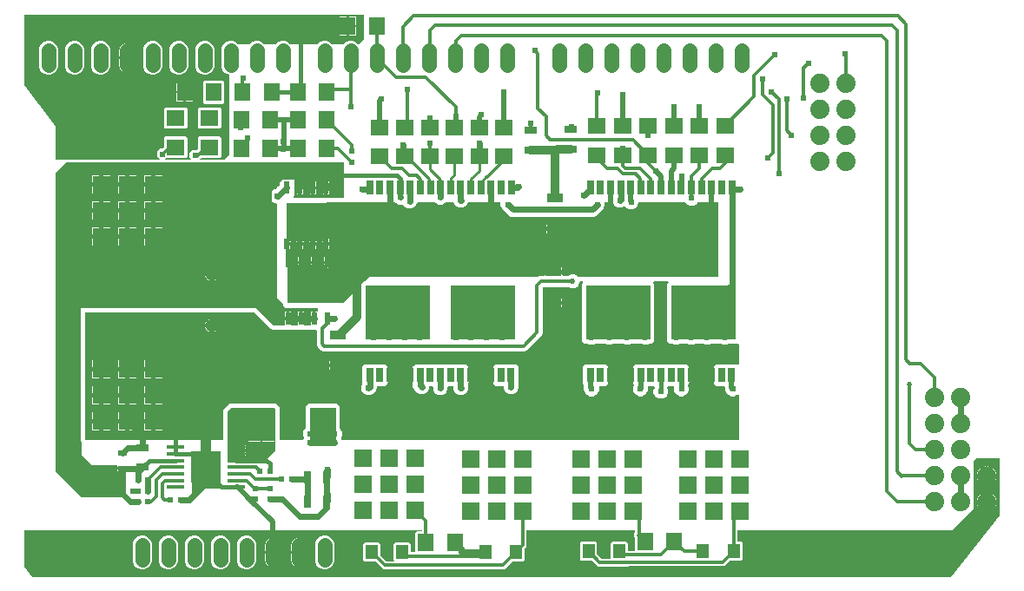
<source format=gbr>
G04 EAGLE Gerber RS-274X export*
G75*
%MOMM*%
%FSLAX34Y34*%
%LPD*%
%INTop Copper*%
%IPPOS*%
%AMOC8*
5,1,8,0,0,1.08239X$1,22.5*%
G01*
%ADD10C,1.422400*%
%ADD11R,0.660000X1.340000*%
%ADD12R,10.300000X5.250000*%
%ADD13R,6.230000X5.250000*%
%ADD14R,1.803000X1.600000*%
%ADD15R,1.600000X1.803000*%
%ADD16R,1.600000X0.900000*%
%ADD17R,1.300000X0.800000*%
%ADD18R,0.609600X1.270000*%
%ADD19R,0.609600X1.016000*%
%ADD20R,3.911600X3.810000*%
%ADD21R,1.200000X1.400000*%
%ADD22R,1.779778X1.779778*%
%ADD23C,1.879600*%
%ADD24C,1.304800*%
%ADD25R,1.780000X0.330000*%
%ADD26R,3.000000X3.100000*%
%ADD27R,0.500000X0.600000*%
%ADD28R,0.600000X0.500000*%
%ADD29R,0.700000X1.300000*%
%ADD30R,2.500000X3.250000*%
%ADD31R,1.300000X0.700000*%
%ADD32R,0.900000X0.600000*%
%ADD33C,0.609600*%
%ADD34C,0.508000*%
%ADD35C,0.609600*%
%ADD36C,0.812800*%
%ADD37C,0.406400*%
%ADD38C,0.304800*%
%ADD39C,1.016000*%
%ADD40C,0.254000*%
%ADD41C,0.525000*%
%ADD42C,0.600000*%

G36*
X357478Y134787D02*
X357478Y134787D01*
X357536Y134786D01*
X357618Y134807D01*
X357702Y134819D01*
X357755Y134843D01*
X357811Y134858D01*
X357884Y134901D01*
X357961Y134935D01*
X358006Y134973D01*
X358056Y135003D01*
X358114Y135065D01*
X358178Y135119D01*
X358210Y135168D01*
X358250Y135210D01*
X358289Y135285D01*
X358336Y135356D01*
X358353Y135411D01*
X358380Y135463D01*
X358391Y135532D01*
X358421Y135627D01*
X358424Y135726D01*
X358435Y135795D01*
X358435Y164891D01*
X364109Y170565D01*
X409891Y170565D01*
X413565Y166891D01*
X413565Y135795D01*
X413573Y135737D01*
X413571Y135678D01*
X413593Y135597D01*
X413605Y135513D01*
X413628Y135460D01*
X413643Y135403D01*
X413686Y135331D01*
X413721Y135254D01*
X413759Y135209D01*
X413788Y135159D01*
X413850Y135101D01*
X413904Y135037D01*
X413953Y135004D01*
X413996Y134964D01*
X414071Y134926D01*
X414141Y134879D01*
X414197Y134861D01*
X414249Y134835D01*
X414317Y134823D01*
X414412Y134793D01*
X414512Y134791D01*
X414580Y134779D01*
X435360Y134779D01*
X435361Y134780D01*
X435363Y134779D01*
X435502Y134799D01*
X435641Y134819D01*
X435643Y134820D01*
X435644Y134820D01*
X435770Y134877D01*
X435901Y134935D01*
X435902Y134936D01*
X435903Y134937D01*
X436011Y135028D01*
X436118Y135119D01*
X436119Y135120D01*
X436120Y135121D01*
X436128Y135134D01*
X436275Y135356D01*
X436285Y135385D01*
X436298Y135406D01*
X436797Y136611D01*
X436819Y136696D01*
X436850Y136778D01*
X436854Y136833D01*
X436868Y136887D01*
X436866Y136974D01*
X436873Y137061D01*
X436862Y137109D01*
X436860Y137171D01*
X436815Y137312D01*
X436797Y137389D01*
X435887Y139585D01*
X435887Y142415D01*
X436970Y145029D01*
X438658Y146717D01*
X438710Y146787D01*
X438770Y146851D01*
X438796Y146900D01*
X438829Y146944D01*
X438860Y147026D01*
X438900Y147104D01*
X438908Y147151D01*
X438930Y147210D01*
X438942Y147357D01*
X438955Y147435D01*
X438955Y167934D01*
X441336Y170315D01*
X469704Y170315D01*
X472085Y167934D01*
X472085Y146395D01*
X472097Y146308D01*
X472100Y146221D01*
X472117Y146168D01*
X472125Y146113D01*
X472160Y146033D01*
X472187Y145950D01*
X472215Y145911D01*
X472241Y145854D01*
X472337Y145741D01*
X472382Y145677D01*
X473030Y145029D01*
X474113Y142415D01*
X474113Y139585D01*
X473203Y137389D01*
X473181Y137304D01*
X473150Y137222D01*
X473146Y137167D01*
X473132Y137113D01*
X473134Y137026D01*
X473127Y136939D01*
X473138Y136891D01*
X473140Y136829D01*
X473185Y136688D01*
X473203Y136611D01*
X473702Y135406D01*
X473703Y135405D01*
X473703Y135403D01*
X473774Y135285D01*
X473847Y135161D01*
X473848Y135160D01*
X473849Y135159D01*
X473953Y135061D01*
X474053Y134966D01*
X474055Y134965D01*
X474056Y134964D01*
X474182Y134900D01*
X474306Y134836D01*
X474308Y134836D01*
X474309Y134835D01*
X474324Y134832D01*
X474585Y134781D01*
X474615Y134783D01*
X474640Y134779D01*
X860000Y134779D01*
X860058Y134787D01*
X860116Y134786D01*
X860198Y134807D01*
X860282Y134819D01*
X860335Y134843D01*
X860391Y134858D01*
X860464Y134901D01*
X860541Y134935D01*
X860586Y134973D01*
X860636Y135003D01*
X860694Y135065D01*
X860758Y135119D01*
X860790Y135168D01*
X860830Y135210D01*
X860869Y135285D01*
X860916Y135356D01*
X860933Y135411D01*
X860960Y135463D01*
X860971Y135532D01*
X861001Y135627D01*
X861004Y135726D01*
X861015Y135795D01*
X861015Y178505D01*
X861011Y178534D01*
X861014Y178564D01*
X860991Y178675D01*
X860975Y178787D01*
X860963Y178814D01*
X860958Y178842D01*
X860906Y178943D01*
X860859Y179046D01*
X860840Y179069D01*
X860827Y179095D01*
X860749Y179177D01*
X860676Y179263D01*
X860651Y179279D01*
X860631Y179301D01*
X860533Y179358D01*
X860439Y179421D01*
X860411Y179430D01*
X860386Y179444D01*
X860276Y179472D01*
X860168Y179507D01*
X860138Y179507D01*
X860110Y179515D01*
X859997Y179511D01*
X859884Y179514D01*
X859855Y179506D01*
X859826Y179506D01*
X859718Y179471D01*
X859609Y179442D01*
X859583Y179427D01*
X859555Y179418D01*
X859492Y179373D01*
X859364Y179297D01*
X859321Y179251D01*
X859282Y179223D01*
X859029Y178970D01*
X856415Y177887D01*
X853585Y177887D01*
X850971Y178970D01*
X848970Y180971D01*
X848539Y182011D01*
X848523Y182038D01*
X848514Y182068D01*
X848503Y182083D01*
X847445Y184636D01*
X847445Y186570D01*
X847437Y186626D01*
X847439Y186673D01*
X847438Y186675D01*
X847439Y186686D01*
X847417Y186768D01*
X847405Y186852D01*
X847382Y186905D01*
X847367Y186961D01*
X847324Y187034D01*
X847289Y187111D01*
X847251Y187156D01*
X847222Y187206D01*
X847160Y187264D01*
X847106Y187328D01*
X847057Y187360D01*
X847014Y187400D01*
X846939Y187439D01*
X846869Y187486D01*
X846813Y187503D01*
X846761Y187530D01*
X846693Y187541D01*
X846598Y187571D01*
X846498Y187574D01*
X846430Y187585D01*
X839216Y187585D01*
X836835Y189966D01*
X836835Y190634D01*
X836827Y190689D01*
X836829Y190734D01*
X836828Y190736D01*
X836829Y190750D01*
X836807Y190832D01*
X836795Y190916D01*
X836772Y190969D01*
X836757Y191025D01*
X836714Y191098D01*
X836679Y191175D01*
X836641Y191220D01*
X836612Y191270D01*
X836550Y191328D01*
X836496Y191392D01*
X836447Y191424D01*
X836404Y191464D01*
X836329Y191503D01*
X836259Y191550D01*
X836203Y191567D01*
X836151Y191594D01*
X836083Y191605D01*
X835999Y191632D01*
X835999Y197716D01*
X835991Y197774D01*
X835993Y197832D01*
X835971Y197914D01*
X835959Y197997D01*
X835936Y198051D01*
X835921Y198107D01*
X835878Y198180D01*
X835843Y198257D01*
X835805Y198301D01*
X835776Y198352D01*
X835772Y198354D01*
X835774Y198357D01*
X835814Y198400D01*
X835853Y198475D01*
X835900Y198545D01*
X835917Y198601D01*
X835944Y198653D01*
X835955Y198721D01*
X835985Y198816D01*
X835988Y198916D01*
X835999Y198984D01*
X835999Y205074D01*
X836018Y205079D01*
X836102Y205091D01*
X836155Y205114D01*
X836211Y205129D01*
X836284Y205172D01*
X836361Y205207D01*
X836406Y205245D01*
X836456Y205274D01*
X836514Y205336D01*
X836578Y205390D01*
X836610Y205439D01*
X836650Y205482D01*
X836689Y205557D01*
X836736Y205627D01*
X836753Y205683D01*
X836780Y205735D01*
X836791Y205803D01*
X836821Y205898D01*
X836824Y205998D01*
X836835Y206066D01*
X836835Y206734D01*
X837718Y207616D01*
X837718Y207617D01*
X839216Y209115D01*
X859034Y209115D01*
X859282Y208866D01*
X859306Y208849D01*
X859325Y208826D01*
X859419Y208763D01*
X859509Y208695D01*
X859537Y208685D01*
X859561Y208669D01*
X859669Y208634D01*
X859775Y208594D01*
X859804Y208592D01*
X859832Y208583D01*
X859946Y208580D01*
X860058Y208571D01*
X860087Y208576D01*
X860116Y208576D01*
X860226Y208604D01*
X860337Y208626D01*
X860363Y208640D01*
X860391Y208647D01*
X860489Y208705D01*
X860589Y208757D01*
X860611Y208778D01*
X860636Y208793D01*
X860713Y208875D01*
X860795Y208953D01*
X860810Y208979D01*
X860830Y209000D01*
X860882Y209101D01*
X860939Y209199D01*
X860946Y209227D01*
X860960Y209253D01*
X860973Y209330D01*
X861009Y209474D01*
X861007Y209537D01*
X861015Y209584D01*
X861015Y228266D01*
X861011Y228295D01*
X861014Y228324D01*
X860991Y228435D01*
X860975Y228547D01*
X860963Y228574D01*
X860958Y228603D01*
X860906Y228703D01*
X860859Y228807D01*
X860840Y228829D01*
X860827Y228855D01*
X860749Y228937D01*
X860676Y229024D01*
X860651Y229040D01*
X860631Y229061D01*
X860533Y229119D01*
X860439Y229181D01*
X860411Y229190D01*
X860386Y229205D01*
X860276Y229233D01*
X860168Y229267D01*
X860138Y229268D01*
X860110Y229275D01*
X859997Y229271D01*
X859884Y229274D01*
X859855Y229267D01*
X859826Y229266D01*
X859718Y229231D01*
X859609Y229203D01*
X859583Y229188D01*
X859576Y229185D01*
X852097Y229185D01*
X852010Y229173D01*
X851923Y229170D01*
X851870Y229153D01*
X851815Y229145D01*
X851736Y229110D01*
X851652Y229083D01*
X851620Y229060D01*
X848905Y227935D01*
X846095Y227935D01*
X843408Y229048D01*
X843394Y229059D01*
X843312Y229090D01*
X843234Y229130D01*
X843187Y229138D01*
X843128Y229160D01*
X842980Y229172D01*
X842903Y229185D01*
X834597Y229185D01*
X834510Y229173D01*
X834423Y229170D01*
X834370Y229153D01*
X834315Y229145D01*
X834236Y229110D01*
X834152Y229083D01*
X834120Y229060D01*
X833826Y228938D01*
X831405Y227935D01*
X828595Y227935D01*
X826174Y228938D01*
X825908Y229048D01*
X825894Y229059D01*
X825812Y229090D01*
X825734Y229130D01*
X825687Y229138D01*
X825628Y229160D01*
X825480Y229172D01*
X825403Y229185D01*
X819597Y229185D01*
X819510Y229173D01*
X819423Y229170D01*
X819370Y229153D01*
X819315Y229145D01*
X819236Y229110D01*
X819152Y229083D01*
X819120Y229060D01*
X818826Y228938D01*
X816405Y227935D01*
X813595Y227935D01*
X812389Y228435D01*
X812388Y228435D01*
X810908Y229048D01*
X810894Y229059D01*
X810812Y229090D01*
X810734Y229130D01*
X810687Y229138D01*
X810628Y229160D01*
X810480Y229172D01*
X810403Y229185D01*
X804597Y229185D01*
X804510Y229173D01*
X804422Y229170D01*
X804370Y229153D01*
X804315Y229145D01*
X804235Y229110D01*
X804152Y229082D01*
X804120Y229060D01*
X801405Y227935D01*
X798595Y227935D01*
X795908Y229048D01*
X795895Y229058D01*
X795812Y229090D01*
X795734Y229130D01*
X795687Y229138D01*
X795629Y229160D01*
X795480Y229172D01*
X795403Y229185D01*
X793816Y229185D01*
X791435Y231566D01*
X791435Y287434D01*
X792188Y288186D01*
X792205Y288210D01*
X792228Y288229D01*
X792291Y288323D01*
X792359Y288413D01*
X792369Y288441D01*
X792385Y288465D01*
X792420Y288573D01*
X792460Y288679D01*
X792462Y288708D01*
X792471Y288736D01*
X792474Y288850D01*
X792483Y288962D01*
X792478Y288991D01*
X792478Y289020D01*
X792450Y289130D01*
X792428Y289241D01*
X792414Y289267D01*
X792407Y289295D01*
X792349Y289393D01*
X792297Y289493D01*
X792276Y289515D01*
X792261Y289540D01*
X792179Y289617D01*
X792101Y289699D01*
X792075Y289714D01*
X792054Y289734D01*
X791953Y289786D01*
X791855Y289843D01*
X791827Y289850D01*
X791801Y289864D01*
X791724Y289877D01*
X791580Y289913D01*
X791517Y289911D01*
X791470Y289919D01*
X778530Y289919D01*
X778501Y289915D01*
X778472Y289918D01*
X778361Y289895D01*
X778249Y289879D01*
X778222Y289867D01*
X778193Y289862D01*
X778092Y289809D01*
X777989Y289763D01*
X777967Y289744D01*
X777941Y289731D01*
X777859Y289653D01*
X777772Y289580D01*
X777756Y289555D01*
X777735Y289535D01*
X777677Y289437D01*
X777615Y289343D01*
X777606Y289315D01*
X777591Y289290D01*
X777563Y289180D01*
X777529Y289072D01*
X777528Y289042D01*
X777521Y289014D01*
X777524Y288901D01*
X777522Y288788D01*
X777529Y288759D01*
X777530Y288730D01*
X777565Y288622D01*
X777593Y288513D01*
X777608Y288487D01*
X777617Y288459D01*
X777663Y288395D01*
X777739Y288268D01*
X777784Y288225D01*
X777812Y288186D01*
X778565Y287434D01*
X778565Y231566D01*
X776184Y229185D01*
X774597Y229185D01*
X774510Y229173D01*
X774423Y229170D01*
X774370Y229153D01*
X774315Y229145D01*
X774236Y229110D01*
X774152Y229083D01*
X774120Y229060D01*
X771405Y227935D01*
X768595Y227935D01*
X765908Y229048D01*
X765894Y229059D01*
X765812Y229090D01*
X765734Y229130D01*
X765687Y229138D01*
X765628Y229160D01*
X765480Y229172D01*
X765403Y229185D01*
X757097Y229185D01*
X757010Y229173D01*
X756923Y229170D01*
X756870Y229153D01*
X756815Y229145D01*
X756736Y229110D01*
X756652Y229083D01*
X756620Y229060D01*
X753905Y227935D01*
X751095Y227935D01*
X748408Y229048D01*
X748394Y229059D01*
X748312Y229090D01*
X748234Y229130D01*
X748187Y229138D01*
X748128Y229160D01*
X747980Y229172D01*
X747903Y229185D01*
X739597Y229185D01*
X739510Y229173D01*
X739423Y229170D01*
X739370Y229153D01*
X739315Y229145D01*
X739236Y229110D01*
X739152Y229083D01*
X739120Y229060D01*
X736405Y227935D01*
X733595Y227935D01*
X730908Y229048D01*
X730894Y229059D01*
X730812Y229090D01*
X730734Y229130D01*
X730687Y229138D01*
X730628Y229160D01*
X730480Y229172D01*
X730403Y229185D01*
X722097Y229185D01*
X722010Y229173D01*
X721923Y229170D01*
X721870Y229153D01*
X721815Y229145D01*
X721736Y229110D01*
X721652Y229083D01*
X721620Y229060D01*
X718905Y227935D01*
X716095Y227935D01*
X713408Y229048D01*
X713394Y229059D01*
X713312Y229090D01*
X713234Y229130D01*
X713187Y229138D01*
X713128Y229160D01*
X712980Y229172D01*
X712903Y229185D01*
X710516Y229185D01*
X708135Y231566D01*
X708135Y287434D01*
X708888Y288186D01*
X708905Y288210D01*
X708928Y288229D01*
X708991Y288323D01*
X709059Y288413D01*
X709069Y288441D01*
X709085Y288465D01*
X709120Y288573D01*
X709160Y288679D01*
X709162Y288708D01*
X709171Y288736D01*
X709174Y288850D01*
X709183Y288962D01*
X709178Y288991D01*
X709178Y289020D01*
X709150Y289130D01*
X709128Y289241D01*
X709114Y289267D01*
X709107Y289295D01*
X709049Y289393D01*
X708997Y289493D01*
X708976Y289515D01*
X708961Y289540D01*
X708879Y289617D01*
X708801Y289699D01*
X708775Y289714D01*
X708754Y289734D01*
X708653Y289786D01*
X708555Y289843D01*
X708527Y289850D01*
X708501Y289864D01*
X708424Y289877D01*
X708280Y289913D01*
X708217Y289911D01*
X708170Y289919D01*
X706705Y289919D01*
X706647Y289911D01*
X706589Y289913D01*
X706507Y289891D01*
X706423Y289879D01*
X706370Y289856D01*
X706314Y289841D01*
X706241Y289798D01*
X706164Y289763D01*
X706119Y289725D01*
X706069Y289696D01*
X706011Y289634D01*
X705947Y289580D01*
X705915Y289531D01*
X705875Y289488D01*
X705836Y289413D01*
X705789Y289343D01*
X705772Y289287D01*
X705745Y289235D01*
X705734Y289167D01*
X705704Y289072D01*
X705701Y288972D01*
X705690Y288904D01*
X705690Y288669D01*
X704671Y286211D01*
X702789Y284329D01*
X700331Y283310D01*
X697669Y283310D01*
X695198Y284334D01*
X695168Y284342D01*
X695140Y284356D01*
X695063Y284369D01*
X694923Y284405D01*
X694858Y284403D01*
X694809Y284411D01*
X670735Y284411D01*
X670649Y284399D01*
X670561Y284396D01*
X670509Y284379D01*
X670454Y284371D01*
X670374Y284336D01*
X670291Y284309D01*
X670252Y284281D01*
X670195Y284255D01*
X670081Y284159D01*
X670018Y284114D01*
X669886Y283982D01*
X669834Y283913D01*
X669774Y283849D01*
X669748Y283799D01*
X669715Y283755D01*
X669684Y283674D01*
X669644Y283596D01*
X669636Y283548D01*
X669614Y283490D01*
X669602Y283342D01*
X669589Y283265D01*
X669589Y238888D01*
X668738Y236834D01*
X654166Y222262D01*
X652112Y221411D01*
X455888Y221411D01*
X453834Y222262D01*
X450262Y225834D01*
X449411Y227888D01*
X449411Y241904D01*
X449403Y241962D01*
X449405Y242020D01*
X449383Y242102D01*
X449371Y242186D01*
X449348Y242239D01*
X449333Y242295D01*
X449290Y242368D01*
X449255Y242445D01*
X449217Y242490D01*
X449188Y242540D01*
X449126Y242598D01*
X449072Y242662D01*
X449023Y242694D01*
X448980Y242734D01*
X448905Y242773D01*
X448835Y242820D01*
X448779Y242837D01*
X448727Y242864D01*
X448659Y242875D01*
X448564Y242905D01*
X448464Y242908D01*
X448396Y242919D01*
X406989Y242919D01*
X405122Y243693D01*
X389193Y259622D01*
X389123Y259674D01*
X389059Y259734D01*
X389010Y259760D01*
X388966Y259793D01*
X388884Y259824D01*
X388806Y259864D01*
X388758Y259872D01*
X388700Y259894D01*
X388552Y259906D01*
X388475Y259919D01*
X225000Y259919D01*
X224942Y259911D01*
X224884Y259913D01*
X224802Y259891D01*
X224719Y259879D01*
X224665Y259856D01*
X224609Y259841D01*
X224536Y259798D01*
X224459Y259763D01*
X224414Y259725D01*
X224364Y259696D01*
X224306Y259634D01*
X224242Y259580D01*
X224210Y259531D01*
X224170Y259488D01*
X224131Y259413D01*
X224085Y259343D01*
X224067Y259287D01*
X224040Y259235D01*
X224029Y259167D01*
X223999Y259072D01*
X223996Y258972D01*
X223985Y258904D01*
X223985Y135795D01*
X223993Y135737D01*
X223991Y135678D01*
X224013Y135597D01*
X224025Y135513D01*
X224049Y135460D01*
X224063Y135403D01*
X224106Y135331D01*
X224141Y135254D01*
X224179Y135209D01*
X224209Y135159D01*
X224270Y135101D01*
X224325Y135037D01*
X224373Y135004D01*
X224416Y134964D01*
X224491Y134926D01*
X224561Y134879D01*
X224617Y134861D01*
X224669Y134835D01*
X224737Y134823D01*
X224832Y134793D01*
X224932Y134791D01*
X225000Y134779D01*
X357420Y134779D01*
X357478Y134787D01*
G37*
G36*
X260008Y79502D02*
X260008Y79502D01*
X260017Y79501D01*
X260105Y79522D01*
X260195Y79540D01*
X260202Y79545D01*
X260210Y79547D01*
X260283Y79601D01*
X260359Y79653D01*
X260363Y79660D01*
X260370Y79665D01*
X260417Y79743D01*
X260466Y79820D01*
X260467Y79829D01*
X260472Y79836D01*
X260499Y80000D01*
X260499Y107000D01*
X260498Y107008D01*
X260499Y107016D01*
X260478Y107105D01*
X260460Y107195D01*
X260455Y107202D01*
X260453Y107210D01*
X260399Y107283D01*
X260347Y107359D01*
X260340Y107363D01*
X260335Y107370D01*
X260257Y107416D01*
X260180Y107466D01*
X260171Y107467D01*
X260164Y107471D01*
X260000Y107499D01*
X259999Y107499D01*
X259999Y108000D01*
X259997Y108008D01*
X259999Y108016D01*
X259978Y108105D01*
X259960Y108195D01*
X259955Y108202D01*
X259953Y108210D01*
X259899Y108283D01*
X259847Y108359D01*
X259840Y108363D01*
X259835Y108370D01*
X259757Y108416D01*
X259679Y108466D01*
X259671Y108467D01*
X259664Y108471D01*
X259500Y108499D01*
X255499Y108499D01*
X255499Y110000D01*
X255498Y110008D01*
X255499Y110017D01*
X255478Y110105D01*
X255460Y110195D01*
X255455Y110202D01*
X255453Y110210D01*
X255399Y110283D01*
X255347Y110359D01*
X255340Y110363D01*
X255335Y110370D01*
X255257Y110417D01*
X255180Y110466D01*
X255171Y110467D01*
X255164Y110472D01*
X255000Y110499D01*
X230207Y110499D01*
X220499Y120207D01*
X220499Y132903D01*
X220497Y132916D01*
X220499Y132928D01*
X220477Y133012D01*
X220460Y133098D01*
X220453Y133109D01*
X220449Y133121D01*
X220353Y133256D01*
X219919Y133690D01*
X219919Y263985D01*
X390580Y263985D01*
X407282Y247282D01*
X407352Y247230D01*
X407416Y247170D01*
X407465Y247144D01*
X407509Y247111D01*
X407591Y247080D01*
X407669Y247040D01*
X407717Y247032D01*
X407775Y247010D01*
X407923Y246998D01*
X408000Y246985D01*
X417436Y246985D01*
X417494Y246993D01*
X417552Y246991D01*
X417634Y247013D01*
X417718Y247025D01*
X417771Y247049D01*
X417827Y247063D01*
X417900Y247106D01*
X417977Y247141D01*
X418022Y247179D01*
X418072Y247209D01*
X418130Y247270D01*
X418194Y247325D01*
X418226Y247373D01*
X418266Y247416D01*
X418305Y247491D01*
X418352Y247561D01*
X418369Y247617D01*
X418396Y247669D01*
X418407Y247737D01*
X418437Y247832D01*
X418440Y247932D01*
X418451Y248000D01*
X418451Y252207D01*
X420992Y252207D01*
X421050Y252215D01*
X421108Y252213D01*
X421190Y252235D01*
X421273Y252247D01*
X421327Y252270D01*
X421383Y252285D01*
X421456Y252328D01*
X421504Y252350D01*
X421569Y252306D01*
X421625Y252289D01*
X421677Y252262D01*
X421745Y252251D01*
X421840Y252221D01*
X421940Y252218D01*
X422008Y252207D01*
X424549Y252207D01*
X424549Y248000D01*
X424557Y247942D01*
X424555Y247884D01*
X424577Y247802D01*
X424589Y247719D01*
X424612Y247665D01*
X424627Y247609D01*
X424670Y247536D01*
X424705Y247459D01*
X424743Y247414D01*
X424772Y247364D01*
X424834Y247306D01*
X424888Y247242D01*
X424937Y247210D01*
X424980Y247170D01*
X425055Y247131D01*
X425125Y247085D01*
X425181Y247067D01*
X425233Y247040D01*
X425301Y247029D01*
X425396Y246999D01*
X425496Y246996D01*
X425564Y246985D01*
X430136Y246985D01*
X430194Y246993D01*
X430252Y246991D01*
X430334Y247013D01*
X430418Y247025D01*
X430471Y247049D01*
X430527Y247063D01*
X430600Y247106D01*
X430677Y247141D01*
X430722Y247179D01*
X430772Y247209D01*
X430830Y247270D01*
X430894Y247325D01*
X430926Y247373D01*
X430966Y247416D01*
X431005Y247491D01*
X431052Y247561D01*
X431069Y247617D01*
X431096Y247669D01*
X431107Y247737D01*
X431137Y247832D01*
X431140Y247932D01*
X431151Y248000D01*
X431151Y252207D01*
X433692Y252207D01*
X433750Y252215D01*
X433808Y252213D01*
X433890Y252235D01*
X433973Y252247D01*
X434027Y252270D01*
X434083Y252285D01*
X434156Y252328D01*
X434204Y252350D01*
X434269Y252306D01*
X434325Y252289D01*
X434377Y252262D01*
X434445Y252251D01*
X434540Y252221D01*
X434640Y252218D01*
X434708Y252207D01*
X437249Y252207D01*
X437249Y248000D01*
X437257Y247942D01*
X437255Y247884D01*
X437277Y247802D01*
X437289Y247719D01*
X437312Y247665D01*
X437327Y247609D01*
X437370Y247536D01*
X437405Y247459D01*
X437443Y247414D01*
X437472Y247364D01*
X437534Y247306D01*
X437588Y247242D01*
X437637Y247210D01*
X437680Y247170D01*
X437755Y247131D01*
X437825Y247085D01*
X437881Y247067D01*
X437933Y247040D01*
X438001Y247029D01*
X438096Y246999D01*
X438196Y246996D01*
X438264Y246985D01*
X442836Y246985D01*
X442894Y246993D01*
X442952Y246991D01*
X443034Y247013D01*
X443118Y247025D01*
X443171Y247049D01*
X443227Y247063D01*
X443300Y247106D01*
X443377Y247141D01*
X443422Y247179D01*
X443472Y247209D01*
X443530Y247270D01*
X443594Y247325D01*
X443626Y247373D01*
X443666Y247416D01*
X443705Y247491D01*
X443752Y247561D01*
X443769Y247617D01*
X443796Y247669D01*
X443807Y247737D01*
X443837Y247832D01*
X443840Y247932D01*
X443851Y248000D01*
X443851Y252207D01*
X446392Y252207D01*
X446450Y252215D01*
X446508Y252213D01*
X446590Y252235D01*
X446673Y252247D01*
X446727Y252270D01*
X446783Y252285D01*
X446856Y252328D01*
X446933Y252363D01*
X446977Y252401D01*
X447028Y252430D01*
X447085Y252492D01*
X447150Y252546D01*
X447182Y252595D01*
X447222Y252638D01*
X447261Y252713D01*
X447307Y252783D01*
X447325Y252839D01*
X447352Y252891D01*
X447363Y252959D01*
X447393Y253054D01*
X447396Y253154D01*
X447407Y253222D01*
X447407Y253223D01*
X447408Y253223D01*
X447466Y253231D01*
X447524Y253230D01*
X447606Y253251D01*
X447690Y253263D01*
X447743Y253287D01*
X447799Y253301D01*
X447872Y253345D01*
X447949Y253379D01*
X447994Y253417D01*
X448044Y253447D01*
X448102Y253508D01*
X448166Y253563D01*
X448198Y253611D01*
X448238Y253654D01*
X448277Y253729D01*
X448324Y253799D01*
X448341Y253855D01*
X448368Y253907D01*
X448379Y253975D01*
X448409Y254070D01*
X448412Y254170D01*
X448423Y254238D01*
X448423Y260081D01*
X450000Y260081D01*
X450058Y260089D01*
X450116Y260087D01*
X450198Y260109D01*
X450282Y260121D01*
X450335Y260144D01*
X450391Y260159D01*
X450464Y260202D01*
X450541Y260237D01*
X450586Y260275D01*
X450636Y260304D01*
X450694Y260366D01*
X450758Y260420D01*
X450790Y260469D01*
X450830Y260512D01*
X450869Y260587D01*
X450916Y260657D01*
X450933Y260713D01*
X450960Y260765D01*
X450971Y260833D01*
X451001Y260928D01*
X451004Y261028D01*
X451015Y261096D01*
X451015Y263128D01*
X451007Y263186D01*
X451009Y263244D01*
X450987Y263326D01*
X450975Y263410D01*
X450952Y263463D01*
X450937Y263519D01*
X450894Y263592D01*
X450859Y263669D01*
X450821Y263714D01*
X450792Y263764D01*
X450730Y263822D01*
X450676Y263886D01*
X450627Y263918D01*
X450584Y263958D01*
X450509Y263997D01*
X450439Y264044D01*
X450383Y264061D01*
X450331Y264088D01*
X450263Y264099D01*
X450168Y264129D01*
X450068Y264132D01*
X450000Y264143D01*
X419308Y264143D01*
X416927Y266524D01*
X416927Y267088D01*
X416915Y267175D01*
X416912Y267262D01*
X416895Y267315D01*
X416887Y267369D01*
X416852Y267449D01*
X416825Y267533D01*
X416797Y267572D01*
X416771Y267629D01*
X416675Y267742D01*
X416630Y267806D01*
X411015Y273421D01*
X411015Y364872D01*
X411007Y364930D01*
X411009Y364988D01*
X410987Y365070D01*
X410975Y365154D01*
X410952Y365207D01*
X410937Y365263D01*
X410894Y365336D01*
X410859Y365413D01*
X410821Y365458D01*
X410792Y365508D01*
X410730Y365566D01*
X410676Y365630D01*
X410627Y365662D01*
X410584Y365702D01*
X410509Y365741D01*
X410439Y365788D01*
X410383Y365805D01*
X410331Y365832D01*
X410263Y365843D01*
X410168Y365873D01*
X410068Y365876D01*
X410000Y365887D01*
X409585Y365887D01*
X406971Y366970D01*
X404970Y368971D01*
X403887Y371585D01*
X403887Y374415D01*
X404970Y377029D01*
X406971Y379030D01*
X408713Y379752D01*
X408740Y379767D01*
X408769Y379777D01*
X408833Y379822D01*
X408958Y379896D01*
X409002Y379943D01*
X409043Y379972D01*
X410718Y381647D01*
X410770Y381717D01*
X410830Y381781D01*
X410856Y381830D01*
X410889Y381874D01*
X410920Y381956D01*
X410960Y382034D01*
X410968Y382081D01*
X410990Y382140D01*
X411002Y382287D01*
X411013Y382352D01*
X411019Y382352D01*
X411128Y382351D01*
X411159Y382360D01*
X411191Y382361D01*
X411294Y382397D01*
X411400Y382426D01*
X411427Y382443D01*
X411458Y382454D01*
X411531Y382507D01*
X411640Y382574D01*
X411672Y382610D01*
X411707Y382636D01*
X412995Y383924D01*
X413052Y384000D01*
X413117Y384072D01*
X413137Y384113D01*
X413164Y384149D01*
X413198Y384239D01*
X413240Y384326D01*
X413246Y384368D01*
X413263Y384413D01*
X413273Y384541D01*
X413287Y384630D01*
X413287Y389304D01*
X415668Y391685D01*
X425132Y391685D01*
X427513Y389304D01*
X427513Y373236D01*
X426983Y372707D01*
X426964Y372681D01*
X426939Y372660D01*
X426879Y372568D01*
X426814Y372481D01*
X426802Y372451D01*
X426785Y372424D01*
X426753Y372319D01*
X426714Y372217D01*
X426712Y372185D01*
X426702Y372154D01*
X426701Y372045D01*
X426692Y371936D01*
X426699Y371904D01*
X426699Y371872D01*
X426728Y371767D01*
X426750Y371660D01*
X426765Y371631D01*
X426774Y371600D01*
X426831Y371507D01*
X426882Y371411D01*
X426905Y371388D01*
X426922Y371360D01*
X427003Y371287D01*
X427079Y371209D01*
X427107Y371193D01*
X427131Y371171D01*
X427229Y371124D01*
X427325Y371070D01*
X427356Y371062D01*
X427385Y371048D01*
X427474Y371034D01*
X427599Y371005D01*
X427647Y371007D01*
X427690Y371001D01*
X475000Y371001D01*
X475064Y371010D01*
X475128Y371009D01*
X475203Y371030D01*
X475279Y371041D01*
X475338Y371067D01*
X475400Y371084D01*
X475466Y371125D01*
X475536Y371157D01*
X475585Y371199D01*
X475640Y371232D01*
X475692Y371290D01*
X475750Y371340D01*
X475786Y371394D01*
X475829Y371442D01*
X475862Y371511D01*
X475905Y371576D01*
X475924Y371638D01*
X475952Y371695D01*
X475963Y371765D01*
X475987Y371846D01*
X475988Y371931D01*
X475999Y372000D01*
X475999Y405000D01*
X475990Y405062D01*
X475991Y405103D01*
X475991Y405104D01*
X475991Y405128D01*
X475970Y405203D01*
X475959Y405279D01*
X475933Y405338D01*
X475916Y405400D01*
X475875Y405466D01*
X475843Y405536D01*
X475801Y405585D01*
X475768Y405640D01*
X475710Y405692D01*
X475660Y405750D01*
X475606Y405786D01*
X475558Y405829D01*
X475489Y405862D01*
X475424Y405905D01*
X475362Y405924D01*
X475305Y405952D01*
X475235Y405963D01*
X475154Y405987D01*
X475069Y405988D01*
X475000Y405999D01*
X411000Y405999D01*
X410936Y405990D01*
X410872Y405991D01*
X410797Y405970D01*
X410721Y405959D01*
X410662Y405933D01*
X410600Y405916D01*
X410534Y405875D01*
X410514Y405866D01*
X410509Y405869D01*
X410439Y405916D01*
X410383Y405933D01*
X410331Y405960D01*
X410263Y405971D01*
X410168Y406001D01*
X410068Y406004D01*
X410000Y406015D01*
X332926Y406015D01*
X332895Y406011D01*
X332864Y406013D01*
X332788Y405996D01*
X332644Y405975D01*
X332585Y405949D01*
X332537Y405938D01*
X332415Y405887D01*
X329585Y405887D01*
X329463Y405938D01*
X329433Y405946D01*
X329405Y405960D01*
X329328Y405973D01*
X329188Y406009D01*
X329123Y406007D01*
X329074Y406015D01*
X240387Y406015D01*
X240347Y406073D01*
X240340Y406077D01*
X240335Y406084D01*
X240257Y406131D01*
X240180Y406180D01*
X240171Y406181D01*
X240164Y406186D01*
X240000Y406213D01*
X205714Y406213D01*
X205702Y406211D01*
X205689Y406213D01*
X205605Y406191D01*
X205519Y406174D01*
X205509Y406167D01*
X205497Y406163D01*
X205361Y406067D01*
X194711Y395417D01*
X194704Y395406D01*
X194694Y395399D01*
X194649Y395324D01*
X194601Y395251D01*
X194599Y395239D01*
X194592Y395228D01*
X194565Y395064D01*
X194565Y104936D01*
X194567Y104924D01*
X194565Y104911D01*
X194587Y104827D01*
X194604Y104741D01*
X194611Y104731D01*
X194615Y104719D01*
X194711Y104583D01*
X219647Y79647D01*
X219658Y79640D01*
X219665Y79630D01*
X219740Y79586D01*
X219813Y79537D01*
X219825Y79535D01*
X219836Y79528D01*
X220000Y79501D01*
X260000Y79501D01*
X260008Y79502D01*
G37*
G36*
X1067594Y1573D02*
X1067594Y1573D01*
X1067636Y1571D01*
X1067691Y1593D01*
X1067749Y1604D01*
X1067783Y1628D01*
X1067821Y1642D01*
X1067876Y1692D01*
X1067913Y1717D01*
X1067924Y1735D01*
X1067945Y1754D01*
X1115327Y61455D01*
X1115365Y61530D01*
X1115408Y61601D01*
X1115411Y61619D01*
X1115417Y61632D01*
X1115420Y61677D01*
X1115435Y61765D01*
X1115435Y117000D01*
X1115434Y117008D01*
X1115435Y117017D01*
X1115414Y117105D01*
X1115396Y117195D01*
X1115391Y117202D01*
X1115389Y117210D01*
X1115335Y117283D01*
X1115283Y117359D01*
X1115276Y117363D01*
X1115271Y117370D01*
X1115193Y117417D01*
X1115116Y117466D01*
X1115107Y117467D01*
X1115100Y117472D01*
X1114936Y117499D01*
X1093000Y117499D01*
X1092988Y117497D01*
X1092975Y117499D01*
X1092891Y117477D01*
X1092805Y117460D01*
X1092795Y117453D01*
X1092783Y117449D01*
X1092647Y117353D01*
X1089647Y114353D01*
X1089640Y114342D01*
X1089630Y114335D01*
X1089586Y114260D01*
X1089537Y114187D01*
X1089535Y114175D01*
X1089528Y114164D01*
X1089501Y114000D01*
X1089501Y68207D01*
X1068793Y47499D01*
X860310Y47499D01*
X860302Y47498D01*
X860293Y47499D01*
X860205Y47478D01*
X860115Y47460D01*
X860108Y47455D01*
X860100Y47453D01*
X860027Y47399D01*
X859951Y47347D01*
X859947Y47340D01*
X859940Y47335D01*
X859893Y47257D01*
X859844Y47180D01*
X859843Y47171D01*
X859838Y47164D01*
X859811Y47000D01*
X859811Y36786D01*
X859812Y36778D01*
X859811Y36769D01*
X859832Y36681D01*
X859850Y36591D01*
X859855Y36584D01*
X859857Y36576D01*
X859911Y36503D01*
X859963Y36427D01*
X859970Y36423D01*
X859975Y36416D01*
X860053Y36369D01*
X860130Y36320D01*
X860139Y36319D01*
X860146Y36314D01*
X860310Y36287D01*
X862947Y36287D01*
X864287Y34947D01*
X864287Y19053D01*
X862947Y17713D01*
X852309Y17713D01*
X852297Y17711D01*
X852284Y17713D01*
X852200Y17691D01*
X852114Y17674D01*
X852104Y17667D01*
X852092Y17663D01*
X851956Y17567D01*
X846578Y12189D01*
X754173Y12189D01*
X754161Y12187D01*
X754149Y12189D01*
X754064Y12167D01*
X753979Y12150D01*
X753968Y12143D01*
X753956Y12139D01*
X753820Y12043D01*
X753657Y11879D01*
X723732Y11879D01*
X718544Y17067D01*
X718533Y17074D01*
X718526Y17084D01*
X718451Y17129D01*
X718378Y17177D01*
X718366Y17179D01*
X718355Y17186D01*
X718191Y17213D01*
X707553Y17213D01*
X706213Y18553D01*
X706213Y34447D01*
X707553Y35787D01*
X721447Y35787D01*
X722787Y34447D01*
X722787Y23809D01*
X722789Y23797D01*
X722787Y23784D01*
X722809Y23700D01*
X722826Y23614D01*
X722833Y23604D01*
X722837Y23592D01*
X722933Y23456D01*
X726742Y19647D01*
X726753Y19640D01*
X726760Y19630D01*
X726835Y19585D01*
X726908Y19537D01*
X726920Y19535D01*
X726931Y19528D01*
X727095Y19501D01*
X735714Y19501D01*
X735722Y19502D01*
X735731Y19501D01*
X735819Y19522D01*
X735909Y19540D01*
X735916Y19545D01*
X735924Y19547D01*
X735997Y19601D01*
X736073Y19653D01*
X736077Y19660D01*
X736084Y19665D01*
X736131Y19743D01*
X736180Y19820D01*
X736181Y19829D01*
X736186Y19836D01*
X736213Y20000D01*
X736213Y34447D01*
X737553Y35787D01*
X751447Y35787D01*
X752787Y34447D01*
X752787Y27310D01*
X752788Y27302D01*
X752787Y27293D01*
X752808Y27205D01*
X752826Y27115D01*
X752831Y27108D01*
X752833Y27100D01*
X752887Y27026D01*
X752939Y26951D01*
X752946Y26947D01*
X752951Y26940D01*
X753029Y26893D01*
X753106Y26844D01*
X753115Y26843D01*
X753122Y26838D01*
X753286Y26811D01*
X758994Y26811D01*
X759002Y26812D01*
X759011Y26811D01*
X759099Y26832D01*
X759189Y26850D01*
X759196Y26855D01*
X759204Y26857D01*
X759277Y26911D01*
X759353Y26963D01*
X759357Y26970D01*
X759364Y26975D01*
X759411Y27053D01*
X759460Y27130D01*
X759461Y27139D01*
X759466Y27146D01*
X759493Y27310D01*
X759493Y39754D01*
X759491Y39766D01*
X759493Y39779D01*
X759471Y39863D01*
X759454Y39949D01*
X759447Y39959D01*
X759443Y39971D01*
X759347Y40107D01*
X759173Y40281D01*
X759173Y44279D01*
X759347Y44453D01*
X759354Y44464D01*
X759364Y44471D01*
X759409Y44546D01*
X759457Y44619D01*
X759459Y44631D01*
X759466Y44642D01*
X759493Y44806D01*
X759493Y46462D01*
X759678Y46647D01*
X759679Y46649D01*
X759680Y46649D01*
X759682Y46651D01*
X759684Y46653D01*
X759735Y46733D01*
X759788Y46813D01*
X759789Y46817D01*
X759791Y46820D01*
X759807Y46914D01*
X759824Y47008D01*
X759823Y47012D01*
X759824Y47017D01*
X759802Y47108D01*
X759781Y47202D01*
X759779Y47206D01*
X759778Y47210D01*
X759722Y47286D01*
X759666Y47365D01*
X759663Y47367D01*
X759660Y47370D01*
X759578Y47419D01*
X759497Y47469D01*
X759493Y47469D01*
X759489Y47472D01*
X759325Y47499D01*
X654710Y47499D01*
X654702Y47498D01*
X654693Y47499D01*
X654605Y47478D01*
X654515Y47460D01*
X654508Y47455D01*
X654500Y47453D01*
X654427Y47399D01*
X654351Y47347D01*
X654347Y47340D01*
X654340Y47335D01*
X654293Y47257D01*
X654244Y47180D01*
X654243Y47171D01*
X654238Y47164D01*
X654211Y47000D01*
X654211Y30822D01*
X652433Y29044D01*
X652426Y29033D01*
X652416Y29026D01*
X652371Y28951D01*
X652323Y28878D01*
X652321Y28866D01*
X652314Y28855D01*
X652287Y28691D01*
X652287Y18053D01*
X650947Y16713D01*
X640309Y16713D01*
X640297Y16711D01*
X640284Y16713D01*
X640200Y16691D01*
X640114Y16674D01*
X640104Y16667D01*
X640092Y16663D01*
X639956Y16567D01*
X632578Y9189D01*
X514422Y9189D01*
X507044Y16567D01*
X507033Y16574D01*
X507026Y16584D01*
X506951Y16629D01*
X506878Y16677D01*
X506866Y16679D01*
X506855Y16686D01*
X506691Y16713D01*
X496053Y16713D01*
X494713Y18053D01*
X494713Y33947D01*
X496053Y35287D01*
X509947Y35287D01*
X511287Y33947D01*
X511287Y23309D01*
X511289Y23297D01*
X511287Y23284D01*
X511309Y23200D01*
X511326Y23114D01*
X511333Y23104D01*
X511337Y23092D01*
X511433Y22956D01*
X517432Y16957D01*
X517443Y16950D01*
X517450Y16940D01*
X517525Y16895D01*
X517598Y16847D01*
X517610Y16845D01*
X517621Y16838D01*
X517785Y16811D01*
X524750Y16811D01*
X524754Y16812D01*
X524758Y16811D01*
X524851Y16831D01*
X524945Y16850D01*
X524948Y16853D01*
X524953Y16854D01*
X525030Y16909D01*
X525109Y16963D01*
X525111Y16966D01*
X525115Y16969D01*
X525165Y17050D01*
X525216Y17130D01*
X525217Y17135D01*
X525219Y17138D01*
X525233Y17232D01*
X525249Y17327D01*
X525248Y17331D01*
X525249Y17335D01*
X525225Y17427D01*
X525203Y17520D01*
X525200Y17523D01*
X525199Y17527D01*
X525103Y17663D01*
X524713Y18053D01*
X524713Y33947D01*
X526053Y35287D01*
X539947Y35287D01*
X541287Y33947D01*
X541287Y26310D01*
X541288Y26302D01*
X541287Y26293D01*
X541308Y26205D01*
X541326Y26115D01*
X541331Y26108D01*
X541333Y26100D01*
X541387Y26027D01*
X541439Y25951D01*
X541446Y25947D01*
X541451Y25940D01*
X541529Y25893D01*
X541606Y25844D01*
X541615Y25843D01*
X541622Y25838D01*
X541786Y25811D01*
X544994Y25811D01*
X545002Y25812D01*
X545011Y25811D01*
X545099Y25832D01*
X545189Y25850D01*
X545196Y25855D01*
X545204Y25857D01*
X545277Y25911D01*
X545353Y25963D01*
X545357Y25970D01*
X545364Y25975D01*
X545411Y26053D01*
X545460Y26130D01*
X545461Y26139D01*
X545466Y26146D01*
X545493Y26310D01*
X545493Y44962D01*
X546833Y46302D01*
X551470Y46302D01*
X551478Y46303D01*
X551487Y46302D01*
X551575Y46323D01*
X551665Y46341D01*
X551672Y46346D01*
X551680Y46348D01*
X551753Y46402D01*
X551829Y46454D01*
X551833Y46461D01*
X551840Y46466D01*
X551887Y46544D01*
X551936Y46621D01*
X551937Y46630D01*
X551942Y46637D01*
X551969Y46801D01*
X551969Y47000D01*
X551968Y47007D01*
X551969Y47013D01*
X551969Y47014D01*
X551969Y47017D01*
X551948Y47105D01*
X551930Y47195D01*
X551925Y47202D01*
X551923Y47210D01*
X551869Y47283D01*
X551817Y47359D01*
X551810Y47363D01*
X551805Y47370D01*
X551727Y47417D01*
X551650Y47466D01*
X551641Y47467D01*
X551634Y47472D01*
X551470Y47499D01*
X165064Y47499D01*
X165056Y47498D01*
X165047Y47499D01*
X164959Y47478D01*
X164869Y47460D01*
X164862Y47455D01*
X164854Y47453D01*
X164781Y47399D01*
X164705Y47347D01*
X164701Y47340D01*
X164694Y47335D01*
X164647Y47257D01*
X164598Y47180D01*
X164597Y47171D01*
X164592Y47164D01*
X164565Y47000D01*
X164565Y11722D01*
X164581Y11644D01*
X164590Y11565D01*
X164601Y11545D01*
X164604Y11527D01*
X164630Y11490D01*
X164668Y11418D01*
X172098Y1760D01*
X172132Y1730D01*
X172158Y1694D01*
X172206Y1666D01*
X172248Y1629D01*
X172291Y1615D01*
X172329Y1592D01*
X172396Y1581D01*
X172437Y1568D01*
X172462Y1570D01*
X172493Y1565D01*
X1067554Y1565D01*
X1067594Y1573D01*
G37*
G36*
X295750Y408501D02*
X295750Y408501D01*
X295754Y408502D01*
X295758Y408501D01*
X295851Y408521D01*
X295944Y408540D01*
X295948Y408543D01*
X295952Y408544D01*
X296030Y408599D01*
X296108Y408653D01*
X296111Y408656D01*
X296114Y408659D01*
X296164Y408740D01*
X296215Y408820D01*
X296216Y408825D01*
X296218Y408828D01*
X296233Y408922D01*
X296248Y409017D01*
X296248Y409021D01*
X296248Y409025D01*
X296225Y409117D01*
X296202Y409210D01*
X296200Y409213D01*
X296199Y409217D01*
X296103Y409353D01*
X293665Y411790D01*
X293665Y416210D01*
X296790Y419335D01*
X298739Y419335D01*
X298751Y419337D01*
X298764Y419335D01*
X298848Y419357D01*
X298934Y419374D01*
X298944Y419381D01*
X298956Y419385D01*
X299092Y419481D01*
X300552Y420941D01*
X300559Y420952D01*
X300569Y420959D01*
X300614Y421034D01*
X300662Y421107D01*
X300664Y421119D01*
X300671Y421130D01*
X300698Y421294D01*
X300698Y429727D01*
X302038Y431067D01*
X321962Y431067D01*
X323302Y429727D01*
X323302Y411833D01*
X321962Y410493D01*
X303245Y410493D01*
X303232Y410491D01*
X303220Y410493D01*
X303135Y410471D01*
X303050Y410454D01*
X303039Y410447D01*
X303027Y410443D01*
X302891Y410347D01*
X301897Y409353D01*
X301895Y409349D01*
X301892Y409347D01*
X301841Y409267D01*
X301788Y409187D01*
X301787Y409183D01*
X301785Y409180D01*
X301769Y409086D01*
X301751Y408992D01*
X301752Y408988D01*
X301752Y408983D01*
X301773Y408892D01*
X301794Y408798D01*
X301797Y408794D01*
X301798Y408790D01*
X301854Y408714D01*
X301909Y408636D01*
X301913Y408633D01*
X301915Y408630D01*
X301997Y408581D01*
X302079Y408531D01*
X302083Y408531D01*
X302086Y408528D01*
X302250Y408501D01*
X326750Y408501D01*
X326754Y408502D01*
X326758Y408501D01*
X326851Y408521D01*
X326944Y408540D01*
X326948Y408543D01*
X326952Y408544D01*
X327030Y408599D01*
X327108Y408653D01*
X327111Y408656D01*
X327114Y408659D01*
X327164Y408740D01*
X327215Y408820D01*
X327216Y408825D01*
X327218Y408828D01*
X327233Y408922D01*
X327248Y409017D01*
X327248Y409021D01*
X327248Y409025D01*
X327225Y409117D01*
X327202Y409210D01*
X327200Y409213D01*
X327199Y409217D01*
X327103Y409353D01*
X325665Y410790D01*
X325665Y415210D01*
X328790Y418335D01*
X333199Y418335D01*
X333207Y418336D01*
X333216Y418335D01*
X333304Y418356D01*
X333394Y418374D01*
X333401Y418379D01*
X333409Y418381D01*
X333482Y418435D01*
X333558Y418487D01*
X333562Y418494D01*
X333569Y418499D01*
X333616Y418577D01*
X333665Y418654D01*
X333666Y418663D01*
X333671Y418670D01*
X333698Y418834D01*
X333698Y429727D01*
X335038Y431067D01*
X354962Y431067D01*
X356302Y429727D01*
X356302Y411833D01*
X354962Y410493D01*
X337309Y410493D01*
X337297Y410491D01*
X337285Y410493D01*
X337200Y410471D01*
X337114Y410454D01*
X337104Y410447D01*
X337092Y410443D01*
X336956Y410347D01*
X335962Y409353D01*
X335960Y409349D01*
X335956Y409347D01*
X335905Y409267D01*
X335852Y409187D01*
X335852Y409183D01*
X335849Y409180D01*
X335834Y409086D01*
X335816Y408992D01*
X335817Y408988D01*
X335816Y408983D01*
X335838Y408892D01*
X335859Y408798D01*
X335861Y408794D01*
X335862Y408790D01*
X335918Y408714D01*
X335974Y408636D01*
X335978Y408633D01*
X335980Y408630D01*
X336062Y408581D01*
X336143Y408531D01*
X336148Y408531D01*
X336151Y408528D01*
X336315Y408501D01*
X359000Y408501D01*
X359012Y408503D01*
X359025Y408501D01*
X359109Y408523D01*
X359195Y408540D01*
X359205Y408548D01*
X359217Y408551D01*
X359353Y408647D01*
X364353Y413647D01*
X364360Y413658D01*
X364370Y413665D01*
X364415Y413740D01*
X364463Y413813D01*
X364465Y413825D01*
X364472Y413836D01*
X364499Y414000D01*
X364499Y490990D01*
X364498Y490998D01*
X364499Y491007D01*
X364478Y491095D01*
X364460Y491185D01*
X364455Y491192D01*
X364453Y491200D01*
X364399Y491273D01*
X364347Y491349D01*
X364340Y491353D01*
X364335Y491360D01*
X364257Y491407D01*
X364180Y491456D01*
X364171Y491457D01*
X364164Y491462D01*
X364000Y491489D01*
X363890Y491489D01*
X360436Y492920D01*
X357792Y495564D01*
X356361Y499018D01*
X356361Y516982D01*
X357792Y520436D01*
X360436Y523080D01*
X363890Y524511D01*
X367630Y524511D01*
X371084Y523080D01*
X372517Y521647D01*
X372527Y521640D01*
X372535Y521630D01*
X372610Y521586D01*
X372683Y521537D01*
X372695Y521535D01*
X372706Y521528D01*
X372870Y521501D01*
X384050Y521501D01*
X384063Y521503D01*
X384075Y521501D01*
X384159Y521523D01*
X384245Y521540D01*
X384255Y521548D01*
X384268Y521551D01*
X384403Y521647D01*
X385836Y523080D01*
X389290Y524511D01*
X393030Y524511D01*
X396484Y523080D01*
X397917Y521647D01*
X397927Y521640D01*
X397935Y521630D01*
X398010Y521586D01*
X398083Y521537D01*
X398095Y521535D01*
X398106Y521528D01*
X398270Y521501D01*
X409450Y521501D01*
X409463Y521503D01*
X409475Y521501D01*
X409559Y521523D01*
X409645Y521540D01*
X409655Y521548D01*
X409668Y521551D01*
X409803Y521647D01*
X411236Y523080D01*
X414690Y524511D01*
X418430Y524511D01*
X421884Y523080D01*
X423317Y521647D01*
X423327Y521640D01*
X423335Y521630D01*
X423410Y521586D01*
X423483Y521537D01*
X423495Y521535D01*
X423506Y521528D01*
X423670Y521501D01*
X450090Y521501D01*
X450103Y521503D01*
X450115Y521501D01*
X450199Y521523D01*
X450285Y521540D01*
X450295Y521548D01*
X450308Y521551D01*
X450443Y521647D01*
X451876Y523080D01*
X455330Y524511D01*
X459070Y524511D01*
X462524Y523080D01*
X463957Y521647D01*
X463967Y521640D01*
X463975Y521630D01*
X464050Y521586D01*
X464123Y521537D01*
X464135Y521535D01*
X464146Y521528D01*
X464310Y521501D01*
X475490Y521501D01*
X475503Y521503D01*
X475515Y521501D01*
X475599Y521523D01*
X475685Y521540D01*
X475695Y521548D01*
X475708Y521551D01*
X475843Y521647D01*
X477276Y523080D01*
X480730Y524511D01*
X484470Y524511D01*
X487924Y523080D01*
X489357Y521647D01*
X489367Y521640D01*
X489375Y521630D01*
X489450Y521586D01*
X489523Y521537D01*
X489535Y521535D01*
X489546Y521528D01*
X489710Y521501D01*
X490000Y521501D01*
X490012Y521503D01*
X490025Y521501D01*
X490109Y521523D01*
X490195Y521540D01*
X490205Y521548D01*
X490217Y521551D01*
X490353Y521647D01*
X495353Y526647D01*
X495360Y526658D01*
X495370Y526665D01*
X495415Y526740D01*
X495463Y526813D01*
X495465Y526825D01*
X495472Y526836D01*
X495499Y527000D01*
X495499Y549936D01*
X495498Y549944D01*
X495499Y549953D01*
X495478Y550041D01*
X495460Y550131D01*
X495455Y550138D01*
X495453Y550146D01*
X495399Y550219D01*
X495347Y550295D01*
X495340Y550299D01*
X495335Y550306D01*
X495257Y550353D01*
X495180Y550402D01*
X495171Y550403D01*
X495164Y550408D01*
X495000Y550435D01*
X165064Y550435D01*
X165056Y550434D01*
X165047Y550435D01*
X164959Y550414D01*
X164869Y550396D01*
X164862Y550391D01*
X164854Y550389D01*
X164781Y550335D01*
X164705Y550283D01*
X164701Y550276D01*
X164694Y550271D01*
X164647Y550193D01*
X164598Y550116D01*
X164597Y550107D01*
X164592Y550100D01*
X164565Y549936D01*
X164565Y481688D01*
X164580Y481613D01*
X164588Y481536D01*
X164600Y481513D01*
X164604Y481493D01*
X164630Y481456D01*
X164665Y481388D01*
X193436Y443027D01*
X193459Y443006D01*
X193482Y442973D01*
X194565Y441891D01*
X194565Y441688D01*
X194580Y441613D01*
X194588Y441536D01*
X194600Y441513D01*
X194604Y441493D01*
X194630Y441456D01*
X194665Y441388D01*
X194786Y441226D01*
X194570Y439711D01*
X194572Y439680D01*
X194565Y439640D01*
X194565Y409000D01*
X194566Y408992D01*
X194565Y408983D01*
X194586Y408895D01*
X194604Y408805D01*
X194609Y408798D01*
X194611Y408790D01*
X194665Y408717D01*
X194717Y408641D01*
X194724Y408637D01*
X194729Y408630D01*
X194807Y408583D01*
X194884Y408534D01*
X194893Y408533D01*
X194900Y408528D01*
X195064Y408501D01*
X295750Y408501D01*
G37*
G36*
X475087Y268997D02*
X475087Y268997D01*
X475174Y269000D01*
X475227Y269017D01*
X475282Y269025D01*
X475361Y269060D01*
X475445Y269087D01*
X475484Y269115D01*
X475541Y269141D01*
X475654Y269237D01*
X475718Y269282D01*
X492838Y286402D01*
X492890Y286472D01*
X492950Y286536D01*
X492976Y286585D01*
X493009Y286629D01*
X493040Y286711D01*
X493080Y286789D01*
X493088Y286837D01*
X493110Y286895D01*
X493122Y287043D01*
X493135Y287120D01*
X493135Y287434D01*
X495516Y289815D01*
X495830Y289815D01*
X495917Y289827D01*
X496004Y289830D01*
X496057Y289847D01*
X496111Y289855D01*
X496191Y289890D01*
X496275Y289917D01*
X496314Y289945D01*
X496371Y289971D01*
X496484Y290067D01*
X496548Y290112D01*
X500421Y293985D01*
X517484Y293985D01*
X517542Y293993D01*
X517600Y293991D01*
X517682Y294013D01*
X517766Y294025D01*
X517819Y294049D01*
X517875Y294063D01*
X517948Y294106D01*
X518025Y294141D01*
X518070Y294179D01*
X518120Y294209D01*
X518178Y294270D01*
X518242Y294325D01*
X518274Y294373D01*
X518314Y294416D01*
X518353Y294491D01*
X518400Y294561D01*
X518417Y294617D01*
X518444Y294669D01*
X518455Y294737D01*
X518485Y294832D01*
X518488Y294932D01*
X518499Y295000D01*
X518499Y318469D01*
X567969Y318469D01*
X567969Y295000D01*
X567977Y294942D01*
X567975Y294884D01*
X567997Y294802D01*
X568009Y294719D01*
X568033Y294665D01*
X568047Y294609D01*
X568090Y294536D01*
X568125Y294459D01*
X568163Y294414D01*
X568193Y294364D01*
X568254Y294306D01*
X568309Y294242D01*
X568357Y294210D01*
X568400Y294170D01*
X568475Y294131D01*
X568545Y294085D01*
X568601Y294067D01*
X568653Y294040D01*
X568721Y294029D01*
X568816Y293999D01*
X568916Y293996D01*
X568984Y293985D01*
X571016Y293985D01*
X571074Y293993D01*
X571132Y293991D01*
X571214Y294013D01*
X571297Y294025D01*
X571351Y294049D01*
X571407Y294063D01*
X571480Y294106D01*
X571557Y294141D01*
X571601Y294179D01*
X571652Y294209D01*
X571709Y294270D01*
X571774Y294325D01*
X571806Y294373D01*
X571846Y294416D01*
X571885Y294491D01*
X571931Y294561D01*
X571949Y294617D01*
X571976Y294669D01*
X571987Y294737D01*
X572017Y294832D01*
X572020Y294932D01*
X572031Y295000D01*
X572031Y318469D01*
X621501Y318469D01*
X621501Y295000D01*
X621509Y294942D01*
X621507Y294884D01*
X621529Y294802D01*
X621541Y294719D01*
X621564Y294665D01*
X621579Y294609D01*
X621622Y294536D01*
X621657Y294459D01*
X621695Y294414D01*
X621724Y294364D01*
X621786Y294306D01*
X621840Y294242D01*
X621889Y294210D01*
X621932Y294170D01*
X622007Y294131D01*
X622077Y294085D01*
X622133Y294067D01*
X622185Y294040D01*
X622253Y294029D01*
X622348Y293999D01*
X622448Y293996D01*
X622516Y293985D01*
X663661Y293985D01*
X663747Y293997D01*
X663835Y294000D01*
X663887Y294017D01*
X663942Y294025D01*
X664022Y294060D01*
X664105Y294087D01*
X664144Y294115D01*
X664201Y294141D01*
X664315Y294237D01*
X664378Y294282D01*
X664834Y294738D01*
X666888Y295589D01*
X671484Y295589D01*
X671542Y295597D01*
X671600Y295595D01*
X671682Y295617D01*
X671766Y295629D01*
X671819Y295652D01*
X671875Y295667D01*
X671948Y295710D01*
X672025Y295745D01*
X672070Y295783D01*
X672120Y295812D01*
X672178Y295874D01*
X672242Y295928D01*
X672274Y295977D01*
X672314Y296020D01*
X672353Y296095D01*
X672400Y296165D01*
X672417Y296221D01*
X672444Y296273D01*
X672455Y296341D01*
X672485Y296436D01*
X672488Y296536D01*
X672499Y296604D01*
X672499Y296969D01*
X679484Y296969D01*
X679542Y296977D01*
X679600Y296975D01*
X679682Y296997D01*
X679765Y297009D01*
X679819Y297033D01*
X679875Y297047D01*
X679948Y297090D01*
X680025Y297125D01*
X680069Y297163D01*
X680120Y297193D01*
X680177Y297254D01*
X680242Y297309D01*
X680274Y297357D01*
X680314Y297400D01*
X680353Y297475D01*
X680399Y297545D01*
X680417Y297601D01*
X680444Y297653D01*
X680455Y297721D01*
X680485Y297816D01*
X680488Y297916D01*
X680499Y297984D01*
X680499Y299001D01*
X680501Y299001D01*
X680501Y297984D01*
X680509Y297926D01*
X680508Y297868D01*
X680529Y297786D01*
X680541Y297703D01*
X680565Y297649D01*
X680579Y297593D01*
X680622Y297520D01*
X680657Y297443D01*
X680695Y297398D01*
X680725Y297348D01*
X680786Y297290D01*
X680841Y297226D01*
X680889Y297194D01*
X680932Y297154D01*
X681007Y297115D01*
X681077Y297069D01*
X681133Y297051D01*
X681185Y297024D01*
X681253Y297013D01*
X681348Y296983D01*
X681448Y296980D01*
X681516Y296969D01*
X688501Y296969D01*
X688501Y296604D01*
X688509Y296546D01*
X688507Y296488D01*
X688529Y296406D01*
X688541Y296322D01*
X688564Y296269D01*
X688579Y296213D01*
X688622Y296140D01*
X688657Y296063D01*
X688695Y296018D01*
X688724Y295968D01*
X688786Y295910D01*
X688840Y295846D01*
X688889Y295814D01*
X688932Y295774D01*
X689007Y295735D01*
X689077Y295688D01*
X689133Y295671D01*
X689185Y295644D01*
X689253Y295633D01*
X689348Y295603D01*
X689448Y295600D01*
X689516Y295589D01*
X694809Y295589D01*
X694840Y295593D01*
X694871Y295591D01*
X694947Y295608D01*
X695091Y295629D01*
X695150Y295655D01*
X695198Y295666D01*
X697669Y296690D01*
X700331Y296690D01*
X702789Y295671D01*
X704179Y294282D01*
X704248Y294230D01*
X704312Y294170D01*
X704362Y294144D01*
X704406Y294111D01*
X704487Y294080D01*
X704565Y294040D01*
X704613Y294032D01*
X704671Y294010D01*
X704819Y293998D01*
X704896Y293985D01*
X732484Y293985D01*
X732542Y293993D01*
X732600Y293991D01*
X732682Y294013D01*
X732766Y294025D01*
X732819Y294049D01*
X732875Y294063D01*
X732948Y294106D01*
X733025Y294141D01*
X733070Y294179D01*
X733120Y294209D01*
X733178Y294270D01*
X733242Y294325D01*
X733274Y294373D01*
X733314Y294416D01*
X733353Y294491D01*
X733400Y294561D01*
X733417Y294617D01*
X733444Y294669D01*
X733455Y294737D01*
X733485Y294832D01*
X733488Y294932D01*
X733499Y295000D01*
X733499Y318469D01*
X782969Y318469D01*
X782969Y295000D01*
X782977Y294942D01*
X782975Y294884D01*
X782997Y294802D01*
X783009Y294719D01*
X783033Y294665D01*
X783047Y294609D01*
X783090Y294536D01*
X783125Y294459D01*
X783163Y294414D01*
X783193Y294364D01*
X783254Y294306D01*
X783309Y294242D01*
X783357Y294210D01*
X783400Y294170D01*
X783475Y294131D01*
X783545Y294085D01*
X783601Y294067D01*
X783653Y294040D01*
X783721Y294029D01*
X783816Y293999D01*
X783916Y293996D01*
X783984Y293985D01*
X786016Y293985D01*
X786074Y293993D01*
X786132Y293991D01*
X786214Y294013D01*
X786297Y294025D01*
X786351Y294049D01*
X786407Y294063D01*
X786480Y294106D01*
X786557Y294141D01*
X786601Y294179D01*
X786652Y294209D01*
X786709Y294270D01*
X786774Y294325D01*
X786806Y294373D01*
X786846Y294416D01*
X786885Y294491D01*
X786931Y294561D01*
X786949Y294617D01*
X786976Y294669D01*
X786987Y294737D01*
X787017Y294832D01*
X787020Y294932D01*
X787031Y295000D01*
X787031Y318469D01*
X836501Y318469D01*
X836501Y295000D01*
X836509Y294942D01*
X836507Y294884D01*
X836529Y294802D01*
X836541Y294719D01*
X836564Y294665D01*
X836579Y294609D01*
X836622Y294536D01*
X836657Y294459D01*
X836695Y294414D01*
X836724Y294364D01*
X836786Y294306D01*
X836840Y294242D01*
X836889Y294210D01*
X836932Y294170D01*
X837007Y294131D01*
X837077Y294085D01*
X837133Y294067D01*
X837185Y294040D01*
X837253Y294029D01*
X837348Y293999D01*
X837448Y293996D01*
X837516Y293985D01*
X840000Y293985D01*
X840058Y293993D01*
X840116Y293991D01*
X840198Y294013D01*
X840282Y294025D01*
X840335Y294049D01*
X840391Y294063D01*
X840464Y294106D01*
X840541Y294141D01*
X840586Y294179D01*
X840636Y294209D01*
X840694Y294270D01*
X840758Y294325D01*
X840790Y294373D01*
X840830Y294416D01*
X840869Y294491D01*
X840916Y294561D01*
X840933Y294617D01*
X840960Y294669D01*
X840971Y294737D01*
X841001Y294832D01*
X841004Y294932D01*
X841015Y295000D01*
X841015Y366000D01*
X841007Y366058D01*
X841009Y366116D01*
X840987Y366198D01*
X840975Y366282D01*
X840952Y366335D01*
X840937Y366391D01*
X840894Y366464D01*
X840859Y366541D01*
X840821Y366586D01*
X840792Y366636D01*
X840730Y366694D01*
X840676Y366758D01*
X840627Y366790D01*
X840584Y366830D01*
X840509Y366869D01*
X840439Y366916D01*
X840383Y366933D01*
X840331Y366960D01*
X840263Y366971D01*
X840168Y367001D01*
X840068Y367004D01*
X840000Y367015D01*
X821495Y367015D01*
X821408Y367003D01*
X821321Y367000D01*
X821268Y366983D01*
X821213Y366975D01*
X821133Y366940D01*
X821050Y366913D01*
X821011Y366885D01*
X820954Y366859D01*
X820841Y366763D01*
X820777Y366718D01*
X819029Y364970D01*
X816415Y363887D01*
X813585Y363887D01*
X810971Y364970D01*
X809223Y366718D01*
X809153Y366770D01*
X809089Y366830D01*
X809040Y366856D01*
X808996Y366889D01*
X808914Y366920D01*
X808836Y366960D01*
X808789Y366968D01*
X808730Y366990D01*
X808583Y367002D01*
X808505Y367015D01*
X764128Y367015D01*
X764070Y367007D01*
X764012Y367009D01*
X763930Y366987D01*
X763846Y366975D01*
X763793Y366952D01*
X763737Y366937D01*
X763664Y366894D01*
X763587Y366859D01*
X763542Y366821D01*
X763492Y366792D01*
X763434Y366730D01*
X763370Y366676D01*
X763338Y366627D01*
X763298Y366584D01*
X763259Y366509D01*
X763212Y366439D01*
X763195Y366383D01*
X763168Y366331D01*
X763157Y366263D01*
X763127Y366168D01*
X763125Y366116D01*
X762030Y363471D01*
X760029Y361470D01*
X757415Y360387D01*
X754585Y360387D01*
X751971Y361470D01*
X750468Y362973D01*
X750421Y363008D01*
X750381Y363051D01*
X750308Y363094D01*
X750241Y363144D01*
X750186Y363165D01*
X750135Y363195D01*
X750054Y363215D01*
X749975Y363245D01*
X749917Y363250D01*
X749860Y363265D01*
X749776Y363262D01*
X749692Y363269D01*
X749634Y363257D01*
X749576Y363255D01*
X749496Y363230D01*
X749413Y363213D01*
X749361Y363186D01*
X749305Y363168D01*
X749249Y363128D01*
X749161Y363082D01*
X749088Y363013D01*
X749032Y362973D01*
X749029Y362970D01*
X746415Y361887D01*
X743585Y361887D01*
X740971Y362970D01*
X738970Y364971D01*
X738383Y366389D01*
X738382Y366390D01*
X738382Y366391D01*
X738310Y366512D01*
X738238Y366633D01*
X738237Y366634D01*
X738236Y366636D01*
X738132Y366733D01*
X738032Y366829D01*
X738030Y366829D01*
X738029Y366830D01*
X737904Y366895D01*
X737779Y366959D01*
X737777Y366959D01*
X737776Y366960D01*
X737761Y366962D01*
X737500Y367014D01*
X737470Y367011D01*
X737445Y367015D01*
X731128Y367015D01*
X731070Y367007D01*
X731012Y367009D01*
X730930Y366987D01*
X730846Y366975D01*
X730793Y366952D01*
X730737Y366937D01*
X730664Y366894D01*
X730587Y366859D01*
X730542Y366821D01*
X730492Y366792D01*
X730434Y366730D01*
X730370Y366676D01*
X730338Y366627D01*
X730298Y366584D01*
X730259Y366509D01*
X730212Y366439D01*
X730195Y366383D01*
X730168Y366331D01*
X730157Y366263D01*
X730127Y366168D01*
X730124Y366068D01*
X730113Y366000D01*
X730113Y363585D01*
X729030Y360971D01*
X722029Y353970D01*
X719415Y352887D01*
X639585Y352887D01*
X636971Y353970D01*
X629970Y360971D01*
X628887Y363585D01*
X628887Y366000D01*
X628879Y366058D01*
X628881Y366116D01*
X628859Y366198D01*
X628847Y366282D01*
X628824Y366335D01*
X628809Y366391D01*
X628766Y366464D01*
X628731Y366541D01*
X628693Y366586D01*
X628664Y366636D01*
X628602Y366694D01*
X628548Y366758D01*
X628499Y366790D01*
X628456Y366830D01*
X628381Y366869D01*
X628311Y366916D01*
X628255Y366933D01*
X628203Y366960D01*
X628135Y366971D01*
X628040Y367001D01*
X627940Y367004D01*
X627872Y367015D01*
X597555Y367015D01*
X597553Y367015D01*
X597552Y367015D01*
X597411Y366995D01*
X597274Y366975D01*
X597272Y366975D01*
X597270Y366975D01*
X597143Y366917D01*
X597014Y366859D01*
X597013Y366858D01*
X597011Y366857D01*
X596904Y366766D01*
X596797Y366676D01*
X596796Y366674D01*
X596795Y366673D01*
X596787Y366660D01*
X596640Y366439D01*
X596630Y366410D01*
X596617Y366389D01*
X596030Y364971D01*
X594029Y362970D01*
X591415Y361887D01*
X588585Y361887D01*
X585971Y362970D01*
X583870Y365071D01*
X583324Y366389D01*
X583324Y366390D01*
X583323Y366391D01*
X583252Y366512D01*
X583180Y366633D01*
X583179Y366634D01*
X583178Y366636D01*
X583074Y366733D01*
X582973Y366829D01*
X582972Y366829D01*
X582971Y366830D01*
X582845Y366895D01*
X582720Y366959D01*
X582719Y366959D01*
X582717Y366960D01*
X582703Y366962D01*
X582442Y367014D01*
X582411Y367011D01*
X582386Y367015D01*
X575495Y367015D01*
X575408Y367003D01*
X575321Y367000D01*
X575268Y366983D01*
X575213Y366975D01*
X575133Y366940D01*
X575050Y366913D01*
X575011Y366885D01*
X574954Y366859D01*
X574841Y366763D01*
X574777Y366718D01*
X574029Y365970D01*
X571415Y364887D01*
X568585Y364887D01*
X565971Y365970D01*
X565223Y366718D01*
X565153Y366770D01*
X565089Y366830D01*
X565040Y366856D01*
X564996Y366889D01*
X564914Y366920D01*
X564836Y366960D01*
X564789Y366968D01*
X564730Y366990D01*
X564583Y367002D01*
X564505Y367015D01*
X548350Y367015D01*
X548348Y367015D01*
X548347Y367015D01*
X548206Y366995D01*
X548068Y366975D01*
X548067Y366975D01*
X548065Y366975D01*
X547938Y366917D01*
X547809Y366859D01*
X547808Y366858D01*
X547806Y366857D01*
X547699Y366766D01*
X547592Y366676D01*
X547591Y366674D01*
X547590Y366673D01*
X547582Y366660D01*
X547434Y366439D01*
X547425Y366410D01*
X547412Y366389D01*
X546680Y364621D01*
X544029Y361970D01*
X541415Y360887D01*
X538585Y360887D01*
X535971Y361970D01*
X533970Y363971D01*
X533807Y364365D01*
X533777Y364415D01*
X533756Y364470D01*
X533705Y364537D01*
X533662Y364610D01*
X533620Y364650D01*
X533585Y364697D01*
X533517Y364747D01*
X533456Y364805D01*
X533404Y364832D01*
X533357Y364867D01*
X533278Y364897D01*
X533203Y364935D01*
X533146Y364947D01*
X533091Y364967D01*
X533007Y364974D01*
X532924Y364990D01*
X532866Y364985D01*
X532807Y364990D01*
X532740Y364974D01*
X532641Y364966D01*
X532548Y364930D01*
X532480Y364914D01*
X532415Y364887D01*
X529585Y364887D01*
X526971Y365970D01*
X526223Y366718D01*
X526153Y366770D01*
X526089Y366830D01*
X526040Y366856D01*
X525996Y366889D01*
X525914Y366920D01*
X525836Y366960D01*
X525789Y366968D01*
X525730Y366990D01*
X525583Y367002D01*
X525505Y367015D01*
X460024Y367015D01*
X459966Y367007D01*
X459908Y367009D01*
X459826Y366987D01*
X459742Y366975D01*
X459689Y366952D01*
X459633Y366937D01*
X459560Y366894D01*
X459483Y366859D01*
X459438Y366821D01*
X459388Y366792D01*
X459330Y366730D01*
X459266Y366676D01*
X459234Y366627D01*
X459194Y366584D01*
X459155Y366509D01*
X459108Y366439D01*
X459091Y366383D01*
X459064Y366331D01*
X459053Y366263D01*
X459023Y366168D01*
X459020Y366068D01*
X459009Y366000D01*
X459009Y349773D01*
X440466Y349773D01*
X440408Y349765D01*
X440350Y349766D01*
X440268Y349745D01*
X440185Y349733D01*
X440131Y349709D01*
X440075Y349695D01*
X440002Y349652D01*
X439925Y349617D01*
X439881Y349579D01*
X439830Y349549D01*
X439773Y349488D01*
X439708Y349433D01*
X439676Y349385D01*
X439636Y349342D01*
X439597Y349267D01*
X439551Y349197D01*
X439533Y349141D01*
X439506Y349089D01*
X439495Y349021D01*
X439465Y348926D01*
X439462Y348826D01*
X439451Y348758D01*
X439451Y347741D01*
X438434Y347741D01*
X438376Y347733D01*
X438318Y347734D01*
X438236Y347713D01*
X438153Y347701D01*
X438099Y347677D01*
X438043Y347663D01*
X437970Y347620D01*
X437893Y347585D01*
X437848Y347547D01*
X437798Y347517D01*
X437740Y347456D01*
X437676Y347401D01*
X437644Y347353D01*
X437604Y347310D01*
X437565Y347235D01*
X437519Y347165D01*
X437501Y347109D01*
X437474Y347057D01*
X437463Y346989D01*
X437433Y346894D01*
X437430Y346794D01*
X437419Y346726D01*
X437419Y328691D01*
X437164Y328691D01*
X437106Y328683D01*
X437048Y328685D01*
X436966Y328663D01*
X436882Y328651D01*
X436829Y328627D01*
X436773Y328613D01*
X436700Y328570D01*
X436623Y328535D01*
X436578Y328497D01*
X436528Y328467D01*
X436470Y328406D01*
X436406Y328351D01*
X436374Y328303D01*
X436334Y328260D01*
X436295Y328185D01*
X436294Y328183D01*
X433608Y328183D01*
X433550Y328175D01*
X433492Y328177D01*
X433410Y328155D01*
X433327Y328143D01*
X433273Y328120D01*
X433217Y328105D01*
X433144Y328062D01*
X433096Y328040D01*
X433031Y328084D01*
X432975Y328101D01*
X432923Y328128D01*
X432855Y328139D01*
X432760Y328169D01*
X432660Y328172D01*
X432592Y328183D01*
X429910Y328183D01*
X429895Y328217D01*
X429857Y328262D01*
X429828Y328312D01*
X429766Y328370D01*
X429712Y328434D01*
X429663Y328466D01*
X429620Y328506D01*
X429545Y328545D01*
X429475Y328592D01*
X429419Y328609D01*
X429367Y328636D01*
X429299Y328647D01*
X429204Y328677D01*
X429104Y328680D01*
X429036Y328691D01*
X424464Y328691D01*
X424406Y328683D01*
X424348Y328685D01*
X424266Y328663D01*
X424182Y328651D01*
X424129Y328628D01*
X424073Y328613D01*
X424000Y328570D01*
X423923Y328535D01*
X423878Y328497D01*
X423828Y328468D01*
X423770Y328406D01*
X423706Y328352D01*
X423674Y328303D01*
X423634Y328260D01*
X423595Y328185D01*
X423594Y328183D01*
X420908Y328183D01*
X420850Y328175D01*
X420792Y328177D01*
X420710Y328155D01*
X420627Y328143D01*
X420573Y328120D01*
X420517Y328105D01*
X420444Y328062D01*
X420367Y328027D01*
X420323Y327989D01*
X420272Y327960D01*
X420215Y327898D01*
X420150Y327844D01*
X420118Y327795D01*
X420078Y327752D01*
X420039Y327677D01*
X419993Y327607D01*
X419975Y327551D01*
X419948Y327499D01*
X419937Y327431D01*
X419907Y327336D01*
X419904Y327236D01*
X419893Y327168D01*
X419893Y327160D01*
X419884Y327160D01*
X419802Y327139D01*
X419719Y327127D01*
X419665Y327103D01*
X419609Y327089D01*
X419536Y327045D01*
X419459Y327011D01*
X419414Y326973D01*
X419364Y326943D01*
X419306Y326882D01*
X419242Y326827D01*
X419210Y326779D01*
X419170Y326736D01*
X419131Y326661D01*
X419085Y326591D01*
X419067Y326535D01*
X419040Y326483D01*
X419029Y326415D01*
X418999Y326320D01*
X418996Y326220D01*
X418985Y326152D01*
X418985Y314436D01*
X418993Y314378D01*
X418991Y314320D01*
X419013Y314238D01*
X419025Y314154D01*
X419049Y314101D01*
X419063Y314045D01*
X419106Y313972D01*
X419141Y313895D01*
X419179Y313850D01*
X419209Y313800D01*
X419270Y313742D01*
X419325Y313678D01*
X419373Y313646D01*
X419416Y313606D01*
X419491Y313567D01*
X419561Y313520D01*
X419617Y313503D01*
X419669Y313476D01*
X419737Y313465D01*
X419832Y313435D01*
X419932Y313432D01*
X419977Y313425D01*
X419977Y308848D01*
X419985Y308790D01*
X419983Y308732D01*
X420005Y308650D01*
X420017Y308567D01*
X420040Y308513D01*
X420055Y308457D01*
X420098Y308384D01*
X420133Y308307D01*
X420171Y308263D01*
X420200Y308212D01*
X420262Y308155D01*
X420316Y308090D01*
X420365Y308058D01*
X420408Y308018D01*
X420483Y307979D01*
X420553Y307933D01*
X420609Y307915D01*
X420661Y307888D01*
X420729Y307877D01*
X420824Y307847D01*
X420924Y307844D01*
X420992Y307833D01*
X420993Y307833D01*
X420993Y307832D01*
X421001Y307774D01*
X421000Y307716D01*
X421021Y307634D01*
X421033Y307550D01*
X421057Y307497D01*
X421071Y307441D01*
X421115Y307368D01*
X421149Y307291D01*
X421187Y307246D01*
X421217Y307196D01*
X421278Y307138D01*
X421333Y307074D01*
X421381Y307042D01*
X421424Y307002D01*
X421499Y306963D01*
X421569Y306916D01*
X421625Y306899D01*
X421677Y306872D01*
X421745Y306861D01*
X421840Y306831D01*
X421940Y306828D01*
X422008Y306817D01*
X424690Y306817D01*
X424705Y306783D01*
X424743Y306738D01*
X424772Y306688D01*
X424834Y306630D01*
X424888Y306566D01*
X424937Y306534D01*
X424980Y306494D01*
X425055Y306455D01*
X425125Y306408D01*
X425181Y306391D01*
X425233Y306364D01*
X425301Y306353D01*
X425396Y306323D01*
X425496Y306320D01*
X425564Y306309D01*
X430136Y306309D01*
X430194Y306317D01*
X430252Y306315D01*
X430334Y306337D01*
X430418Y306349D01*
X430471Y306372D01*
X430527Y306387D01*
X430600Y306430D01*
X430677Y306465D01*
X430722Y306503D01*
X430772Y306532D01*
X430830Y306594D01*
X430894Y306648D01*
X430926Y306697D01*
X430966Y306740D01*
X431005Y306815D01*
X431006Y306817D01*
X433692Y306817D01*
X433750Y306825D01*
X433808Y306823D01*
X433890Y306845D01*
X433973Y306857D01*
X434027Y306880D01*
X434083Y306895D01*
X434156Y306938D01*
X434204Y306960D01*
X434269Y306916D01*
X434325Y306899D01*
X434377Y306872D01*
X434445Y306861D01*
X434540Y306831D01*
X434640Y306828D01*
X434708Y306817D01*
X437390Y306817D01*
X437405Y306783D01*
X437443Y306738D01*
X437472Y306688D01*
X437534Y306630D01*
X437588Y306566D01*
X437637Y306534D01*
X437680Y306494D01*
X437755Y306455D01*
X437825Y306408D01*
X437881Y306391D01*
X437933Y306364D01*
X438001Y306353D01*
X438096Y306323D01*
X438196Y306320D01*
X438264Y306309D01*
X438519Y306309D01*
X438519Y288274D01*
X438527Y288216D01*
X438525Y288158D01*
X438547Y288076D01*
X438559Y287993D01*
X438583Y287939D01*
X438597Y287883D01*
X438640Y287810D01*
X438675Y287733D01*
X438713Y287689D01*
X438743Y287638D01*
X438804Y287581D01*
X438859Y287516D01*
X438907Y287484D01*
X438950Y287444D01*
X439025Y287405D01*
X439095Y287359D01*
X439151Y287341D01*
X439203Y287314D01*
X439271Y287303D01*
X439366Y287273D01*
X439466Y287270D01*
X439534Y287259D01*
X440551Y287259D01*
X440551Y286242D01*
X440559Y286184D01*
X440558Y286128D01*
X440558Y286127D01*
X440558Y286126D01*
X440579Y286044D01*
X440591Y285961D01*
X440615Y285907D01*
X440629Y285851D01*
X440672Y285778D01*
X440707Y285701D01*
X440745Y285656D01*
X440775Y285606D01*
X440836Y285548D01*
X440891Y285484D01*
X440939Y285452D01*
X440982Y285412D01*
X441057Y285373D01*
X441127Y285327D01*
X441183Y285309D01*
X441235Y285282D01*
X441303Y285271D01*
X441398Y285241D01*
X441498Y285238D01*
X441566Y285227D01*
X460109Y285227D01*
X460109Y270000D01*
X460117Y269942D01*
X460115Y269884D01*
X460137Y269802D01*
X460149Y269719D01*
X460172Y269665D01*
X460187Y269609D01*
X460230Y269536D01*
X460265Y269459D01*
X460303Y269414D01*
X460332Y269364D01*
X460394Y269306D01*
X460448Y269242D01*
X460497Y269210D01*
X460540Y269170D01*
X460615Y269131D01*
X460685Y269085D01*
X460741Y269067D01*
X460793Y269040D01*
X460861Y269029D01*
X460956Y268999D01*
X461056Y268996D01*
X461124Y268985D01*
X475000Y268985D01*
X475087Y268997D01*
G37*
G36*
X371671Y115502D02*
X371671Y115502D01*
X371679Y115501D01*
X371768Y115522D01*
X371857Y115540D01*
X371864Y115545D01*
X371872Y115547D01*
X371946Y115601D01*
X372021Y115653D01*
X372026Y115660D01*
X372033Y115665D01*
X372079Y115743D01*
X372128Y115820D01*
X372130Y115829D01*
X372134Y115836D01*
X372162Y116000D01*
X372162Y116701D01*
X380238Y116701D01*
X380238Y116700D01*
X380238Y116000D01*
X380240Y115992D01*
X380239Y115983D01*
X380260Y115895D01*
X380278Y115805D01*
X380283Y115798D01*
X380285Y115790D01*
X380338Y115717D01*
X380390Y115641D01*
X380397Y115637D01*
X380402Y115630D01*
X380481Y115583D01*
X380558Y115534D01*
X380566Y115533D01*
X380573Y115528D01*
X380737Y115501D01*
X400000Y115501D01*
X400012Y115503D01*
X400025Y115501D01*
X400109Y115523D01*
X400195Y115540D01*
X400205Y115548D01*
X400217Y115551D01*
X400353Y115647D01*
X409353Y124647D01*
X409360Y124658D01*
X409370Y124665D01*
X409415Y124740D01*
X409463Y124813D01*
X409465Y124825D01*
X409472Y124836D01*
X409499Y125000D01*
X409499Y165000D01*
X409497Y165012D01*
X409499Y165025D01*
X409477Y165109D01*
X409460Y165195D01*
X409453Y165205D01*
X409449Y165217D01*
X409353Y165353D01*
X408873Y165833D01*
X408869Y165835D01*
X408867Y165839D01*
X408786Y165890D01*
X408707Y165943D01*
X408703Y165944D01*
X408700Y165946D01*
X408606Y165962D01*
X408512Y165979D01*
X408508Y165978D01*
X408503Y165979D01*
X408411Y165957D01*
X408318Y165936D01*
X408314Y165934D01*
X408310Y165933D01*
X408234Y165877D01*
X408155Y165821D01*
X408153Y165818D01*
X408150Y165815D01*
X408102Y165734D01*
X408051Y165652D01*
X408051Y165648D01*
X408048Y165644D01*
X408021Y165480D01*
X408021Y150999D01*
X396020Y150999D01*
X396012Y150997D01*
X396004Y150999D01*
X395915Y150978D01*
X395825Y150960D01*
X395818Y150955D01*
X395810Y150953D01*
X395737Y150899D01*
X395661Y150847D01*
X395657Y150840D01*
X395650Y150835D01*
X395604Y150757D01*
X395554Y150679D01*
X395553Y150671D01*
X395549Y150664D01*
X395521Y150500D01*
X395521Y149999D01*
X395519Y149999D01*
X395519Y150500D01*
X395517Y150508D01*
X395519Y150516D01*
X395498Y150605D01*
X395480Y150695D01*
X395475Y150702D01*
X395473Y150710D01*
X395419Y150783D01*
X395367Y150859D01*
X395360Y150863D01*
X395355Y150870D01*
X395277Y150916D01*
X395199Y150966D01*
X395191Y150967D01*
X395184Y150971D01*
X395020Y150999D01*
X383019Y150999D01*
X383019Y166000D01*
X383018Y166008D01*
X383019Y166017D01*
X382998Y166105D01*
X382980Y166195D01*
X382975Y166202D01*
X382973Y166210D01*
X382919Y166283D01*
X382867Y166359D01*
X382860Y166363D01*
X382855Y166370D01*
X382777Y166417D01*
X382700Y166466D01*
X382691Y166467D01*
X382684Y166472D01*
X382520Y166499D01*
X366000Y166499D01*
X365988Y166497D01*
X365975Y166499D01*
X365891Y166477D01*
X365805Y166460D01*
X365795Y166453D01*
X365783Y166449D01*
X365647Y166353D01*
X362647Y163353D01*
X362640Y163342D01*
X362630Y163335D01*
X362586Y163260D01*
X362537Y163187D01*
X362535Y163175D01*
X362528Y163164D01*
X362501Y163000D01*
X362501Y130200D01*
X362502Y130192D01*
X362501Y130183D01*
X362522Y130095D01*
X362540Y130005D01*
X362545Y129998D01*
X362547Y129990D01*
X362601Y129917D01*
X362653Y129841D01*
X362660Y129837D01*
X362665Y129830D01*
X362743Y129783D01*
X362820Y129734D01*
X362829Y129733D01*
X362836Y129728D01*
X363000Y129701D01*
X370513Y129701D01*
X370513Y128375D01*
X370515Y128367D01*
X370513Y128359D01*
X370535Y128270D01*
X370553Y128180D01*
X370558Y128173D01*
X370560Y128165D01*
X370613Y128092D01*
X370639Y128054D01*
X370596Y127982D01*
X370547Y127904D01*
X370545Y127896D01*
X370541Y127889D01*
X370513Y127725D01*
X370513Y126399D01*
X363000Y126399D01*
X362992Y126398D01*
X362983Y126399D01*
X362895Y126378D01*
X362805Y126360D01*
X362798Y126355D01*
X362790Y126353D01*
X362717Y126299D01*
X362641Y126247D01*
X362637Y126240D01*
X362630Y126235D01*
X362583Y126157D01*
X362534Y126080D01*
X362533Y126071D01*
X362528Y126064D01*
X362501Y125900D01*
X362501Y123700D01*
X362502Y123692D01*
X362501Y123683D01*
X362522Y123595D01*
X362540Y123505D01*
X362545Y123498D01*
X362547Y123490D01*
X362601Y123417D01*
X362653Y123341D01*
X362660Y123337D01*
X362665Y123330D01*
X362743Y123283D01*
X362820Y123234D01*
X362829Y123233D01*
X362836Y123228D01*
X363000Y123201D01*
X370513Y123201D01*
X370513Y121875D01*
X370515Y121867D01*
X370513Y121859D01*
X370535Y121770D01*
X370553Y121680D01*
X370558Y121673D01*
X370560Y121665D01*
X370613Y121592D01*
X370639Y121554D01*
X370596Y121482D01*
X370547Y121404D01*
X370545Y121396D01*
X370541Y121389D01*
X370513Y121225D01*
X370513Y119899D01*
X363000Y119899D01*
X362992Y119898D01*
X362983Y119899D01*
X362895Y119878D01*
X362805Y119860D01*
X362798Y119855D01*
X362790Y119853D01*
X362717Y119799D01*
X362641Y119747D01*
X362637Y119740D01*
X362630Y119735D01*
X362583Y119657D01*
X362534Y119580D01*
X362533Y119571D01*
X362528Y119564D01*
X362501Y119400D01*
X362501Y117200D01*
X362502Y117192D01*
X362501Y117183D01*
X362522Y117095D01*
X362540Y117005D01*
X362545Y116998D01*
X362547Y116990D01*
X362601Y116917D01*
X362653Y116841D01*
X362660Y116837D01*
X362665Y116830D01*
X362743Y116783D01*
X362820Y116734D01*
X362829Y116733D01*
X362836Y116728D01*
X363000Y116701D01*
X370513Y116701D01*
X370513Y116000D01*
X370515Y115992D01*
X370513Y115983D01*
X370535Y115895D01*
X370553Y115805D01*
X370558Y115798D01*
X370560Y115790D01*
X370613Y115717D01*
X370665Y115641D01*
X370672Y115637D01*
X370677Y115630D01*
X370756Y115583D01*
X370833Y115534D01*
X370841Y115533D01*
X370848Y115528D01*
X371012Y115501D01*
X371663Y115501D01*
X371671Y115502D01*
G37*
%LPC*%
G36*
X783585Y175387D02*
X783585Y175387D01*
X780971Y176470D01*
X778970Y178471D01*
X777887Y181085D01*
X777887Y183915D01*
X778826Y186181D01*
X778855Y186293D01*
X778889Y186402D01*
X778890Y186430D01*
X778897Y186457D01*
X778894Y186571D01*
X778897Y186686D01*
X778890Y186713D01*
X778889Y186741D01*
X778854Y186850D01*
X778825Y186961D01*
X778811Y186985D01*
X778802Y187012D01*
X778738Y187107D01*
X778680Y187206D01*
X778659Y187225D01*
X778644Y187248D01*
X778556Y187322D01*
X778472Y187400D01*
X778448Y187413D01*
X778426Y187431D01*
X778322Y187477D01*
X778219Y187530D01*
X778195Y187534D01*
X778167Y187546D01*
X777903Y187583D01*
X777888Y187585D01*
X773128Y187585D01*
X773070Y187577D01*
X773012Y187579D01*
X772930Y187557D01*
X772846Y187545D01*
X772793Y187522D01*
X772737Y187507D01*
X772664Y187464D01*
X772587Y187429D01*
X772542Y187391D01*
X772492Y187362D01*
X772434Y187300D01*
X772370Y187246D01*
X772338Y187197D01*
X772298Y187154D01*
X772259Y187079D01*
X772212Y187009D01*
X772195Y186953D01*
X772168Y186901D01*
X772157Y186833D01*
X772127Y186738D01*
X772124Y186638D01*
X772113Y186570D01*
X772113Y183585D01*
X771030Y180971D01*
X769029Y178970D01*
X766415Y177887D01*
X763585Y177887D01*
X760971Y178970D01*
X758970Y180971D01*
X757887Y183585D01*
X757887Y186415D01*
X758711Y188404D01*
X758712Y188406D01*
X758712Y188407D01*
X758747Y188545D01*
X758782Y188679D01*
X758782Y188681D01*
X758783Y188682D01*
X758778Y188823D01*
X758774Y188964D01*
X758774Y188965D01*
X758773Y188967D01*
X758731Y189097D01*
X758687Y189234D01*
X758687Y189236D01*
X758686Y189237D01*
X758677Y189250D01*
X758529Y189470D01*
X758506Y189490D01*
X758491Y189510D01*
X758035Y189966D01*
X758035Y190634D01*
X758027Y190689D01*
X758029Y190734D01*
X758028Y190736D01*
X758029Y190750D01*
X758007Y190832D01*
X757995Y190916D01*
X757972Y190969D01*
X757957Y191025D01*
X757914Y191098D01*
X757879Y191175D01*
X757841Y191220D01*
X757812Y191270D01*
X757750Y191328D01*
X757696Y191392D01*
X757647Y191424D01*
X757604Y191464D01*
X757529Y191503D01*
X757459Y191550D01*
X757403Y191567D01*
X757351Y191594D01*
X757283Y191605D01*
X757199Y191632D01*
X757199Y197716D01*
X757191Y197774D01*
X757193Y197832D01*
X757171Y197914D01*
X757159Y197997D01*
X757136Y198051D01*
X757121Y198107D01*
X757078Y198180D01*
X757043Y198257D01*
X757005Y198301D01*
X756976Y198352D01*
X756972Y198354D01*
X756974Y198357D01*
X757014Y198400D01*
X757053Y198475D01*
X757100Y198545D01*
X757117Y198601D01*
X757144Y198653D01*
X757155Y198721D01*
X757185Y198816D01*
X757188Y198916D01*
X757199Y198984D01*
X757199Y205074D01*
X757218Y205079D01*
X757302Y205091D01*
X757355Y205114D01*
X757411Y205129D01*
X757484Y205172D01*
X757561Y205207D01*
X757606Y205245D01*
X757656Y205274D01*
X757714Y205336D01*
X757778Y205390D01*
X757810Y205439D01*
X757850Y205482D01*
X757889Y205557D01*
X757936Y205627D01*
X757953Y205683D01*
X757980Y205735D01*
X757991Y205803D01*
X758021Y205898D01*
X758024Y205998D01*
X758035Y206066D01*
X758035Y206734D01*
X759718Y208416D01*
X759718Y208417D01*
X760416Y209115D01*
X809784Y209115D01*
X812165Y206734D01*
X812165Y206066D01*
X812173Y206008D01*
X812171Y205950D01*
X812193Y205868D01*
X812205Y205784D01*
X812228Y205731D01*
X812243Y205675D01*
X812286Y205602D01*
X812321Y205525D01*
X812359Y205480D01*
X812388Y205430D01*
X812450Y205372D01*
X812504Y205308D01*
X812553Y205276D01*
X812596Y205236D01*
X812671Y205197D01*
X812741Y205150D01*
X812797Y205133D01*
X812849Y205106D01*
X812917Y205095D01*
X813001Y205068D01*
X813001Y198984D01*
X813009Y198926D01*
X813007Y198868D01*
X813029Y198786D01*
X813041Y198703D01*
X813064Y198649D01*
X813079Y198593D01*
X813122Y198520D01*
X813157Y198443D01*
X813195Y198399D01*
X813224Y198348D01*
X813228Y198345D01*
X813226Y198343D01*
X813186Y198300D01*
X813147Y198225D01*
X813100Y198155D01*
X813083Y198099D01*
X813056Y198047D01*
X813045Y197979D01*
X813015Y197884D01*
X813012Y197784D01*
X813001Y197716D01*
X813001Y191626D01*
X812982Y191621D01*
X812899Y191609D01*
X812845Y191586D01*
X812789Y191571D01*
X812716Y191528D01*
X812639Y191493D01*
X812594Y191455D01*
X812544Y191426D01*
X812486Y191364D01*
X812422Y191310D01*
X812390Y191261D01*
X812350Y191218D01*
X812311Y191143D01*
X812265Y191073D01*
X812247Y191017D01*
X812220Y190965D01*
X812209Y190897D01*
X812179Y190802D01*
X812176Y190702D01*
X812165Y190634D01*
X812165Y189966D01*
X811902Y189704D01*
X811850Y189634D01*
X811790Y189570D01*
X811764Y189521D01*
X811731Y189477D01*
X811700Y189395D01*
X811660Y189317D01*
X811652Y189269D01*
X811630Y189211D01*
X811618Y189063D01*
X811605Y188986D01*
X811605Y187843D01*
X811609Y187813D01*
X811607Y187782D01*
X811624Y187705D01*
X811645Y187562D01*
X811671Y187503D01*
X811682Y187455D01*
X812113Y186415D01*
X812113Y183585D01*
X811030Y180971D01*
X809029Y178970D01*
X806415Y177887D01*
X803585Y177887D01*
X800971Y178970D01*
X798970Y180971D01*
X797887Y183585D01*
X797887Y186570D01*
X797879Y186626D01*
X797881Y186673D01*
X797880Y186675D01*
X797881Y186686D01*
X797859Y186768D01*
X797847Y186852D01*
X797824Y186905D01*
X797809Y186961D01*
X797766Y187034D01*
X797731Y187111D01*
X797693Y187156D01*
X797664Y187206D01*
X797602Y187264D01*
X797548Y187328D01*
X797499Y187360D01*
X797456Y187400D01*
X797381Y187439D01*
X797311Y187486D01*
X797255Y187503D01*
X797203Y187530D01*
X797135Y187541D01*
X797040Y187571D01*
X796940Y187574D01*
X796872Y187585D01*
X792212Y187585D01*
X792154Y187577D01*
X792096Y187579D01*
X792014Y187557D01*
X791930Y187545D01*
X791877Y187522D01*
X791821Y187507D01*
X791748Y187464D01*
X791671Y187429D01*
X791626Y187391D01*
X791576Y187362D01*
X791518Y187300D01*
X791454Y187246D01*
X791422Y187197D01*
X791382Y187154D01*
X791343Y187079D01*
X791296Y187009D01*
X791279Y186953D01*
X791252Y186901D01*
X791241Y186833D01*
X791211Y186738D01*
X791208Y186638D01*
X791197Y186570D01*
X791197Y186328D01*
X791201Y186298D01*
X791199Y186267D01*
X791216Y186190D01*
X791237Y186047D01*
X791263Y185988D01*
X791274Y185940D01*
X792113Y183915D01*
X792113Y181085D01*
X791030Y178471D01*
X789029Y176470D01*
X786415Y175387D01*
X783585Y175387D01*
G37*
%LPD*%
%LPC*%
G36*
X568585Y178887D02*
X568585Y178887D01*
X565971Y179970D01*
X563970Y181971D01*
X562887Y184585D01*
X562887Y186570D01*
X562879Y186626D01*
X562881Y186673D01*
X562880Y186675D01*
X562881Y186686D01*
X562859Y186768D01*
X562847Y186852D01*
X562824Y186905D01*
X562809Y186961D01*
X562766Y187034D01*
X562731Y187111D01*
X562693Y187156D01*
X562664Y187206D01*
X562602Y187264D01*
X562548Y187328D01*
X562499Y187360D01*
X562456Y187400D01*
X562381Y187439D01*
X562311Y187486D01*
X562255Y187503D01*
X562203Y187530D01*
X562135Y187541D01*
X562040Y187571D01*
X561940Y187574D01*
X561872Y187585D01*
X560128Y187585D01*
X560070Y187577D01*
X560012Y187579D01*
X559930Y187557D01*
X559846Y187545D01*
X559793Y187522D01*
X559737Y187507D01*
X559664Y187464D01*
X559587Y187429D01*
X559542Y187391D01*
X559492Y187362D01*
X559434Y187300D01*
X559370Y187246D01*
X559338Y187197D01*
X559298Y187154D01*
X559259Y187079D01*
X559212Y187009D01*
X559195Y186953D01*
X559168Y186901D01*
X559157Y186833D01*
X559127Y186738D01*
X559124Y186638D01*
X559113Y186570D01*
X559113Y185585D01*
X558030Y182971D01*
X556029Y180970D01*
X553415Y179887D01*
X550585Y179887D01*
X547971Y180970D01*
X544370Y184571D01*
X543287Y187185D01*
X543287Y189294D01*
X543275Y189380D01*
X543272Y189468D01*
X543255Y189520D01*
X543247Y189575D01*
X543212Y189655D01*
X543185Y189738D01*
X543157Y189778D01*
X543131Y189835D01*
X543035Y189948D01*
X543035Y190634D01*
X543027Y190689D01*
X543029Y190734D01*
X543028Y190736D01*
X543029Y190750D01*
X543007Y190832D01*
X542995Y190916D01*
X542972Y190969D01*
X542957Y191025D01*
X542914Y191098D01*
X542879Y191175D01*
X542841Y191220D01*
X542812Y191270D01*
X542750Y191328D01*
X542696Y191392D01*
X542647Y191424D01*
X542604Y191464D01*
X542529Y191503D01*
X542459Y191550D01*
X542403Y191567D01*
X542351Y191594D01*
X542283Y191605D01*
X542199Y191632D01*
X542199Y197716D01*
X542191Y197774D01*
X542193Y197832D01*
X542171Y197914D01*
X542159Y197997D01*
X542136Y198051D01*
X542121Y198107D01*
X542078Y198180D01*
X542043Y198257D01*
X542005Y198301D01*
X541976Y198352D01*
X541972Y198354D01*
X541974Y198357D01*
X542014Y198400D01*
X542053Y198475D01*
X542100Y198545D01*
X542117Y198601D01*
X542144Y198653D01*
X542155Y198721D01*
X542185Y198816D01*
X542188Y198916D01*
X542199Y198984D01*
X542199Y205074D01*
X542218Y205079D01*
X542302Y205091D01*
X542355Y205114D01*
X542411Y205129D01*
X542484Y205172D01*
X542561Y205207D01*
X542606Y205245D01*
X542656Y205274D01*
X542714Y205336D01*
X542778Y205390D01*
X542810Y205439D01*
X542850Y205482D01*
X542889Y205557D01*
X542936Y205627D01*
X542953Y205683D01*
X542980Y205735D01*
X542991Y205803D01*
X543021Y205898D01*
X543024Y205998D01*
X543035Y206066D01*
X543035Y206734D01*
X543718Y207416D01*
X543718Y207417D01*
X545416Y209115D01*
X594784Y209115D01*
X597165Y206734D01*
X597165Y206066D01*
X597173Y206008D01*
X597171Y205950D01*
X597193Y205868D01*
X597205Y205784D01*
X597228Y205731D01*
X597243Y205675D01*
X597286Y205602D01*
X597321Y205525D01*
X597359Y205480D01*
X597388Y205430D01*
X597450Y205372D01*
X597504Y205308D01*
X597553Y205276D01*
X597596Y205236D01*
X597671Y205197D01*
X597741Y205150D01*
X597797Y205133D01*
X597849Y205106D01*
X597917Y205095D01*
X598001Y205068D01*
X598001Y198984D01*
X598009Y198926D01*
X598007Y198868D01*
X598029Y198786D01*
X598041Y198703D01*
X598064Y198649D01*
X598079Y198593D01*
X598122Y198520D01*
X598157Y198443D01*
X598195Y198399D01*
X598224Y198348D01*
X598228Y198345D01*
X598226Y198343D01*
X598186Y198300D01*
X598147Y198225D01*
X598100Y198155D01*
X598083Y198099D01*
X598056Y198047D01*
X598045Y197979D01*
X598015Y197884D01*
X598012Y197784D01*
X598001Y197716D01*
X598001Y191626D01*
X597982Y191621D01*
X597899Y191609D01*
X597845Y191586D01*
X597789Y191571D01*
X597716Y191528D01*
X597639Y191493D01*
X597594Y191455D01*
X597544Y191426D01*
X597486Y191364D01*
X597422Y191310D01*
X597390Y191261D01*
X597350Y191218D01*
X597311Y191143D01*
X597265Y191073D01*
X597247Y191017D01*
X597220Y190965D01*
X597209Y190897D01*
X597179Y190802D01*
X597176Y190702D01*
X597165Y190634D01*
X597165Y189951D01*
X597158Y189942D01*
X597098Y189878D01*
X597072Y189829D01*
X597039Y189785D01*
X597008Y189703D01*
X596968Y189625D01*
X596960Y189577D01*
X596938Y189519D01*
X596926Y189371D01*
X596913Y189294D01*
X596913Y188100D01*
X596917Y188069D01*
X596915Y188038D01*
X596932Y187961D01*
X596953Y187818D01*
X596979Y187759D01*
X596990Y187711D01*
X597113Y187415D01*
X597113Y184585D01*
X596030Y181971D01*
X594029Y179970D01*
X591415Y178887D01*
X588585Y178887D01*
X585971Y179970D01*
X583770Y182171D01*
X582687Y184785D01*
X582687Y186570D01*
X582679Y186626D01*
X582681Y186673D01*
X582680Y186675D01*
X582681Y186686D01*
X582659Y186768D01*
X582647Y186852D01*
X582624Y186905D01*
X582609Y186961D01*
X582566Y187034D01*
X582531Y187111D01*
X582493Y187156D01*
X582464Y187206D01*
X582402Y187264D01*
X582348Y187328D01*
X582299Y187360D01*
X582256Y187400D01*
X582181Y187439D01*
X582111Y187486D01*
X582055Y187503D01*
X582003Y187530D01*
X581935Y187541D01*
X581840Y187571D01*
X581740Y187574D01*
X581672Y187585D01*
X578228Y187585D01*
X578170Y187577D01*
X578112Y187579D01*
X578030Y187557D01*
X577946Y187545D01*
X577893Y187522D01*
X577837Y187507D01*
X577764Y187464D01*
X577687Y187429D01*
X577642Y187391D01*
X577592Y187362D01*
X577534Y187300D01*
X577470Y187246D01*
X577438Y187197D01*
X577398Y187154D01*
X577359Y187079D01*
X577312Y187009D01*
X577295Y186953D01*
X577268Y186901D01*
X577257Y186833D01*
X577227Y186738D01*
X577224Y186638D01*
X577213Y186570D01*
X577213Y184685D01*
X576130Y182071D01*
X574029Y179970D01*
X571415Y178887D01*
X568585Y178887D01*
G37*
%LPD*%
%LPC*%
G36*
X733499Y322531D02*
X733499Y322531D01*
X733499Y346750D01*
X733500Y346751D01*
X782969Y346751D01*
X782969Y322531D01*
X733499Y322531D01*
G37*
%LPD*%
%LPC*%
G36*
X518499Y322531D02*
X518499Y322531D01*
X518499Y346750D01*
X518500Y346751D01*
X567969Y346751D01*
X567969Y322531D01*
X518499Y322531D01*
G37*
%LPD*%
%LPC*%
G36*
X572031Y322531D02*
X572031Y322531D01*
X572031Y346751D01*
X621500Y346751D01*
X621501Y346750D01*
X621501Y322531D01*
X572031Y322531D01*
G37*
%LPD*%
%LPC*%
G36*
X787031Y322531D02*
X787031Y322531D01*
X787031Y346751D01*
X836500Y346751D01*
X836501Y346750D01*
X836501Y322531D01*
X787031Y322531D01*
G37*
%LPD*%
%LPC*%
G36*
X716085Y177887D02*
X716085Y177887D01*
X713471Y178970D01*
X711470Y180971D01*
X711039Y182011D01*
X711024Y182037D01*
X711014Y182067D01*
X710969Y182131D01*
X710895Y182256D01*
X710848Y182300D01*
X710819Y182340D01*
X710551Y182609D01*
X709545Y185036D01*
X709545Y188786D01*
X709533Y188872D01*
X709530Y188960D01*
X709513Y189013D01*
X709505Y189067D01*
X709470Y189147D01*
X709443Y189230D01*
X709415Y189270D01*
X709389Y189327D01*
X709293Y189440D01*
X709248Y189504D01*
X708785Y189966D01*
X708785Y206734D01*
X711166Y209115D01*
X730984Y209115D01*
X733365Y206734D01*
X733365Y206066D01*
X733373Y206008D01*
X733371Y205950D01*
X733393Y205868D01*
X733405Y205784D01*
X733428Y205731D01*
X733443Y205675D01*
X733486Y205602D01*
X733521Y205525D01*
X733559Y205480D01*
X733588Y205430D01*
X733650Y205372D01*
X733704Y205308D01*
X733753Y205276D01*
X733796Y205236D01*
X733871Y205197D01*
X733941Y205150D01*
X733997Y205133D01*
X734049Y205106D01*
X734117Y205095D01*
X734201Y205068D01*
X734201Y198984D01*
X734209Y198926D01*
X734207Y198868D01*
X734229Y198786D01*
X734241Y198703D01*
X734264Y198649D01*
X734279Y198593D01*
X734322Y198520D01*
X734357Y198443D01*
X734395Y198399D01*
X734424Y198348D01*
X734428Y198345D01*
X734426Y198343D01*
X734386Y198300D01*
X734347Y198225D01*
X734300Y198155D01*
X734283Y198099D01*
X734256Y198047D01*
X734245Y197979D01*
X734215Y197884D01*
X734212Y197784D01*
X734201Y197716D01*
X734201Y191626D01*
X734182Y191621D01*
X734099Y191609D01*
X734045Y191586D01*
X733989Y191571D01*
X733916Y191528D01*
X733839Y191493D01*
X733794Y191455D01*
X733744Y191426D01*
X733686Y191364D01*
X733622Y191310D01*
X733590Y191261D01*
X733550Y191218D01*
X733511Y191143D01*
X733465Y191073D01*
X733447Y191017D01*
X733420Y190965D01*
X733409Y190897D01*
X733379Y190802D01*
X733376Y190702D01*
X733365Y190634D01*
X733365Y189966D01*
X730984Y187585D01*
X725628Y187585D01*
X725570Y187577D01*
X725512Y187579D01*
X725430Y187557D01*
X725346Y187545D01*
X725293Y187522D01*
X725237Y187507D01*
X725164Y187464D01*
X725087Y187429D01*
X725042Y187391D01*
X724992Y187362D01*
X724934Y187300D01*
X724870Y187246D01*
X724838Y187197D01*
X724798Y187154D01*
X724759Y187079D01*
X724712Y187009D01*
X724695Y186953D01*
X724668Y186901D01*
X724657Y186833D01*
X724627Y186738D01*
X724624Y186638D01*
X724613Y186570D01*
X724613Y183585D01*
X723530Y180971D01*
X721529Y178970D01*
X718915Y177887D01*
X716085Y177887D01*
G37*
%LPD*%
%LPC*%
G36*
X498585Y178887D02*
X498585Y178887D01*
X495971Y179970D01*
X493970Y181971D01*
X492887Y184585D01*
X492887Y187415D01*
X493708Y189396D01*
X493716Y189426D01*
X493730Y189454D01*
X493743Y189531D01*
X493779Y189672D01*
X493777Y189736D01*
X493785Y189785D01*
X493785Y206734D01*
X496166Y209115D01*
X515984Y209115D01*
X518365Y206734D01*
X518365Y206066D01*
X518373Y206008D01*
X518371Y205950D01*
X518393Y205868D01*
X518405Y205784D01*
X518428Y205731D01*
X518443Y205675D01*
X518486Y205602D01*
X518521Y205525D01*
X518559Y205480D01*
X518588Y205430D01*
X518650Y205372D01*
X518704Y205308D01*
X518753Y205276D01*
X518796Y205236D01*
X518871Y205197D01*
X518941Y205150D01*
X518997Y205133D01*
X519049Y205106D01*
X519117Y205095D01*
X519201Y205068D01*
X519201Y198984D01*
X519209Y198926D01*
X519207Y198868D01*
X519229Y198786D01*
X519241Y198703D01*
X519264Y198649D01*
X519279Y198593D01*
X519322Y198520D01*
X519357Y198443D01*
X519395Y198399D01*
X519424Y198348D01*
X519428Y198345D01*
X519426Y198343D01*
X519386Y198300D01*
X519347Y198225D01*
X519300Y198155D01*
X519283Y198099D01*
X519256Y198047D01*
X519245Y197979D01*
X519215Y197884D01*
X519212Y197784D01*
X519201Y197716D01*
X519201Y191626D01*
X519182Y191621D01*
X519098Y191609D01*
X519045Y191585D01*
X518989Y191571D01*
X518916Y191528D01*
X518839Y191493D01*
X518794Y191455D01*
X518744Y191425D01*
X518686Y191364D01*
X518622Y191309D01*
X518590Y191261D01*
X518550Y191218D01*
X518511Y191143D01*
X518464Y191073D01*
X518447Y191017D01*
X518420Y190965D01*
X518409Y190897D01*
X518379Y190802D01*
X518376Y190702D01*
X518365Y190634D01*
X518365Y189966D01*
X515984Y187585D01*
X509278Y187585D01*
X509220Y187577D01*
X509162Y187579D01*
X509080Y187557D01*
X508996Y187545D01*
X508943Y187522D01*
X508887Y187507D01*
X508814Y187464D01*
X508737Y187429D01*
X508692Y187391D01*
X508642Y187362D01*
X508584Y187300D01*
X508520Y187246D01*
X508488Y187197D01*
X508448Y187154D01*
X508409Y187079D01*
X508362Y187009D01*
X508345Y186953D01*
X508318Y186901D01*
X508307Y186833D01*
X508277Y186738D01*
X508274Y186638D01*
X508263Y186570D01*
X508263Y185735D01*
X507180Y183121D01*
X504029Y179970D01*
X501415Y178887D01*
X498585Y178887D01*
G37*
%LPD*%
%LPC*%
G36*
X637585Y179887D02*
X637585Y179887D01*
X634971Y180970D01*
X632970Y182971D01*
X631887Y185585D01*
X631887Y186570D01*
X631879Y186626D01*
X631881Y186673D01*
X631880Y186675D01*
X631881Y186686D01*
X631859Y186768D01*
X631847Y186852D01*
X631824Y186905D01*
X631809Y186961D01*
X631766Y187034D01*
X631731Y187111D01*
X631693Y187156D01*
X631664Y187206D01*
X631602Y187264D01*
X631548Y187328D01*
X631499Y187360D01*
X631456Y187400D01*
X631381Y187439D01*
X631311Y187486D01*
X631255Y187503D01*
X631203Y187530D01*
X631135Y187541D01*
X631040Y187571D01*
X630940Y187574D01*
X630872Y187585D01*
X624216Y187585D01*
X621835Y189966D01*
X621835Y190634D01*
X621827Y190689D01*
X621829Y190734D01*
X621828Y190736D01*
X621829Y190750D01*
X621807Y190832D01*
X621795Y190916D01*
X621772Y190969D01*
X621757Y191025D01*
X621714Y191098D01*
X621679Y191175D01*
X621641Y191220D01*
X621612Y191270D01*
X621550Y191328D01*
X621496Y191392D01*
X621447Y191424D01*
X621404Y191464D01*
X621329Y191503D01*
X621259Y191550D01*
X621203Y191567D01*
X621151Y191594D01*
X621083Y191605D01*
X620999Y191632D01*
X620999Y197716D01*
X620991Y197774D01*
X620993Y197832D01*
X620971Y197914D01*
X620959Y197997D01*
X620936Y198051D01*
X620921Y198107D01*
X620878Y198180D01*
X620843Y198257D01*
X620805Y198301D01*
X620776Y198352D01*
X620772Y198354D01*
X620774Y198357D01*
X620814Y198400D01*
X620853Y198475D01*
X620900Y198545D01*
X620917Y198601D01*
X620944Y198653D01*
X620955Y198721D01*
X620985Y198816D01*
X620988Y198916D01*
X620999Y198984D01*
X620999Y205074D01*
X621018Y205079D01*
X621102Y205091D01*
X621155Y205114D01*
X621211Y205129D01*
X621284Y205172D01*
X621361Y205207D01*
X621406Y205245D01*
X621456Y205274D01*
X621514Y205336D01*
X621578Y205390D01*
X621610Y205439D01*
X621650Y205482D01*
X621689Y205557D01*
X621736Y205627D01*
X621753Y205683D01*
X621780Y205735D01*
X621791Y205803D01*
X621821Y205898D01*
X621824Y205998D01*
X621835Y206066D01*
X621835Y206734D01*
X622718Y207616D01*
X622718Y207617D01*
X624216Y209115D01*
X644034Y209115D01*
X646415Y206734D01*
X646415Y189951D01*
X646408Y189942D01*
X646348Y189878D01*
X646322Y189829D01*
X646289Y189784D01*
X646258Y189703D01*
X646218Y189625D01*
X646210Y189577D01*
X646188Y189519D01*
X646176Y189371D01*
X646163Y189294D01*
X646163Y185635D01*
X645080Y183021D01*
X643029Y180970D01*
X640415Y179887D01*
X637585Y179887D01*
G37*
%LPD*%
%LPC*%
G36*
X379130Y8889D02*
X379130Y8889D01*
X375676Y10320D01*
X373032Y12964D01*
X371601Y16418D01*
X371601Y34382D01*
X373032Y37836D01*
X375676Y40480D01*
X379130Y41911D01*
X382870Y41911D01*
X386324Y40480D01*
X388968Y37836D01*
X390399Y34382D01*
X390399Y16418D01*
X388968Y12964D01*
X386324Y10320D01*
X382870Y8889D01*
X379130Y8889D01*
G37*
%LPD*%
%LPC*%
G36*
X287690Y491489D02*
X287690Y491489D01*
X284236Y492920D01*
X281592Y495564D01*
X280161Y499018D01*
X280161Y516982D01*
X281592Y520436D01*
X284236Y523080D01*
X287690Y524511D01*
X291430Y524511D01*
X294884Y523080D01*
X297528Y520436D01*
X298959Y516982D01*
X298959Y499018D01*
X297528Y495564D01*
X294884Y492920D01*
X291430Y491489D01*
X287690Y491489D01*
G37*
%LPD*%
%LPC*%
G36*
X338490Y491489D02*
X338490Y491489D01*
X335036Y492920D01*
X332392Y495564D01*
X330961Y499018D01*
X330961Y516982D01*
X332392Y520436D01*
X335036Y523080D01*
X338490Y524511D01*
X342230Y524511D01*
X345684Y523080D01*
X348328Y520436D01*
X349759Y516982D01*
X349759Y499018D01*
X348328Y495564D01*
X345684Y492920D01*
X342230Y491489D01*
X338490Y491489D01*
G37*
%LPD*%
%LPC*%
G36*
X455330Y8889D02*
X455330Y8889D01*
X451876Y10320D01*
X449232Y12964D01*
X447801Y16418D01*
X447801Y34382D01*
X449232Y37836D01*
X451876Y40480D01*
X455330Y41911D01*
X459070Y41911D01*
X462524Y40480D01*
X465168Y37836D01*
X466599Y34382D01*
X466599Y16418D01*
X465168Y12964D01*
X462524Y10320D01*
X459070Y8889D01*
X455330Y8889D01*
G37*
%LPD*%
%LPC*%
G36*
X277530Y8889D02*
X277530Y8889D01*
X274076Y10320D01*
X271432Y12964D01*
X270001Y16418D01*
X270001Y34382D01*
X271432Y37836D01*
X274076Y40480D01*
X277530Y41911D01*
X281270Y41911D01*
X284724Y40480D01*
X287368Y37836D01*
X288799Y34382D01*
X288799Y16418D01*
X287368Y12964D01*
X284724Y10320D01*
X281270Y8889D01*
X277530Y8889D01*
G37*
%LPD*%
%LPC*%
G36*
X302930Y8889D02*
X302930Y8889D01*
X299476Y10320D01*
X296832Y12964D01*
X295401Y16418D01*
X295401Y34382D01*
X296832Y37836D01*
X299476Y40480D01*
X302930Y41911D01*
X306670Y41911D01*
X310124Y40480D01*
X312768Y37836D01*
X314199Y34382D01*
X314199Y16418D01*
X312768Y12964D01*
X310124Y10320D01*
X306670Y8889D01*
X302930Y8889D01*
G37*
%LPD*%
%LPC*%
G36*
X186090Y491489D02*
X186090Y491489D01*
X182636Y492920D01*
X179992Y495564D01*
X178561Y499018D01*
X178561Y516982D01*
X179992Y520436D01*
X182636Y523080D01*
X186090Y524511D01*
X189830Y524511D01*
X193284Y523080D01*
X195928Y520436D01*
X197359Y516982D01*
X197359Y499018D01*
X195928Y495564D01*
X193284Y492920D01*
X189830Y491489D01*
X186090Y491489D01*
G37*
%LPD*%
%LPC*%
G36*
X353730Y8889D02*
X353730Y8889D01*
X350276Y10320D01*
X347632Y12964D01*
X346201Y16418D01*
X346201Y34382D01*
X347632Y37836D01*
X350276Y40480D01*
X353730Y41911D01*
X357470Y41911D01*
X360924Y40480D01*
X363568Y37836D01*
X364999Y34382D01*
X364999Y16418D01*
X363568Y12964D01*
X360924Y10320D01*
X357470Y8889D01*
X353730Y8889D01*
G37*
%LPD*%
%LPC*%
G36*
X236890Y491489D02*
X236890Y491489D01*
X233436Y492920D01*
X230792Y495564D01*
X229361Y499018D01*
X229361Y516982D01*
X230792Y520436D01*
X233436Y523080D01*
X236890Y524511D01*
X240630Y524511D01*
X244084Y523080D01*
X246728Y520436D01*
X248159Y516982D01*
X248159Y499018D01*
X246728Y495564D01*
X244084Y492920D01*
X240630Y491489D01*
X236890Y491489D01*
G37*
%LPD*%
%LPC*%
G36*
X211490Y491489D02*
X211490Y491489D01*
X208036Y492920D01*
X205392Y495564D01*
X203961Y499018D01*
X203961Y516982D01*
X205392Y520436D01*
X208036Y523080D01*
X211490Y524511D01*
X215230Y524511D01*
X218684Y523080D01*
X221328Y520436D01*
X222759Y516982D01*
X222759Y499018D01*
X221328Y495564D01*
X218684Y492920D01*
X215230Y491489D01*
X211490Y491489D01*
G37*
%LPD*%
%LPC*%
G36*
X313090Y491489D02*
X313090Y491489D01*
X309636Y492920D01*
X306992Y495564D01*
X305561Y499018D01*
X305561Y516982D01*
X306992Y520436D01*
X309636Y523080D01*
X313090Y524511D01*
X316830Y524511D01*
X320284Y523080D01*
X322928Y520436D01*
X324359Y516982D01*
X324359Y499018D01*
X322928Y495564D01*
X320284Y492920D01*
X316830Y491489D01*
X313090Y491489D01*
G37*
%LPD*%
%LPC*%
G36*
X328330Y8889D02*
X328330Y8889D01*
X324876Y10320D01*
X322232Y12964D01*
X320801Y16418D01*
X320801Y34382D01*
X322232Y37836D01*
X324876Y40480D01*
X328330Y41911D01*
X332070Y41911D01*
X335524Y40480D01*
X338168Y37836D01*
X339599Y34382D01*
X339599Y16418D01*
X338168Y12964D01*
X335524Y10320D01*
X332070Y8889D01*
X328330Y8889D01*
G37*
%LPD*%
%LPC*%
G36*
X335038Y438933D02*
X335038Y438933D01*
X333698Y440273D01*
X333698Y458167D01*
X335038Y459507D01*
X354962Y459507D01*
X356302Y458167D01*
X356302Y440273D01*
X354962Y438933D01*
X335038Y438933D01*
G37*
%LPD*%
%LPC*%
G36*
X302038Y438933D02*
X302038Y438933D01*
X300698Y440273D01*
X300698Y458167D01*
X302038Y459507D01*
X321962Y459507D01*
X323302Y458167D01*
X323302Y440273D01*
X321962Y438933D01*
X302038Y438933D01*
G37*
%LPD*%
%LPC*%
G36*
X340273Y463198D02*
X340273Y463198D01*
X338933Y464538D01*
X338933Y484462D01*
X340273Y485802D01*
X358167Y485802D01*
X359507Y484462D01*
X359507Y464538D01*
X358167Y463198D01*
X340273Y463198D01*
G37*
%LPD*%
%LPC*%
G36*
X458431Y328084D02*
X458431Y328084D01*
X458375Y328101D01*
X458323Y328128D01*
X458255Y328139D01*
X458160Y328169D01*
X458060Y328172D01*
X457992Y328183D01*
X455310Y328183D01*
X455295Y328217D01*
X455257Y328262D01*
X455228Y328312D01*
X455166Y328370D01*
X455112Y328434D01*
X455063Y328466D01*
X455020Y328506D01*
X454945Y328545D01*
X454875Y328592D01*
X454819Y328609D01*
X454767Y328636D01*
X454699Y328647D01*
X454604Y328677D01*
X454504Y328680D01*
X454436Y328691D01*
X449864Y328691D01*
X449806Y328683D01*
X449748Y328685D01*
X449666Y328663D01*
X449582Y328651D01*
X449529Y328628D01*
X449473Y328613D01*
X449400Y328570D01*
X449323Y328535D01*
X449278Y328497D01*
X449228Y328468D01*
X449170Y328406D01*
X449106Y328352D01*
X449074Y328303D01*
X449034Y328260D01*
X448995Y328185D01*
X448994Y328183D01*
X446308Y328183D01*
X446250Y328175D01*
X446192Y328177D01*
X446110Y328155D01*
X446027Y328143D01*
X445973Y328120D01*
X445917Y328105D01*
X445844Y328062D01*
X445796Y328040D01*
X445731Y328084D01*
X445675Y328101D01*
X445623Y328128D01*
X445555Y328139D01*
X445460Y328169D01*
X445360Y328172D01*
X445292Y328183D01*
X442610Y328183D01*
X442595Y328217D01*
X442557Y328262D01*
X442528Y328312D01*
X442466Y328370D01*
X442412Y328434D01*
X442363Y328466D01*
X442320Y328506D01*
X442245Y328545D01*
X442175Y328591D01*
X442119Y328609D01*
X442067Y328636D01*
X441999Y328647D01*
X441904Y328677D01*
X441804Y328680D01*
X441736Y328691D01*
X441481Y328691D01*
X441481Y345711D01*
X459009Y345711D01*
X459009Y332756D01*
X459017Y332698D01*
X459015Y332640D01*
X459037Y332558D01*
X459049Y332474D01*
X459072Y332421D01*
X459087Y332365D01*
X459130Y332292D01*
X459165Y332215D01*
X459203Y332170D01*
X459232Y332120D01*
X459294Y332062D01*
X459348Y331998D01*
X459397Y331966D01*
X459440Y331926D01*
X459515Y331887D01*
X459585Y331840D01*
X459641Y331823D01*
X459693Y331796D01*
X459761Y331785D01*
X459856Y331755D01*
X459956Y331752D01*
X460024Y331741D01*
X461548Y331741D01*
X461549Y331740D01*
X461549Y328183D01*
X459008Y328183D01*
X458950Y328175D01*
X458892Y328177D01*
X458810Y328155D01*
X458727Y328143D01*
X458673Y328120D01*
X458617Y328105D01*
X458544Y328062D01*
X458496Y328040D01*
X458431Y328084D01*
G37*
%LPD*%
%LPC*%
G36*
X442581Y289289D02*
X442581Y289289D01*
X442581Y306309D01*
X442836Y306309D01*
X442894Y306317D01*
X442952Y306315D01*
X443034Y306337D01*
X443118Y306349D01*
X443171Y306372D01*
X443227Y306387D01*
X443300Y306430D01*
X443377Y306465D01*
X443422Y306503D01*
X443472Y306532D01*
X443530Y306594D01*
X443594Y306648D01*
X443626Y306697D01*
X443666Y306740D01*
X443705Y306815D01*
X443706Y306817D01*
X446392Y306817D01*
X446450Y306825D01*
X446508Y306823D01*
X446590Y306845D01*
X446673Y306857D01*
X446727Y306880D01*
X446783Y306895D01*
X446856Y306938D01*
X446904Y306960D01*
X446969Y306916D01*
X447025Y306899D01*
X447077Y306872D01*
X447145Y306861D01*
X447240Y306831D01*
X447340Y306828D01*
X447408Y306817D01*
X450090Y306817D01*
X450105Y306783D01*
X450143Y306738D01*
X450172Y306688D01*
X450234Y306630D01*
X450288Y306566D01*
X450337Y306534D01*
X450380Y306494D01*
X450455Y306455D01*
X450525Y306408D01*
X450581Y306391D01*
X450633Y306364D01*
X450701Y306353D01*
X450796Y306323D01*
X450896Y306320D01*
X450964Y306309D01*
X455536Y306309D01*
X455594Y306317D01*
X455652Y306315D01*
X455734Y306337D01*
X455818Y306349D01*
X455871Y306372D01*
X455927Y306387D01*
X456000Y306430D01*
X456077Y306465D01*
X456122Y306503D01*
X456172Y306532D01*
X456230Y306594D01*
X456294Y306648D01*
X456326Y306697D01*
X456366Y306740D01*
X456405Y306815D01*
X456406Y306817D01*
X459092Y306817D01*
X459150Y306825D01*
X459208Y306823D01*
X459290Y306845D01*
X459373Y306857D01*
X459427Y306880D01*
X459483Y306895D01*
X459556Y306938D01*
X459604Y306960D01*
X459669Y306916D01*
X459725Y306899D01*
X459777Y306872D01*
X459845Y306861D01*
X459940Y306831D01*
X460040Y306828D01*
X460108Y306817D01*
X462649Y306817D01*
X462649Y303260D01*
X462648Y303259D01*
X461124Y303259D01*
X461066Y303251D01*
X461008Y303253D01*
X460926Y303231D01*
X460842Y303219D01*
X460789Y303196D01*
X460733Y303181D01*
X460660Y303138D01*
X460583Y303103D01*
X460538Y303065D01*
X460488Y303036D01*
X460430Y302974D01*
X460366Y302920D01*
X460334Y302871D01*
X460294Y302828D01*
X460255Y302753D01*
X460208Y302683D01*
X460191Y302627D01*
X460164Y302575D01*
X460153Y302507D01*
X460123Y302412D01*
X460120Y302312D01*
X460109Y302244D01*
X460109Y289289D01*
X442581Y289289D01*
G37*
%LPD*%
%LPC*%
G36*
X396519Y133749D02*
X396519Y133749D01*
X396519Y149001D01*
X408021Y149001D01*
X408021Y133750D01*
X408020Y133749D01*
X396519Y133749D01*
G37*
%LPD*%
%LPC*%
G36*
X383020Y133749D02*
X383020Y133749D01*
X383019Y133750D01*
X383019Y149001D01*
X394521Y149001D01*
X394521Y133749D01*
X383020Y133749D01*
G37*
%LPD*%
%LPC*%
G36*
X432799Y26399D02*
X432799Y26399D01*
X432799Y39565D01*
X433875Y39351D01*
X435169Y38815D01*
X436334Y38037D01*
X437325Y37046D01*
X438103Y35881D01*
X438639Y34587D01*
X438913Y33213D01*
X438913Y26399D01*
X432799Y26399D01*
G37*
%LPD*%
%LPC*%
G36*
X407399Y26399D02*
X407399Y26399D01*
X407399Y39565D01*
X408475Y39351D01*
X409769Y38815D01*
X410934Y38037D01*
X411925Y37046D01*
X412703Y35881D01*
X413239Y34587D01*
X413513Y33213D01*
X413513Y26399D01*
X407399Y26399D01*
G37*
%LPD*%
%LPC*%
G36*
X265159Y508999D02*
X265159Y508999D01*
X265159Y522165D01*
X266235Y521951D01*
X267529Y521415D01*
X268694Y520637D01*
X269685Y519646D01*
X270463Y518481D01*
X270999Y517187D01*
X271273Y515813D01*
X271273Y508999D01*
X265159Y508999D01*
G37*
%LPD*%
%LPC*%
G36*
X432799Y24401D02*
X432799Y24401D01*
X438913Y24401D01*
X438913Y17587D01*
X438639Y16213D01*
X438103Y14919D01*
X437325Y13754D01*
X436334Y12763D01*
X435169Y11985D01*
X433875Y11449D01*
X432799Y11235D01*
X432799Y24401D01*
G37*
%LPD*%
%LPC*%
G36*
X265159Y507001D02*
X265159Y507001D01*
X271273Y507001D01*
X271273Y500187D01*
X270999Y498813D01*
X270463Y497519D01*
X269685Y496354D01*
X268694Y495363D01*
X267529Y494585D01*
X266235Y494049D01*
X265159Y493835D01*
X265159Y507001D01*
G37*
%LPD*%
%LPC*%
G36*
X407399Y24401D02*
X407399Y24401D01*
X413513Y24401D01*
X413513Y17587D01*
X413239Y16213D01*
X412703Y14919D01*
X411925Y13754D01*
X410934Y12763D01*
X409769Y11985D01*
X408475Y11449D01*
X407399Y11235D01*
X407399Y24401D01*
G37*
%LPD*%
%LPC*%
G36*
X257047Y508999D02*
X257047Y508999D01*
X257047Y515813D01*
X257321Y517187D01*
X257857Y518481D01*
X258635Y519646D01*
X259626Y520637D01*
X260791Y521415D01*
X261807Y521836D01*
X262085Y521951D01*
X263161Y522165D01*
X263161Y508999D01*
X257047Y508999D01*
G37*
%LPD*%
%LPC*%
G36*
X424687Y26399D02*
X424687Y26399D01*
X424687Y33213D01*
X424961Y34587D01*
X425497Y35881D01*
X426275Y37046D01*
X427266Y38037D01*
X428431Y38815D01*
X429725Y39351D01*
X430801Y39565D01*
X430801Y26399D01*
X424687Y26399D01*
G37*
%LPD*%
%LPC*%
G36*
X399287Y26399D02*
X399287Y26399D01*
X399287Y33213D01*
X399561Y34587D01*
X400097Y35881D01*
X400875Y37046D01*
X401866Y38037D01*
X403031Y38815D01*
X404325Y39351D01*
X405401Y39565D01*
X405401Y26399D01*
X399287Y26399D01*
G37*
%LPD*%
%LPC*%
G36*
X429725Y11449D02*
X429725Y11449D01*
X428431Y11985D01*
X427266Y12763D01*
X426275Y13754D01*
X425497Y14919D01*
X424961Y16213D01*
X424687Y17587D01*
X424687Y24401D01*
X430801Y24401D01*
X430801Y11235D01*
X429725Y11449D01*
G37*
%LPD*%
%LPC*%
G36*
X404325Y11449D02*
X404325Y11449D01*
X403031Y11985D01*
X401866Y12763D01*
X400875Y13754D01*
X400097Y14919D01*
X399561Y16213D01*
X399287Y17587D01*
X399287Y24401D01*
X405401Y24401D01*
X405401Y11235D01*
X404325Y11449D01*
G37*
%LPD*%
%LPC*%
G36*
X262085Y494049D02*
X262085Y494049D01*
X260791Y494585D01*
X259626Y495363D01*
X258635Y496354D01*
X257857Y497519D01*
X257321Y498813D01*
X257047Y500187D01*
X257047Y507001D01*
X263161Y507001D01*
X263161Y493835D01*
X262085Y494049D01*
G37*
%LPD*%
%LPC*%
G36*
X480779Y539999D02*
X480779Y539999D01*
X480779Y548016D01*
X487780Y548016D01*
X487781Y548015D01*
X487781Y539999D01*
X480779Y539999D01*
G37*
%LPD*%
%LPC*%
G36*
X321779Y475499D02*
X321779Y475499D01*
X321779Y483516D01*
X328780Y483516D01*
X328781Y483515D01*
X328781Y475499D01*
X321779Y475499D01*
G37*
%LPD*%
%LPC*%
G36*
X471779Y539999D02*
X471779Y539999D01*
X471779Y548015D01*
X471780Y548016D01*
X478781Y548016D01*
X478781Y539999D01*
X471779Y539999D01*
G37*
%LPD*%
%LPC*%
G36*
X312779Y475499D02*
X312779Y475499D01*
X312779Y483515D01*
X312780Y483516D01*
X319781Y483516D01*
X319781Y475499D01*
X312779Y475499D01*
G37*
%LPD*%
%LPC*%
G36*
X321779Y465484D02*
X321779Y465484D01*
X321779Y473501D01*
X328781Y473501D01*
X328781Y465485D01*
X328780Y465484D01*
X321779Y465484D01*
G37*
%LPD*%
%LPC*%
G36*
X480779Y529984D02*
X480779Y529984D01*
X480779Y538001D01*
X487781Y538001D01*
X487781Y529985D01*
X487780Y529984D01*
X480779Y529984D01*
G37*
%LPD*%
%LPC*%
G36*
X312780Y465484D02*
X312780Y465484D01*
X312779Y465485D01*
X312779Y473501D01*
X319781Y473501D01*
X319781Y465484D01*
X312780Y465484D01*
G37*
%LPD*%
%LPC*%
G36*
X471780Y529984D02*
X471780Y529984D01*
X471779Y529985D01*
X471779Y538001D01*
X478781Y538001D01*
X478781Y529984D01*
X471780Y529984D01*
G37*
%LPD*%
%LPC*%
G36*
X1103499Y100999D02*
X1103499Y100999D01*
X1103499Y109384D01*
X1105241Y109038D01*
X1106952Y108329D01*
X1108491Y107300D01*
X1109800Y105991D01*
X1110829Y104452D01*
X1111538Y102741D01*
X1111884Y100999D01*
X1103499Y100999D01*
G37*
%LPD*%
%LPC*%
G36*
X1103499Y75599D02*
X1103499Y75599D01*
X1103499Y83984D01*
X1105241Y83638D01*
X1106952Y82929D01*
X1108491Y81900D01*
X1109800Y80591D01*
X1110829Y79052D01*
X1111538Y77341D01*
X1111884Y75599D01*
X1103499Y75599D01*
G37*
%LPD*%
%LPC*%
G36*
X1093116Y75599D02*
X1093116Y75599D01*
X1093462Y77341D01*
X1094171Y79052D01*
X1095200Y80591D01*
X1096509Y81900D01*
X1098048Y82929D01*
X1099759Y83638D01*
X1101501Y83984D01*
X1101501Y75599D01*
X1093116Y75599D01*
G37*
%LPD*%
%LPC*%
G36*
X1103499Y73601D02*
X1103499Y73601D01*
X1111884Y73601D01*
X1111538Y71859D01*
X1110829Y70148D01*
X1109800Y68609D01*
X1108491Y67300D01*
X1106952Y66271D01*
X1105241Y65562D01*
X1103499Y65216D01*
X1103499Y73601D01*
G37*
%LPD*%
%LPC*%
G36*
X1103499Y99001D02*
X1103499Y99001D01*
X1111884Y99001D01*
X1111538Y97259D01*
X1110829Y95548D01*
X1109800Y94009D01*
X1108491Y92700D01*
X1106952Y91671D01*
X1105241Y90962D01*
X1103499Y90616D01*
X1103499Y99001D01*
G37*
%LPD*%
%LPC*%
G36*
X1093116Y100999D02*
X1093116Y100999D01*
X1093462Y102741D01*
X1094171Y104452D01*
X1095200Y105991D01*
X1096509Y107300D01*
X1098048Y108329D01*
X1099759Y109038D01*
X1101501Y109384D01*
X1101501Y100999D01*
X1093116Y100999D01*
G37*
%LPD*%
%LPC*%
G36*
X1099759Y90962D02*
X1099759Y90962D01*
X1098048Y91671D01*
X1096509Y92700D01*
X1095200Y94009D01*
X1094171Y95548D01*
X1093462Y97259D01*
X1093116Y99001D01*
X1101501Y99001D01*
X1101501Y90616D01*
X1099759Y90962D01*
G37*
%LPD*%
%LPC*%
G36*
X1099759Y65562D02*
X1099759Y65562D01*
X1098048Y66271D01*
X1096509Y67300D01*
X1095200Y68609D01*
X1094171Y70148D01*
X1093462Y71859D01*
X1093116Y73601D01*
X1101501Y73601D01*
X1101501Y65216D01*
X1099759Y65562D01*
G37*
%LPD*%
%LPC*%
G36*
X267031Y386431D02*
X267031Y386431D01*
X267031Y393300D01*
X273899Y393300D01*
X273900Y393299D01*
X273900Y386431D01*
X267031Y386431D01*
G37*
%LPD*%
%LPC*%
G36*
X292431Y181031D02*
X292431Y181031D01*
X292431Y187900D01*
X299299Y187900D01*
X299300Y187899D01*
X299300Y181031D01*
X292431Y181031D01*
G37*
%LPD*%
%LPC*%
G36*
X241631Y155631D02*
X241631Y155631D01*
X241631Y162500D01*
X248499Y162500D01*
X248500Y162499D01*
X248500Y155631D01*
X241631Y155631D01*
G37*
%LPD*%
%LPC*%
G36*
X292431Y206431D02*
X292431Y206431D01*
X292431Y213300D01*
X299299Y213300D01*
X299300Y213299D01*
X299300Y206431D01*
X292431Y206431D01*
G37*
%LPD*%
%LPC*%
G36*
X267031Y206431D02*
X267031Y206431D01*
X267031Y213300D01*
X273899Y213300D01*
X273900Y213299D01*
X273900Y206431D01*
X267031Y206431D01*
G37*
%LPD*%
%LPC*%
G36*
X267031Y155631D02*
X267031Y155631D01*
X267031Y162500D01*
X273899Y162500D01*
X273900Y162499D01*
X273900Y155631D01*
X267031Y155631D01*
G37*
%LPD*%
%LPC*%
G36*
X292431Y386431D02*
X292431Y386431D01*
X292431Y393300D01*
X299299Y393300D01*
X299300Y393299D01*
X299300Y386431D01*
X292431Y386431D01*
G37*
%LPD*%
%LPC*%
G36*
X292431Y155631D02*
X292431Y155631D01*
X292431Y162500D01*
X299299Y162500D01*
X299300Y162499D01*
X299300Y155631D01*
X292431Y155631D01*
G37*
%LPD*%
%LPC*%
G36*
X292431Y361031D02*
X292431Y361031D01*
X292431Y367900D01*
X299299Y367900D01*
X299300Y367899D01*
X299300Y361031D01*
X292431Y361031D01*
G37*
%LPD*%
%LPC*%
G36*
X241631Y206431D02*
X241631Y206431D01*
X241631Y213300D01*
X248499Y213300D01*
X248500Y213299D01*
X248500Y206431D01*
X241631Y206431D01*
G37*
%LPD*%
%LPC*%
G36*
X241631Y361031D02*
X241631Y361031D01*
X241631Y367900D01*
X248499Y367900D01*
X248500Y367899D01*
X248500Y361031D01*
X241631Y361031D01*
G37*
%LPD*%
%LPC*%
G36*
X267031Y181031D02*
X267031Y181031D01*
X267031Y187900D01*
X273899Y187900D01*
X273900Y187899D01*
X273900Y181031D01*
X267031Y181031D01*
G37*
%LPD*%
%LPC*%
G36*
X241631Y386431D02*
X241631Y386431D01*
X241631Y393300D01*
X248499Y393300D01*
X248500Y393299D01*
X248500Y386431D01*
X241631Y386431D01*
G37*
%LPD*%
%LPC*%
G36*
X241631Y181031D02*
X241631Y181031D01*
X241631Y187900D01*
X248499Y187900D01*
X248500Y187899D01*
X248500Y181031D01*
X241631Y181031D01*
G37*
%LPD*%
%LPC*%
G36*
X267031Y361031D02*
X267031Y361031D01*
X267031Y367900D01*
X273899Y367900D01*
X273900Y367899D01*
X273900Y361031D01*
X267031Y361031D01*
G37*
%LPD*%
%LPC*%
G36*
X292431Y335631D02*
X292431Y335631D01*
X292431Y342500D01*
X299299Y342500D01*
X299300Y342499D01*
X299300Y335631D01*
X292431Y335631D01*
G37*
%LPD*%
%LPC*%
G36*
X241631Y335631D02*
X241631Y335631D01*
X241631Y342500D01*
X248499Y342500D01*
X248500Y342499D01*
X248500Y335631D01*
X241631Y335631D01*
G37*
%LPD*%
%LPC*%
G36*
X267031Y335631D02*
X267031Y335631D01*
X267031Y342500D01*
X273899Y342500D01*
X273900Y342499D01*
X273900Y335631D01*
X267031Y335631D01*
G37*
%LPD*%
%LPC*%
G36*
X230700Y155631D02*
X230700Y155631D01*
X230700Y162499D01*
X230701Y162500D01*
X237569Y162500D01*
X237569Y155631D01*
X230700Y155631D01*
G37*
%LPD*%
%LPC*%
G36*
X281500Y335631D02*
X281500Y335631D01*
X281500Y342499D01*
X281501Y342500D01*
X288369Y342500D01*
X288369Y335631D01*
X281500Y335631D01*
G37*
%LPD*%
%LPC*%
G36*
X256100Y335631D02*
X256100Y335631D01*
X256100Y342499D01*
X256101Y342500D01*
X262969Y342500D01*
X262969Y335631D01*
X256100Y335631D01*
G37*
%LPD*%
%LPC*%
G36*
X281500Y181031D02*
X281500Y181031D01*
X281500Y187899D01*
X281501Y187900D01*
X288369Y187900D01*
X288369Y181031D01*
X281500Y181031D01*
G37*
%LPD*%
%LPC*%
G36*
X230700Y181031D02*
X230700Y181031D01*
X230700Y187899D01*
X230701Y187900D01*
X237569Y187900D01*
X237569Y181031D01*
X230700Y181031D01*
G37*
%LPD*%
%LPC*%
G36*
X256100Y386431D02*
X256100Y386431D01*
X256100Y393299D01*
X256101Y393300D01*
X262969Y393300D01*
X262969Y386431D01*
X256100Y386431D01*
G37*
%LPD*%
%LPC*%
G36*
X281500Y361031D02*
X281500Y361031D01*
X281500Y367899D01*
X281501Y367900D01*
X288369Y367900D01*
X288369Y361031D01*
X281500Y361031D01*
G37*
%LPD*%
%LPC*%
G36*
X256100Y361031D02*
X256100Y361031D01*
X256100Y367899D01*
X256101Y367900D01*
X262969Y367900D01*
X262969Y361031D01*
X256100Y361031D01*
G37*
%LPD*%
%LPC*%
G36*
X281500Y386431D02*
X281500Y386431D01*
X281500Y393299D01*
X281501Y393300D01*
X288369Y393300D01*
X288369Y386431D01*
X281500Y386431D01*
G37*
%LPD*%
%LPC*%
G36*
X256100Y206431D02*
X256100Y206431D01*
X256100Y213299D01*
X256101Y213300D01*
X262969Y213300D01*
X262969Y206431D01*
X256100Y206431D01*
G37*
%LPD*%
%LPC*%
G36*
X230700Y206431D02*
X230700Y206431D01*
X230700Y213299D01*
X230701Y213300D01*
X237569Y213300D01*
X237569Y206431D01*
X230700Y206431D01*
G37*
%LPD*%
%LPC*%
G36*
X256100Y155631D02*
X256100Y155631D01*
X256100Y162499D01*
X256101Y162500D01*
X262969Y162500D01*
X262969Y155631D01*
X256100Y155631D01*
G37*
%LPD*%
%LPC*%
G36*
X281500Y206431D02*
X281500Y206431D01*
X281500Y213299D01*
X281501Y213300D01*
X288369Y213300D01*
X288369Y206431D01*
X281500Y206431D01*
G37*
%LPD*%
%LPC*%
G36*
X256100Y181031D02*
X256100Y181031D01*
X256100Y187899D01*
X256101Y187900D01*
X262969Y187900D01*
X262969Y181031D01*
X256100Y181031D01*
G37*
%LPD*%
%LPC*%
G36*
X281500Y155631D02*
X281500Y155631D01*
X281500Y162499D01*
X281501Y162500D01*
X288369Y162500D01*
X288369Y155631D01*
X281500Y155631D01*
G37*
%LPD*%
%LPC*%
G36*
X230700Y386431D02*
X230700Y386431D01*
X230700Y393299D01*
X230701Y393300D01*
X237569Y393300D01*
X237569Y386431D01*
X230700Y386431D01*
G37*
%LPD*%
%LPC*%
G36*
X230700Y335631D02*
X230700Y335631D01*
X230700Y342499D01*
X230701Y342500D01*
X237569Y342500D01*
X237569Y335631D01*
X230700Y335631D01*
G37*
%LPD*%
%LPC*%
G36*
X230700Y361031D02*
X230700Y361031D01*
X230700Y367899D01*
X230701Y367900D01*
X237569Y367900D01*
X237569Y361031D01*
X230700Y361031D01*
G37*
%LPD*%
%LPC*%
G36*
X292431Y324700D02*
X292431Y324700D01*
X292431Y331569D01*
X299300Y331569D01*
X299300Y324701D01*
X299299Y324700D01*
X292431Y324700D01*
G37*
%LPD*%
%LPC*%
G36*
X267031Y144700D02*
X267031Y144700D01*
X267031Y151569D01*
X273900Y151569D01*
X273900Y144701D01*
X273899Y144700D01*
X267031Y144700D01*
G37*
%LPD*%
%LPC*%
G36*
X267031Y324700D02*
X267031Y324700D01*
X267031Y331569D01*
X273900Y331569D01*
X273900Y324701D01*
X273899Y324700D01*
X267031Y324700D01*
G37*
%LPD*%
%LPC*%
G36*
X292431Y144700D02*
X292431Y144700D01*
X292431Y151569D01*
X299300Y151569D01*
X299300Y144701D01*
X299299Y144700D01*
X292431Y144700D01*
G37*
%LPD*%
%LPC*%
G36*
X241631Y324700D02*
X241631Y324700D01*
X241631Y331569D01*
X248500Y331569D01*
X248500Y324701D01*
X248499Y324700D01*
X241631Y324700D01*
G37*
%LPD*%
%LPC*%
G36*
X241631Y144700D02*
X241631Y144700D01*
X241631Y151569D01*
X248500Y151569D01*
X248500Y144701D01*
X248499Y144700D01*
X241631Y144700D01*
G37*
%LPD*%
%LPC*%
G36*
X267031Y375500D02*
X267031Y375500D01*
X267031Y382369D01*
X273900Y382369D01*
X273900Y375501D01*
X273899Y375500D01*
X267031Y375500D01*
G37*
%LPD*%
%LPC*%
G36*
X241631Y375500D02*
X241631Y375500D01*
X241631Y382369D01*
X248500Y382369D01*
X248500Y375501D01*
X248499Y375500D01*
X241631Y375500D01*
G37*
%LPD*%
%LPC*%
G36*
X241631Y350100D02*
X241631Y350100D01*
X241631Y356969D01*
X248500Y356969D01*
X248500Y350101D01*
X248499Y350100D01*
X241631Y350100D01*
G37*
%LPD*%
%LPC*%
G36*
X292431Y350100D02*
X292431Y350100D01*
X292431Y356969D01*
X299300Y356969D01*
X299300Y350101D01*
X299299Y350100D01*
X292431Y350100D01*
G37*
%LPD*%
%LPC*%
G36*
X267031Y350100D02*
X267031Y350100D01*
X267031Y356969D01*
X273900Y356969D01*
X273900Y350101D01*
X273899Y350100D01*
X267031Y350100D01*
G37*
%LPD*%
%LPC*%
G36*
X241631Y195500D02*
X241631Y195500D01*
X241631Y202369D01*
X248500Y202369D01*
X248500Y195501D01*
X248499Y195500D01*
X241631Y195500D01*
G37*
%LPD*%
%LPC*%
G36*
X267031Y195500D02*
X267031Y195500D01*
X267031Y202369D01*
X273900Y202369D01*
X273900Y195501D01*
X273899Y195500D01*
X267031Y195500D01*
G37*
%LPD*%
%LPC*%
G36*
X292431Y375500D02*
X292431Y375500D01*
X292431Y382369D01*
X299300Y382369D01*
X299300Y375501D01*
X299299Y375500D01*
X292431Y375500D01*
G37*
%LPD*%
%LPC*%
G36*
X292431Y195500D02*
X292431Y195500D01*
X292431Y202369D01*
X299300Y202369D01*
X299300Y195501D01*
X299299Y195500D01*
X292431Y195500D01*
G37*
%LPD*%
%LPC*%
G36*
X267031Y170100D02*
X267031Y170100D01*
X267031Y176969D01*
X273900Y176969D01*
X273900Y170101D01*
X273899Y170100D01*
X267031Y170100D01*
G37*
%LPD*%
%LPC*%
G36*
X292431Y170100D02*
X292431Y170100D01*
X292431Y176969D01*
X299300Y176969D01*
X299300Y170101D01*
X299299Y170100D01*
X292431Y170100D01*
G37*
%LPD*%
%LPC*%
G36*
X241631Y170100D02*
X241631Y170100D01*
X241631Y176969D01*
X248500Y176969D01*
X248500Y170101D01*
X248499Y170100D01*
X241631Y170100D01*
G37*
%LPD*%
%LPC*%
G36*
X281501Y144700D02*
X281501Y144700D01*
X281500Y144701D01*
X281500Y151569D01*
X288369Y151569D01*
X288369Y144700D01*
X281501Y144700D01*
G37*
%LPD*%
%LPC*%
G36*
X256101Y144700D02*
X256101Y144700D01*
X256100Y144701D01*
X256100Y151569D01*
X262969Y151569D01*
X262969Y144700D01*
X256101Y144700D01*
G37*
%LPD*%
%LPC*%
G36*
X256101Y170100D02*
X256101Y170100D01*
X256100Y170101D01*
X256100Y176969D01*
X262969Y176969D01*
X262969Y170100D01*
X256101Y170100D01*
G37*
%LPD*%
%LPC*%
G36*
X281501Y375500D02*
X281501Y375500D01*
X281500Y375501D01*
X281500Y382369D01*
X288369Y382369D01*
X288369Y375500D01*
X281501Y375500D01*
G37*
%LPD*%
%LPC*%
G36*
X281501Y195500D02*
X281501Y195500D01*
X281500Y195501D01*
X281500Y202369D01*
X288369Y202369D01*
X288369Y195500D01*
X281501Y195500D01*
G37*
%LPD*%
%LPC*%
G36*
X230701Y170100D02*
X230701Y170100D01*
X230700Y170101D01*
X230700Y176969D01*
X237569Y176969D01*
X237569Y170100D01*
X230701Y170100D01*
G37*
%LPD*%
%LPC*%
G36*
X256101Y195500D02*
X256101Y195500D01*
X256100Y195501D01*
X256100Y202369D01*
X262969Y202369D01*
X262969Y195500D01*
X256101Y195500D01*
G37*
%LPD*%
%LPC*%
G36*
X281501Y350100D02*
X281501Y350100D01*
X281500Y350101D01*
X281500Y356969D01*
X288369Y356969D01*
X288369Y350100D01*
X281501Y350100D01*
G37*
%LPD*%
%LPC*%
G36*
X256101Y350100D02*
X256101Y350100D01*
X256100Y350101D01*
X256100Y356969D01*
X262969Y356969D01*
X262969Y350100D01*
X256101Y350100D01*
G37*
%LPD*%
%LPC*%
G36*
X256101Y324700D02*
X256101Y324700D01*
X256100Y324701D01*
X256100Y331569D01*
X262969Y331569D01*
X262969Y324700D01*
X256101Y324700D01*
G37*
%LPD*%
%LPC*%
G36*
X281501Y170100D02*
X281501Y170100D01*
X281500Y170101D01*
X281500Y176969D01*
X288369Y176969D01*
X288369Y170100D01*
X281501Y170100D01*
G37*
%LPD*%
%LPC*%
G36*
X281501Y324700D02*
X281501Y324700D01*
X281500Y324701D01*
X281500Y331569D01*
X288369Y331569D01*
X288369Y324700D01*
X281501Y324700D01*
G37*
%LPD*%
%LPC*%
G36*
X256101Y375500D02*
X256101Y375500D01*
X256100Y375501D01*
X256100Y382369D01*
X262969Y382369D01*
X262969Y375500D01*
X256101Y375500D01*
G37*
%LPD*%
%LPC*%
G36*
X230701Y195500D02*
X230701Y195500D01*
X230700Y195501D01*
X230700Y202369D01*
X237569Y202369D01*
X237569Y195500D01*
X230701Y195500D01*
G37*
%LPD*%
%LPC*%
G36*
X230701Y144700D02*
X230701Y144700D01*
X230700Y144701D01*
X230700Y151569D01*
X237569Y151569D01*
X237569Y144700D01*
X230701Y144700D01*
G37*
%LPD*%
%LPC*%
G36*
X230701Y324700D02*
X230701Y324700D01*
X230700Y324701D01*
X230700Y331569D01*
X237569Y331569D01*
X237569Y324700D01*
X230701Y324700D01*
G37*
%LPD*%
%LPC*%
G36*
X230701Y350100D02*
X230701Y350100D01*
X230700Y350101D01*
X230700Y356969D01*
X237569Y356969D01*
X237569Y350100D01*
X230701Y350100D01*
G37*
%LPD*%
%LPC*%
G36*
X230701Y375500D02*
X230701Y375500D01*
X230700Y375501D01*
X230700Y379030D01*
X230700Y382369D01*
X237569Y382369D01*
X237569Y375500D01*
X230701Y375500D01*
G37*
%LPD*%
%LPC*%
G36*
X683531Y343031D02*
X683531Y343031D01*
X683531Y345501D01*
X689500Y345501D01*
X689501Y345500D01*
X689501Y343031D01*
X683531Y343031D01*
G37*
%LPD*%
%LPC*%
G36*
X682531Y271031D02*
X682531Y271031D01*
X682531Y273501D01*
X688500Y273501D01*
X688501Y273500D01*
X688501Y271031D01*
X682531Y271031D01*
G37*
%LPD*%
%LPC*%
G36*
X472031Y210031D02*
X472031Y210031D01*
X472031Y212501D01*
X478000Y212501D01*
X478001Y212500D01*
X478001Y210031D01*
X472031Y210031D01*
G37*
%LPD*%
%LPC*%
G36*
X682531Y301031D02*
X682531Y301031D01*
X682531Y303501D01*
X688500Y303501D01*
X688501Y303500D01*
X688501Y301031D01*
X682531Y301031D01*
G37*
%LPD*%
%LPC*%
G36*
X672499Y301031D02*
X672499Y301031D01*
X672499Y303500D01*
X672500Y303501D01*
X678469Y303501D01*
X678469Y301031D01*
X672499Y301031D01*
G37*
%LPD*%
%LPC*%
G36*
X672499Y271031D02*
X672499Y271031D01*
X672499Y273500D01*
X672500Y273501D01*
X678469Y273501D01*
X678469Y271031D01*
X672499Y271031D01*
G37*
%LPD*%
%LPC*%
G36*
X461999Y210031D02*
X461999Y210031D01*
X461999Y212500D01*
X462000Y212501D01*
X467969Y212501D01*
X467969Y210031D01*
X461999Y210031D01*
G37*
%LPD*%
%LPC*%
G36*
X673499Y343031D02*
X673499Y343031D01*
X673499Y345500D01*
X673500Y345501D01*
X679469Y345501D01*
X679469Y343031D01*
X673499Y343031D01*
G37*
%LPD*%
%LPC*%
G36*
X472031Y203499D02*
X472031Y203499D01*
X472031Y205969D01*
X478001Y205969D01*
X478001Y203500D01*
X478000Y203499D01*
X472031Y203499D01*
G37*
%LPD*%
%LPC*%
G36*
X683531Y336499D02*
X683531Y336499D01*
X683531Y338969D01*
X689501Y338969D01*
X689501Y336500D01*
X689500Y336499D01*
X683531Y336499D01*
G37*
%LPD*%
%LPC*%
G36*
X682531Y264499D02*
X682531Y264499D01*
X682531Y266969D01*
X688501Y266969D01*
X688501Y264500D01*
X688500Y264499D01*
X682531Y264499D01*
G37*
%LPD*%
%LPC*%
G36*
X673500Y336499D02*
X673500Y336499D01*
X673499Y336500D01*
X673499Y338969D01*
X679469Y338969D01*
X679469Y336499D01*
X673500Y336499D01*
G37*
%LPD*%
%LPC*%
G36*
X672500Y264499D02*
X672500Y264499D01*
X672499Y264500D01*
X672499Y266969D01*
X678469Y266969D01*
X678469Y264499D01*
X672500Y264499D01*
G37*
%LPD*%
%LPC*%
G36*
X462000Y203499D02*
X462000Y203499D01*
X461999Y203500D01*
X461999Y205969D01*
X467969Y205969D01*
X467969Y203499D01*
X462000Y203499D01*
G37*
%LPD*%
%LPC*%
G36*
X349031Y299031D02*
X349031Y299031D01*
X349031Y303221D01*
X350091Y302782D01*
X351159Y302068D01*
X352068Y301159D01*
X352782Y300091D01*
X353221Y299031D01*
X349031Y299031D01*
G37*
%LPD*%
%LPC*%
G36*
X349031Y249031D02*
X349031Y249031D01*
X349031Y253221D01*
X350091Y252782D01*
X351159Y252068D01*
X352068Y251159D01*
X352782Y250091D01*
X353221Y249031D01*
X349031Y249031D01*
G37*
%LPD*%
%LPC*%
G36*
X340779Y299031D02*
X340779Y299031D01*
X341218Y300091D01*
X341932Y301159D01*
X342841Y302068D01*
X343909Y302782D01*
X344969Y303221D01*
X344969Y299031D01*
X340779Y299031D01*
G37*
%LPD*%
%LPC*%
G36*
X349031Y294969D02*
X349031Y294969D01*
X353221Y294969D01*
X352782Y293909D01*
X352068Y292841D01*
X351159Y291932D01*
X350091Y291218D01*
X349031Y290779D01*
X349031Y294969D01*
G37*
%LPD*%
%LPC*%
G36*
X340779Y249031D02*
X340779Y249031D01*
X341218Y250091D01*
X341932Y251159D01*
X342841Y252068D01*
X343909Y252782D01*
X344969Y253221D01*
X344969Y249031D01*
X340779Y249031D01*
G37*
%LPD*%
%LPC*%
G36*
X349031Y244969D02*
X349031Y244969D01*
X353221Y244969D01*
X352782Y243909D01*
X352068Y242841D01*
X351159Y241932D01*
X350091Y241218D01*
X349031Y240779D01*
X349031Y244969D01*
G37*
%LPD*%
%LPC*%
G36*
X343909Y241218D02*
X343909Y241218D01*
X342841Y241932D01*
X341932Y242841D01*
X341218Y243909D01*
X340779Y244969D01*
X344969Y244969D01*
X344969Y240779D01*
X343909Y241218D01*
G37*
%LPD*%
%LPC*%
G36*
X343909Y291218D02*
X343909Y291218D01*
X342841Y291932D01*
X341932Y292841D01*
X341218Y293909D01*
X340779Y294969D01*
X344969Y294969D01*
X344969Y290779D01*
X343909Y291218D01*
G37*
%LPD*%
%LPC*%
G36*
X816299Y199999D02*
X816299Y199999D01*
X816299Y205051D01*
X817950Y205051D01*
X817951Y205050D01*
X817951Y199999D01*
X816299Y199999D01*
G37*
%LPD*%
%LPC*%
G36*
X747349Y199999D02*
X747349Y199999D01*
X747349Y205051D01*
X749000Y205051D01*
X749001Y205050D01*
X749001Y199999D01*
X747349Y199999D01*
G37*
%LPD*%
%LPC*%
G36*
X826149Y199999D02*
X826149Y199999D01*
X826149Y205051D01*
X827800Y205051D01*
X827801Y205050D01*
X827801Y199999D01*
X826149Y199999D01*
G37*
%LPD*%
%LPC*%
G36*
X737499Y199999D02*
X737499Y199999D01*
X737499Y205051D01*
X739150Y205051D01*
X739151Y205050D01*
X739151Y199999D01*
X737499Y199999D01*
G37*
%LPD*%
%LPC*%
G36*
X522499Y199999D02*
X522499Y199999D01*
X522499Y205051D01*
X524150Y205051D01*
X524151Y205050D01*
X524151Y199999D01*
X522499Y199999D01*
G37*
%LPD*%
%LPC*%
G36*
X611149Y199999D02*
X611149Y199999D01*
X611149Y205051D01*
X612800Y205051D01*
X612801Y205050D01*
X612801Y199999D01*
X611149Y199999D01*
G37*
%LPD*%
%LPC*%
G36*
X601299Y199999D02*
X601299Y199999D01*
X601299Y205051D01*
X602950Y205051D01*
X602951Y205050D01*
X602951Y199999D01*
X601299Y199999D01*
G37*
%LPD*%
%LPC*%
G36*
X532349Y199999D02*
X532349Y199999D01*
X532349Y205051D01*
X534000Y205051D01*
X534001Y205050D01*
X534001Y199999D01*
X532349Y199999D01*
G37*
%LPD*%
%LPC*%
G36*
X737499Y191649D02*
X737499Y191649D01*
X737499Y196701D01*
X739151Y196701D01*
X739151Y191650D01*
X739150Y191649D01*
X737499Y191649D01*
G37*
%LPD*%
%LPC*%
G36*
X532349Y191649D02*
X532349Y191649D01*
X532349Y196701D01*
X534001Y196701D01*
X534001Y191650D01*
X534000Y191649D01*
X532349Y191649D01*
G37*
%LPD*%
%LPC*%
G36*
X816299Y191649D02*
X816299Y191649D01*
X816299Y196701D01*
X817951Y196701D01*
X817951Y191650D01*
X817950Y191649D01*
X816299Y191649D01*
G37*
%LPD*%
%LPC*%
G36*
X826149Y191649D02*
X826149Y191649D01*
X826149Y196701D01*
X827801Y196701D01*
X827801Y191650D01*
X827800Y191649D01*
X826149Y191649D01*
G37*
%LPD*%
%LPC*%
G36*
X611149Y191649D02*
X611149Y191649D01*
X611149Y196701D01*
X612801Y196701D01*
X612801Y191650D01*
X612800Y191649D01*
X611149Y191649D01*
G37*
%LPD*%
%LPC*%
G36*
X821199Y199999D02*
X821199Y199999D01*
X821199Y205050D01*
X821200Y205051D01*
X822851Y205051D01*
X822851Y199999D01*
X821199Y199999D01*
G37*
%LPD*%
%LPC*%
G36*
X616049Y199999D02*
X616049Y199999D01*
X616049Y205050D01*
X616050Y205051D01*
X617701Y205051D01*
X617701Y199999D01*
X616049Y199999D01*
G37*
%LPD*%
%LPC*%
G36*
X606199Y199999D02*
X606199Y199999D01*
X606199Y205050D01*
X606200Y205051D01*
X607851Y205051D01*
X607851Y199999D01*
X606199Y199999D01*
G37*
%LPD*%
%LPC*%
G36*
X742399Y199999D02*
X742399Y199999D01*
X742399Y205050D01*
X742400Y205051D01*
X744051Y205051D01*
X744051Y199999D01*
X742399Y199999D01*
G37*
%LPD*%
%LPC*%
G36*
X752249Y199999D02*
X752249Y199999D01*
X752249Y205050D01*
X752250Y205051D01*
X753901Y205051D01*
X753901Y199999D01*
X752249Y199999D01*
G37*
%LPD*%
%LPC*%
G36*
X831049Y199999D02*
X831049Y199999D01*
X831049Y205050D01*
X831050Y205051D01*
X832701Y205051D01*
X832701Y199999D01*
X831049Y199999D01*
G37*
%LPD*%
%LPC*%
G36*
X537249Y199999D02*
X537249Y199999D01*
X537249Y205050D01*
X537250Y205051D01*
X538901Y205051D01*
X538901Y199999D01*
X537249Y199999D01*
G37*
%LPD*%
%LPC*%
G36*
X527399Y199999D02*
X527399Y199999D01*
X527399Y205050D01*
X527400Y205051D01*
X529051Y205051D01*
X529051Y199999D01*
X527399Y199999D01*
G37*
%LPD*%
%LPC*%
G36*
X606200Y191649D02*
X606200Y191649D01*
X606199Y191650D01*
X606199Y196701D01*
X607851Y196701D01*
X607851Y191649D01*
X606200Y191649D01*
G37*
%LPD*%
%LPC*%
G36*
X742400Y191649D02*
X742400Y191649D01*
X742399Y191650D01*
X742399Y196701D01*
X744051Y196701D01*
X744051Y191649D01*
X742400Y191649D01*
G37*
%LPD*%
%LPC*%
G36*
X537250Y191649D02*
X537250Y191649D01*
X537249Y191650D01*
X537249Y196701D01*
X538901Y196701D01*
X538901Y191649D01*
X537250Y191649D01*
G37*
%LPD*%
%LPC*%
G36*
X821200Y191649D02*
X821200Y191649D01*
X821199Y191650D01*
X821199Y196701D01*
X822851Y196701D01*
X822851Y191649D01*
X821200Y191649D01*
G37*
%LPD*%
%LPC*%
G36*
X527400Y191649D02*
X527400Y191649D01*
X527399Y191650D01*
X527399Y196701D01*
X529051Y196701D01*
X529051Y191649D01*
X527400Y191649D01*
G37*
%LPD*%
%LPC*%
G36*
X831050Y191649D02*
X831050Y191649D01*
X831049Y191650D01*
X831049Y196701D01*
X832701Y196701D01*
X832701Y191649D01*
X831050Y191649D01*
G37*
%LPD*%
%LPC*%
G36*
X616050Y191649D02*
X616050Y191649D01*
X616049Y191650D01*
X616049Y196701D01*
X617701Y196701D01*
X617701Y191649D01*
X616050Y191649D01*
G37*
%LPD*%
%LPC*%
G36*
X752250Y191649D02*
X752250Y191649D01*
X752249Y191650D01*
X752249Y196701D01*
X753901Y196701D01*
X753901Y191649D01*
X752250Y191649D01*
G37*
%LPD*%
%LPC*%
G36*
X601299Y191649D02*
X601299Y191649D01*
X601299Y196701D01*
X602951Y196701D01*
X602951Y192000D01*
X602951Y191650D01*
X602950Y191649D01*
X601299Y191649D01*
G37*
%LPD*%
%LPC*%
G36*
X522499Y191649D02*
X522499Y191649D01*
X522499Y196701D01*
X524151Y196701D01*
X524151Y192000D01*
X524151Y191650D01*
X524150Y191649D01*
X522499Y191649D01*
G37*
%LPD*%
%LPC*%
G36*
X747349Y191649D02*
X747349Y191649D01*
X747349Y196701D01*
X749001Y196701D01*
X749001Y192000D01*
X749001Y191650D01*
X749000Y191649D01*
X747349Y191649D01*
G37*
%LPD*%
%LPC*%
G36*
X423023Y255253D02*
X423023Y255253D01*
X423023Y260081D01*
X424548Y260081D01*
X424549Y260080D01*
X424549Y255253D01*
X423023Y255253D01*
G37*
%LPD*%
%LPC*%
G36*
X435723Y255253D02*
X435723Y255253D01*
X435723Y260081D01*
X437248Y260081D01*
X437249Y260080D01*
X437249Y255253D01*
X435723Y255253D01*
G37*
%LPD*%
%LPC*%
G36*
X447323Y382793D02*
X447323Y382793D01*
X447323Y387621D01*
X448848Y387621D01*
X448849Y387620D01*
X448849Y382793D01*
X447323Y382793D01*
G37*
%LPD*%
%LPC*%
G36*
X434623Y382793D02*
X434623Y382793D01*
X434623Y387621D01*
X436148Y387621D01*
X436149Y387620D01*
X436149Y382793D01*
X434623Y382793D01*
G37*
%LPD*%
%LPC*%
G36*
X460023Y382793D02*
X460023Y382793D01*
X460023Y387621D01*
X461548Y387621D01*
X461549Y387620D01*
X461549Y382793D01*
X460023Y382793D01*
G37*
%LPD*%
%LPC*%
G36*
X434623Y379747D02*
X434623Y379747D01*
X436149Y379747D01*
X436149Y374920D01*
X436148Y374919D01*
X434623Y374919D01*
X434623Y379747D01*
G37*
%LPD*%
%LPC*%
G36*
X460023Y379747D02*
X460023Y379747D01*
X461549Y379747D01*
X461549Y374920D01*
X461548Y374919D01*
X460023Y374919D01*
X460023Y379747D01*
G37*
%LPD*%
%LPC*%
G36*
X447323Y379747D02*
X447323Y379747D01*
X448849Y379747D01*
X448849Y374920D01*
X448848Y374919D01*
X447323Y374919D01*
X447323Y379747D01*
G37*
%LPD*%
%LPC*%
G36*
X443851Y255253D02*
X443851Y255253D01*
X443851Y260080D01*
X443852Y260081D01*
X445377Y260081D01*
X445377Y255253D01*
X443851Y255253D01*
G37*
%LPD*%
%LPC*%
G36*
X431151Y255253D02*
X431151Y255253D01*
X431151Y260080D01*
X431152Y260081D01*
X432677Y260081D01*
X432677Y255253D01*
X431151Y255253D01*
G37*
%LPD*%
%LPC*%
G36*
X418451Y255253D02*
X418451Y255253D01*
X418451Y260080D01*
X418452Y260081D01*
X419977Y260081D01*
X419977Y255253D01*
X418451Y255253D01*
G37*
%LPD*%
%LPC*%
G36*
X442751Y382793D02*
X442751Y382793D01*
X442751Y387620D01*
X442752Y387621D01*
X444277Y387621D01*
X444277Y382793D01*
X442751Y382793D01*
G37*
%LPD*%
%LPC*%
G36*
X455451Y382793D02*
X455451Y382793D01*
X455451Y387620D01*
X455452Y387621D01*
X456977Y387621D01*
X456977Y382793D01*
X455451Y382793D01*
G37*
%LPD*%
%LPC*%
G36*
X430051Y382793D02*
X430051Y382793D01*
X430051Y387620D01*
X430052Y387621D01*
X431577Y387621D01*
X431577Y382793D01*
X430051Y382793D01*
G37*
%LPD*%
%LPC*%
G36*
X430052Y374919D02*
X430052Y374919D01*
X430051Y374920D01*
X430051Y379747D01*
X431577Y379747D01*
X431577Y374919D01*
X430052Y374919D01*
G37*
%LPD*%
%LPC*%
G36*
X455452Y374919D02*
X455452Y374919D01*
X455451Y374920D01*
X455451Y379747D01*
X456977Y379747D01*
X456977Y374919D01*
X455452Y374919D01*
G37*
%LPD*%
%LPC*%
G36*
X442752Y374919D02*
X442752Y374919D01*
X442751Y374920D01*
X442751Y379747D01*
X444277Y379747D01*
X444277Y374919D01*
X442752Y374919D01*
G37*
%LPD*%
%LPC*%
G36*
X255500Y104499D02*
X255500Y104499D01*
X255499Y104500D01*
X255499Y106501D01*
X259001Y106501D01*
X259001Y104499D01*
X255500Y104499D01*
G37*
%LPD*%
%LPC*%
G36*
X372162Y122374D02*
X372162Y122374D01*
X372162Y123201D01*
X380238Y123201D01*
X380238Y123200D01*
X380238Y122374D01*
X372162Y122374D01*
G37*
%LPD*%
%LPC*%
G36*
X372162Y128874D02*
X372162Y128874D01*
X372162Y129701D01*
X380238Y129701D01*
X380238Y129700D01*
X380238Y128874D01*
X372162Y128874D01*
G37*
%LPD*%
%LPC*%
G36*
X372162Y119899D02*
X372162Y119899D01*
X372162Y120726D01*
X380238Y120726D01*
X380238Y119900D01*
X380238Y119899D01*
X372162Y119899D01*
G37*
%LPD*%
%LPC*%
G36*
X372162Y126399D02*
X372162Y126399D01*
X372162Y127226D01*
X380238Y127226D01*
X380238Y126400D01*
X380238Y126399D01*
X372162Y126399D01*
G37*
%LPD*%
%LPC*%
G36*
X448423Y309863D02*
X448423Y309863D01*
X448423Y313421D01*
X449948Y313421D01*
X449949Y313420D01*
X449949Y309863D01*
X448423Y309863D01*
G37*
%LPD*%
%LPC*%
G36*
X435723Y309863D02*
X435723Y309863D01*
X435723Y313421D01*
X437248Y313421D01*
X437249Y313420D01*
X437249Y309863D01*
X435723Y309863D01*
G37*
%LPD*%
%LPC*%
G36*
X423023Y309863D02*
X423023Y309863D01*
X423023Y313421D01*
X424548Y313421D01*
X424549Y313420D01*
X424549Y309863D01*
X423023Y309863D01*
G37*
%LPD*%
%LPC*%
G36*
X461123Y309863D02*
X461123Y309863D01*
X461123Y313421D01*
X462648Y313421D01*
X462649Y313420D01*
X462649Y309863D01*
X461123Y309863D01*
G37*
%LPD*%
%LPC*%
G36*
X447323Y321579D02*
X447323Y321579D01*
X447323Y325137D01*
X448849Y325137D01*
X448849Y321580D01*
X448848Y321579D01*
X447323Y321579D01*
G37*
%LPD*%
%LPC*%
G36*
X460023Y321579D02*
X460023Y321579D01*
X460023Y325137D01*
X461549Y325137D01*
X461549Y321580D01*
X461548Y321579D01*
X460023Y321579D01*
G37*
%LPD*%
%LPC*%
G36*
X434623Y321579D02*
X434623Y321579D01*
X434623Y325137D01*
X436149Y325137D01*
X436149Y321580D01*
X436148Y321579D01*
X434623Y321579D01*
G37*
%LPD*%
%LPC*%
G36*
X421923Y321579D02*
X421923Y321579D01*
X421923Y325137D01*
X423449Y325137D01*
X423449Y321580D01*
X423448Y321579D01*
X421923Y321579D01*
G37*
%LPD*%
%LPC*%
G36*
X443851Y309863D02*
X443851Y309863D01*
X443851Y313420D01*
X443852Y313421D01*
X445377Y313421D01*
X445377Y309863D01*
X443851Y309863D01*
G37*
%LPD*%
%LPC*%
G36*
X431151Y309863D02*
X431151Y309863D01*
X431151Y313420D01*
X431152Y313421D01*
X432677Y313421D01*
X432677Y309863D01*
X431151Y309863D01*
G37*
%LPD*%
%LPC*%
G36*
X456551Y309863D02*
X456551Y309863D01*
X456551Y313420D01*
X456552Y313421D01*
X458077Y313421D01*
X458077Y309863D01*
X456551Y309863D01*
G37*
%LPD*%
%LPC*%
G36*
X430052Y321579D02*
X430052Y321579D01*
X430051Y321580D01*
X430051Y325137D01*
X431577Y325137D01*
X431577Y321579D01*
X430052Y321579D01*
G37*
%LPD*%
%LPC*%
G36*
X442752Y321579D02*
X442752Y321579D01*
X442751Y321580D01*
X442751Y325137D01*
X444277Y325137D01*
X444277Y321579D01*
X442752Y321579D01*
G37*
%LPD*%
%LPC*%
G36*
X455452Y321579D02*
X455452Y321579D01*
X455451Y321580D01*
X455451Y325137D01*
X456977Y325137D01*
X456977Y321579D01*
X455452Y321579D01*
G37*
%LPD*%
%LPC*%
G36*
X239599Y384399D02*
X239599Y384399D01*
X239599Y384401D01*
X239601Y384401D01*
X239601Y384399D01*
X239599Y384399D01*
G37*
%LPD*%
%LPC*%
G36*
X264999Y153599D02*
X264999Y153599D01*
X264999Y153601D01*
X265001Y153601D01*
X265001Y153599D01*
X264999Y153599D01*
G37*
%LPD*%
%LPC*%
G36*
X239599Y153599D02*
X239599Y153599D01*
X239599Y153601D01*
X239601Y153601D01*
X239601Y153599D01*
X239599Y153599D01*
G37*
%LPD*%
%LPC*%
G36*
X290399Y153599D02*
X290399Y153599D01*
X290399Y153601D01*
X290401Y153601D01*
X290401Y153599D01*
X290399Y153599D01*
G37*
%LPD*%
%LPC*%
G36*
X239599Y204399D02*
X239599Y204399D01*
X239599Y204401D01*
X239601Y204401D01*
X239601Y204399D01*
X239599Y204399D01*
G37*
%LPD*%
%LPC*%
G36*
X264999Y204399D02*
X264999Y204399D01*
X264999Y204401D01*
X265001Y204401D01*
X265001Y204399D01*
X264999Y204399D01*
G37*
%LPD*%
%LPC*%
G36*
X264999Y333599D02*
X264999Y333599D01*
X264999Y333601D01*
X265001Y333601D01*
X265001Y333599D01*
X264999Y333599D01*
G37*
%LPD*%
%LPC*%
G36*
X346999Y296999D02*
X346999Y296999D01*
X346999Y297001D01*
X347001Y297001D01*
X347001Y296999D01*
X346999Y296999D01*
G37*
%LPD*%
%LPC*%
G36*
X1102499Y99999D02*
X1102499Y99999D01*
X1102499Y100001D01*
X1102501Y100001D01*
X1102501Y99999D01*
X1102499Y99999D01*
G37*
%LPD*%
%LPC*%
G36*
X290399Y333599D02*
X290399Y333599D01*
X290399Y333601D01*
X290401Y333601D01*
X290401Y333599D01*
X290399Y333599D01*
G37*
%LPD*%
%LPC*%
G36*
X239599Y333599D02*
X239599Y333599D01*
X239599Y333601D01*
X239601Y333601D01*
X239601Y333599D01*
X239599Y333599D01*
G37*
%LPD*%
%LPC*%
G36*
X290399Y204399D02*
X290399Y204399D01*
X290399Y204401D01*
X290401Y204401D01*
X290401Y204399D01*
X290399Y204399D01*
G37*
%LPD*%
%LPC*%
G36*
X346999Y246999D02*
X346999Y246999D01*
X346999Y247001D01*
X347001Y247001D01*
X347001Y246999D01*
X346999Y246999D01*
G37*
%LPD*%
%LPC*%
G36*
X1102499Y74599D02*
X1102499Y74599D01*
X1102499Y74601D01*
X1102501Y74601D01*
X1102501Y74599D01*
X1102499Y74599D01*
G37*
%LPD*%
%LPC*%
G36*
X290399Y384399D02*
X290399Y384399D01*
X290399Y384401D01*
X290401Y384401D01*
X290401Y384399D01*
X290399Y384399D01*
G37*
%LPD*%
%LPC*%
G36*
X431799Y25399D02*
X431799Y25399D01*
X431799Y25401D01*
X431801Y25401D01*
X431801Y25399D01*
X431799Y25399D01*
G37*
%LPD*%
%LPC*%
G36*
X264999Y384399D02*
X264999Y384399D01*
X264999Y384401D01*
X265001Y384401D01*
X265001Y384399D01*
X264999Y384399D01*
G37*
%LPD*%
%LPC*%
G36*
X264999Y358999D02*
X264999Y358999D01*
X264999Y359001D01*
X265001Y359001D01*
X265001Y358999D01*
X264999Y358999D01*
G37*
%LPD*%
%LPC*%
G36*
X406399Y25399D02*
X406399Y25399D01*
X406399Y25401D01*
X406401Y25401D01*
X406401Y25399D01*
X406399Y25399D01*
G37*
%LPD*%
%LPC*%
G36*
X290399Y358999D02*
X290399Y358999D01*
X290399Y359001D01*
X290401Y359001D01*
X290401Y358999D01*
X290399Y358999D01*
G37*
%LPD*%
%LPC*%
G36*
X239599Y358999D02*
X239599Y358999D01*
X239599Y359001D01*
X239601Y359001D01*
X239601Y358999D01*
X239599Y358999D01*
G37*
%LPD*%
%LPC*%
G36*
X290399Y178999D02*
X290399Y178999D01*
X290399Y179001D01*
X290401Y179001D01*
X290401Y178999D01*
X290399Y178999D01*
G37*
%LPD*%
%LPC*%
G36*
X264159Y507999D02*
X264159Y507999D01*
X264159Y508001D01*
X264161Y508001D01*
X264161Y507999D01*
X264159Y507999D01*
G37*
%LPD*%
%LPC*%
G36*
X264999Y178999D02*
X264999Y178999D01*
X264999Y179001D01*
X265001Y179001D01*
X265001Y178999D01*
X264999Y178999D01*
G37*
%LPD*%
%LPC*%
G36*
X239599Y178999D02*
X239599Y178999D01*
X239599Y179001D01*
X239601Y179001D01*
X239601Y178999D01*
X239599Y178999D01*
G37*
%LPD*%
%LPC*%
G36*
X479779Y538999D02*
X479779Y538999D01*
X479779Y539001D01*
X479781Y539001D01*
X479781Y538999D01*
X479779Y538999D01*
G37*
%LPD*%
%LPC*%
G36*
X320779Y474499D02*
X320779Y474499D01*
X320779Y474501D01*
X320781Y474501D01*
X320781Y474499D01*
X320779Y474499D01*
G37*
%LPD*%
%LPC*%
G36*
X569999Y320499D02*
X569999Y320499D01*
X569999Y320501D01*
X570001Y320501D01*
X570001Y320499D01*
X569999Y320499D01*
G37*
%LPD*%
%LPC*%
G36*
X680499Y268999D02*
X680499Y268999D01*
X680499Y269001D01*
X680501Y269001D01*
X680501Y268999D01*
X680499Y268999D01*
G37*
%LPD*%
%LPC*%
G36*
X469999Y207999D02*
X469999Y207999D01*
X469999Y208001D01*
X470001Y208001D01*
X470001Y207999D01*
X469999Y207999D01*
G37*
%LPD*%
%LPC*%
G36*
X681499Y340999D02*
X681499Y340999D01*
X681499Y341001D01*
X681501Y341001D01*
X681501Y340999D01*
X681499Y340999D01*
G37*
%LPD*%
%LPC*%
G36*
X784999Y320499D02*
X784999Y320499D01*
X784999Y320501D01*
X785001Y320501D01*
X785001Y320499D01*
X784999Y320499D01*
G37*
%LPD*%
D10*
X635000Y515112D02*
X635000Y500888D01*
X609600Y500888D02*
X609600Y515112D01*
X584200Y515112D02*
X584200Y500888D01*
X558800Y500888D02*
X558800Y515112D01*
X533400Y515112D02*
X533400Y500888D01*
X508000Y500888D02*
X508000Y515112D01*
X482600Y515112D02*
X482600Y500888D01*
X457200Y500888D02*
X457200Y515112D01*
X863600Y515112D02*
X863600Y500888D01*
X838200Y500888D02*
X838200Y515112D01*
X812800Y515112D02*
X812800Y500888D01*
X787400Y500888D02*
X787400Y515112D01*
X762000Y515112D02*
X762000Y500888D01*
X736600Y500888D02*
X736600Y515112D01*
X711200Y515112D02*
X711200Y500888D01*
X685800Y500888D02*
X685800Y515112D01*
X187960Y515112D02*
X187960Y500888D01*
X213360Y500888D02*
X213360Y515112D01*
X238760Y515112D02*
X238760Y500888D01*
X264160Y500888D02*
X264160Y515112D01*
X289560Y515112D02*
X289560Y500888D01*
X314960Y500888D02*
X314960Y515112D01*
X340360Y515112D02*
X340360Y500888D01*
X365760Y500888D02*
X365760Y515112D01*
X391160Y515112D02*
X391160Y500888D01*
X416560Y500888D02*
X416560Y515112D01*
X279400Y32512D02*
X279400Y18288D01*
X304800Y18288D02*
X304800Y32512D01*
X330200Y32512D02*
X330200Y18288D01*
X355600Y18288D02*
X355600Y32512D01*
X381000Y32512D02*
X381000Y18288D01*
X406400Y18288D02*
X406400Y32512D01*
X431800Y32512D02*
X431800Y18288D01*
X457200Y18288D02*
X457200Y32512D01*
D11*
X570200Y381450D03*
X580050Y381450D03*
X589900Y381450D03*
X599750Y381450D03*
X609600Y381450D03*
X619450Y381450D03*
X629300Y381450D03*
X639150Y381450D03*
X560350Y381450D03*
X550500Y381450D03*
X540650Y381450D03*
X530800Y381450D03*
X520950Y381450D03*
X511100Y381450D03*
X501250Y381450D03*
X570100Y198350D03*
X579950Y198350D03*
X589800Y198350D03*
X599650Y198350D03*
X609500Y198350D03*
X619350Y198350D03*
X629200Y198350D03*
X639050Y198350D03*
X560250Y198350D03*
X550400Y198350D03*
X540550Y198350D03*
X530700Y198350D03*
X520850Y198350D03*
X511000Y198350D03*
X501150Y198350D03*
D12*
X570000Y320500D03*
D13*
X611650Y259500D03*
X528350Y259500D03*
D14*
X608000Y440220D03*
X608000Y411780D03*
X535000Y411780D03*
X535000Y440220D03*
X632000Y411780D03*
X632000Y440220D03*
X511000Y411780D03*
X511000Y440220D03*
X584000Y411780D03*
X584000Y440220D03*
X560000Y411780D03*
X560000Y440220D03*
D15*
X377280Y475000D03*
X405720Y475000D03*
X584220Y35000D03*
X555780Y35000D03*
D16*
X470000Y238000D03*
X470000Y208000D03*
X680500Y299000D03*
X680500Y269000D03*
D17*
X658000Y437000D03*
X658000Y418000D03*
D14*
X345000Y420780D03*
X345000Y449220D03*
D15*
X508220Y539000D03*
X479780Y539000D03*
D18*
X458500Y381270D03*
X445800Y381270D03*
X433100Y381270D03*
X420400Y381270D03*
D19*
X420400Y326660D03*
X433100Y326660D03*
X445800Y326660D03*
X458500Y326660D03*
D20*
X439450Y347742D03*
D21*
X644000Y26000D03*
X614000Y26000D03*
X533000Y26000D03*
X503000Y26000D03*
D11*
X785200Y381450D03*
X795050Y381450D03*
X804900Y381450D03*
X814750Y381450D03*
X824600Y381450D03*
X834450Y381450D03*
X844300Y381450D03*
X854150Y381450D03*
X775350Y381450D03*
X765500Y381450D03*
X755650Y381450D03*
X745800Y381450D03*
X735950Y381450D03*
X726100Y381450D03*
X716250Y381450D03*
X785100Y198350D03*
X794950Y198350D03*
X804800Y198350D03*
X814650Y198350D03*
X824500Y198350D03*
X834350Y198350D03*
X844200Y198350D03*
X854050Y198350D03*
X775250Y198350D03*
X765400Y198350D03*
X755550Y198350D03*
X745700Y198350D03*
X735850Y198350D03*
X726000Y198350D03*
X716150Y198350D03*
D12*
X785000Y320500D03*
D13*
X826650Y259500D03*
X743350Y259500D03*
D14*
X822500Y441720D03*
X822500Y413280D03*
X747500Y413280D03*
X747500Y441720D03*
X847500Y413280D03*
X847500Y441720D03*
X722500Y413280D03*
X722500Y441720D03*
X797500Y413280D03*
X797500Y441720D03*
X772500Y413280D03*
X772500Y441720D03*
D15*
X349220Y474500D03*
X320780Y474500D03*
X798220Y36500D03*
X769780Y36500D03*
D16*
X681500Y341000D03*
X681500Y371000D03*
D17*
X697000Y438000D03*
X697000Y419000D03*
D14*
X312000Y420780D03*
X312000Y449220D03*
D15*
X459220Y475000D03*
X430780Y475000D03*
D18*
X421500Y253730D03*
X434200Y253730D03*
X446900Y253730D03*
X459600Y253730D03*
D19*
X459600Y308340D03*
X446900Y308340D03*
X434200Y308340D03*
X421500Y308340D03*
D20*
X440550Y287258D03*
D21*
X856000Y27000D03*
X826000Y27000D03*
X744500Y26500D03*
X714500Y26500D03*
D22*
X599600Y65600D03*
X625000Y65600D03*
X650400Y65600D03*
X650400Y91000D03*
X625000Y91000D03*
X599600Y91000D03*
X599600Y116400D03*
X625000Y116400D03*
X650400Y116400D03*
X494600Y66600D03*
X520000Y66600D03*
X545400Y66600D03*
X545400Y92000D03*
X520000Y92000D03*
X494600Y92000D03*
X494600Y117400D03*
X520000Y117400D03*
X545400Y117400D03*
X811600Y65600D03*
X837000Y65600D03*
X862400Y65600D03*
X862400Y91000D03*
X837000Y91000D03*
X811600Y91000D03*
X811600Y116400D03*
X837000Y116400D03*
X862400Y116400D03*
X707600Y65600D03*
X733000Y65600D03*
X758400Y65600D03*
X758400Y91000D03*
X733000Y91000D03*
X707600Y91000D03*
X707600Y116400D03*
X733000Y116400D03*
X758400Y116400D03*
X239600Y333600D03*
X265000Y333600D03*
X290400Y333600D03*
X290400Y359000D03*
X265000Y359000D03*
X239600Y359000D03*
X239600Y384400D03*
X265000Y384400D03*
X290400Y384400D03*
X239600Y153600D03*
X265000Y153600D03*
X290400Y153600D03*
X290400Y179000D03*
X265000Y179000D03*
X239600Y179000D03*
X239600Y204400D03*
X265000Y204400D03*
X290400Y204400D03*
D15*
X375780Y448000D03*
X404220Y448000D03*
X375780Y420000D03*
X404220Y420000D03*
X459220Y420000D03*
X430780Y420000D03*
X459220Y448000D03*
X430780Y448000D03*
D23*
X1077500Y75000D03*
X1052100Y75000D03*
X1077500Y100400D03*
X1052100Y100400D03*
X1077500Y125800D03*
X1052100Y125800D03*
X1077500Y151200D03*
X1052100Y151200D03*
X1077500Y176600D03*
X1052100Y176600D03*
X1102500Y100000D03*
X1102500Y74600D03*
X939800Y483100D03*
X965200Y483100D03*
X939800Y457700D03*
X965200Y457700D03*
X939800Y432300D03*
X965200Y432300D03*
X939800Y406900D03*
X965200Y406900D03*
D24*
X347000Y297000D03*
X347000Y247000D03*
D25*
X311838Y128050D03*
X311838Y121550D03*
X311838Y115050D03*
X311838Y108550D03*
X311838Y102050D03*
X311838Y95550D03*
X311838Y89050D03*
X371338Y89050D03*
X371338Y95550D03*
X371338Y102050D03*
X371338Y108550D03*
X371338Y115050D03*
X371338Y121550D03*
X371338Y128050D03*
D26*
X341838Y108550D03*
D27*
X285000Y75000D03*
X275000Y75000D03*
X275000Y96000D03*
X285000Y96000D03*
X285000Y85000D03*
X275000Y85000D03*
X307000Y77000D03*
X317000Y77000D03*
X404000Y105000D03*
X394000Y105000D03*
D28*
X404000Y88000D03*
X404000Y78000D03*
X390000Y78000D03*
X390000Y88000D03*
D29*
X459500Y75000D03*
X440500Y75000D03*
X459500Y99000D03*
X440500Y99000D03*
D27*
X415000Y97000D03*
X425000Y97000D03*
D30*
X395520Y150000D03*
X455520Y150000D03*
D31*
X280000Y108500D03*
X280000Y127500D03*
D32*
X260000Y107500D03*
X260000Y122500D03*
D33*
X1077500Y151200D02*
X1077500Y176600D01*
X1077500Y100400D02*
X1077500Y75000D01*
D34*
X417500Y448000D02*
X404220Y448000D01*
X417500Y448000D02*
X430780Y448000D01*
X417500Y420000D02*
X404220Y420000D01*
X417500Y420000D02*
X430780Y420000D01*
X417500Y420000D02*
X417500Y448000D01*
X459500Y75000D02*
X459500Y70500D01*
D35*
X460000Y106000D03*
X460000Y83000D03*
X467000Y133000D03*
X459000Y133000D03*
X451000Y133000D03*
X443000Y133000D03*
D33*
X467000Y133000D01*
X460000Y99500D02*
X459500Y99000D01*
X460000Y99500D02*
X460000Y106000D01*
X460000Y75500D02*
X459500Y75000D01*
X460000Y75500D02*
X460000Y83000D01*
D35*
X451000Y141000D03*
X459000Y141000D03*
X467000Y141000D03*
X443000Y141000D03*
X417000Y419000D03*
X417000Y426000D03*
D33*
X416000Y78000D02*
X404000Y78000D01*
X433000Y61000D02*
X451000Y61000D01*
X459500Y69500D01*
X459500Y70500D01*
X433000Y61000D02*
X416000Y78000D01*
X459500Y75000D02*
X459500Y105500D01*
X460000Y106000D01*
D34*
X417000Y419000D02*
X417000Y419500D01*
X417500Y420000D01*
D33*
X1102500Y100000D02*
X1102500Y74600D01*
D36*
X681500Y371000D02*
X681500Y382500D01*
X681500Y416500D01*
X684000Y419000D02*
X697000Y419000D01*
X684000Y419000D02*
X681500Y416500D01*
X680000Y418000D02*
X658000Y418000D01*
X680000Y418000D02*
X681500Y416500D01*
D35*
X681500Y382500D03*
X680000Y277500D03*
D36*
X680000Y269500D01*
X680500Y269000D01*
D37*
X311838Y128050D02*
X311838Y121550D01*
X311838Y128050D02*
X311838Y136838D01*
X312000Y137000D01*
X312288Y122000D02*
X311838Y121550D01*
X312288Y122000D02*
X330000Y122000D01*
X356950Y89050D02*
X371338Y89050D01*
X341838Y104163D02*
X341838Y108550D01*
X355500Y90500D02*
X356950Y89050D01*
X355500Y90500D02*
X344000Y102000D01*
X341838Y104163D01*
D33*
X265000Y127500D02*
X260000Y122500D01*
X265000Y127500D02*
X280000Y127500D01*
D38*
X440500Y100500D02*
X440500Y99000D01*
D33*
X325000Y77000D02*
X317000Y77000D01*
X344000Y96000D02*
X344000Y102000D01*
X330500Y82500D02*
X325000Y77000D01*
X330500Y82500D02*
X336000Y88000D01*
X338000Y90000D01*
X344000Y96000D01*
X336000Y102713D02*
X341838Y108550D01*
X336000Y102713D02*
X336000Y88000D01*
X330500Y97213D02*
X341838Y108550D01*
X330500Y97213D02*
X330500Y82500D01*
D35*
X270000Y85000D03*
D37*
X275000Y85000D01*
D33*
X280000Y127500D02*
X280000Y138600D01*
X265000Y153600D01*
D38*
X340000Y110388D02*
X341838Y108550D01*
X340000Y110388D02*
X340000Y150000D01*
D34*
X406400Y55600D02*
X406400Y25400D01*
X406400Y55600D02*
X384000Y78000D01*
X372950Y89050D02*
X371338Y89050D01*
X372950Y89050D02*
X384000Y78000D01*
X390000Y78000D01*
X348000Y90000D02*
X338000Y90000D01*
X348000Y90000D02*
X355000Y90000D01*
X355500Y90500D01*
X348000Y102388D02*
X341838Y108550D01*
X348000Y102388D02*
X348000Y90000D01*
D33*
X440500Y97000D02*
X440500Y75000D01*
X440500Y97000D02*
X440500Y100500D01*
X433000Y97000D02*
X425000Y97000D01*
X433000Y97000D02*
X440500Y97000D01*
D39*
X341838Y108550D02*
X341838Y152838D01*
X344000Y155000D01*
X320000Y179000D01*
X290400Y179000D01*
D35*
X335000Y117000D03*
X349000Y117000D03*
X349000Y108000D03*
X335000Y108000D03*
X335000Y98000D03*
X349000Y98000D03*
D37*
X444000Y539000D02*
X479780Y539000D01*
X434000Y478220D02*
X430780Y475000D01*
X434000Y529000D02*
X444000Y539000D01*
X434000Y529000D02*
X434000Y478220D01*
X430780Y475000D02*
X405720Y475000D01*
X264160Y508000D02*
X264160Y528160D01*
X275000Y539000D02*
X444000Y539000D01*
X275000Y539000D02*
X264160Y528160D01*
D35*
X195000Y479000D03*
X211000Y479000D03*
X230000Y479000D03*
X248000Y479000D03*
X432000Y97000D03*
D38*
X433000Y97000D01*
X558800Y508000D02*
X560000Y509200D01*
X560000Y535000D01*
X565000Y540000D01*
X1010000Y540000D02*
X1015000Y535000D01*
X1015000Y105000D02*
X1020000Y100000D01*
X1020400Y100400D01*
X1052100Y100400D01*
X1010000Y540000D02*
X565000Y540000D01*
X1015000Y535000D02*
X1015000Y105000D01*
X585000Y508800D02*
X584200Y508000D01*
X585000Y508800D02*
X585000Y525000D01*
X590000Y530000D01*
X1000000Y530000D02*
X1005000Y525000D01*
X1005000Y85000D01*
X1015000Y75000D01*
X1052100Y75000D01*
X1000000Y530000D02*
X590000Y530000D01*
D34*
X585000Y441220D02*
X584000Y440220D01*
X585000Y441220D02*
X585000Y452500D01*
D38*
X527000Y489000D02*
X508000Y508000D01*
X527000Y489000D02*
X556000Y489000D01*
X585000Y460000D01*
X585000Y452500D01*
X508220Y508220D02*
X508220Y539000D01*
X508220Y508220D02*
X508000Y508000D01*
D34*
X797500Y460000D02*
X797500Y441720D01*
D35*
X797500Y460000D03*
X482500Y460000D03*
D38*
X482600Y460100D01*
X482600Y477500D01*
X482600Y508000D01*
X461720Y477500D02*
X459220Y475000D01*
X461720Y477500D02*
X482600Y477500D01*
X533400Y508000D02*
X533400Y538400D01*
X543912Y548912D01*
X1016088Y548912D01*
X1023912Y541088D01*
X1052100Y195900D02*
X1052100Y176600D01*
X1038088Y209912D02*
X1027478Y209912D01*
X1023912Y213478D01*
X1023912Y541088D01*
X1038088Y209912D02*
X1052100Y195900D01*
D34*
X631500Y440720D02*
X631500Y474500D01*
X631500Y440720D02*
X632000Y440220D01*
D35*
X631500Y474500D03*
D38*
X847500Y441720D02*
X876000Y470220D01*
X876000Y491000D01*
X896000Y511000D01*
D35*
X896000Y511000D03*
X965000Y512000D03*
D38*
X965200Y511800D02*
X965200Y483100D01*
X965200Y511800D02*
X965000Y512000D01*
D34*
X608000Y450500D02*
X608000Y440220D01*
X608000Y450500D02*
X610000Y452500D01*
D35*
X610000Y452500D03*
D34*
X822500Y460000D02*
X822500Y441720D01*
D35*
X822500Y460000D03*
X924000Y469000D03*
D38*
X924000Y498000D01*
X929000Y503000D01*
D35*
X929000Y503000D03*
D34*
X511000Y466000D02*
X511000Y440220D01*
X511000Y466000D02*
X512500Y467500D01*
D35*
X512500Y467500D03*
X907500Y467500D03*
D38*
X907500Y437500D01*
X912500Y432500D01*
D35*
X912500Y432500D03*
D38*
X722500Y441720D02*
X722500Y473500D01*
X723000Y474000D01*
D35*
X723000Y474000D03*
X537500Y477500D03*
X889000Y410000D03*
X884500Y487458D03*
D38*
X537500Y442720D02*
X535000Y440220D01*
X537500Y442720D02*
X537500Y477500D01*
X884500Y472500D02*
X884500Y487458D01*
X884500Y472500D02*
X894666Y462334D01*
X894666Y415666D02*
X889000Y410000D01*
X894666Y415666D02*
X894666Y462334D01*
D34*
X747500Y470000D02*
X747500Y441720D01*
D35*
X747500Y472500D03*
X892500Y475000D03*
D38*
X900000Y467500D01*
X900000Y395000D01*
D35*
X900000Y395000D03*
D38*
X747500Y470000D02*
X747500Y472500D01*
X611000Y382850D02*
X609600Y381450D01*
X632000Y409000D02*
X632000Y411780D01*
X614706Y391706D02*
X614677Y391706D01*
D40*
X614706Y391706D02*
X632000Y409000D01*
X611000Y388029D02*
X611000Y382850D01*
X611000Y388029D02*
X614677Y391706D01*
X550500Y383000D02*
X550500Y381450D01*
D38*
X522810Y399970D02*
X511000Y411780D01*
X522810Y399970D02*
X533000Y399970D01*
X539970Y393000D01*
X547000Y393000D01*
X550500Y389500D01*
X550500Y383000D01*
D40*
X580050Y381450D02*
X580050Y390050D01*
X584000Y394000D01*
X584000Y411780D01*
X570200Y388800D02*
X570200Y381450D01*
X560000Y399000D02*
X560000Y411780D01*
X560000Y399000D02*
X570200Y388800D01*
D33*
X570200Y381450D02*
X570200Y372200D01*
X570000Y372000D01*
D35*
X570000Y372000D03*
D38*
X560000Y411780D02*
X560000Y425000D01*
D35*
X560000Y425000D03*
X378000Y488000D03*
D38*
X377280Y487280D02*
X377280Y475000D01*
X377280Y487280D02*
X378000Y488000D01*
D35*
X585000Y280000D03*
X600000Y280000D03*
X615000Y280000D03*
X630000Y280000D03*
X585000Y265000D03*
X600000Y265000D03*
X615000Y265000D03*
X630000Y265000D03*
X585000Y250000D03*
X600000Y250000D03*
X615000Y250000D03*
X630000Y250000D03*
X585000Y235000D03*
X600000Y235000D03*
X615000Y235000D03*
X630000Y235000D03*
D33*
X589800Y198350D02*
X589800Y186200D01*
X590000Y186000D01*
D35*
X590000Y186000D03*
D33*
X639050Y187050D02*
X639050Y198350D01*
X639050Y187050D02*
X639000Y187000D01*
D35*
X639000Y187000D03*
D33*
X639150Y381450D02*
X645450Y381450D01*
X646000Y382000D01*
D35*
X646000Y382000D03*
D34*
X644000Y26000D02*
X644000Y21874D01*
D38*
X516000Y13000D02*
X503000Y26000D01*
X631000Y13000D02*
X644000Y26000D01*
X631000Y13000D02*
X516000Y13000D01*
X644000Y26000D02*
X650400Y32400D01*
X650400Y65600D01*
D35*
X505000Y280000D03*
X520000Y280000D03*
X535000Y280000D03*
X550000Y280000D03*
X505000Y265000D03*
X520000Y265000D03*
X535000Y265000D03*
X550000Y265000D03*
X505000Y250000D03*
X520000Y250000D03*
X535000Y250000D03*
X550000Y250000D03*
X505000Y235000D03*
X520000Y235000D03*
X535000Y235000D03*
X550000Y235000D03*
D33*
X501150Y198350D02*
X501150Y187150D01*
X500000Y186000D01*
D35*
X500000Y186000D03*
D33*
X550400Y188600D02*
X550400Y198350D01*
X550400Y188600D02*
X552000Y187000D01*
D35*
X552000Y187000D03*
D33*
X499800Y380000D02*
X501250Y381450D01*
X499800Y380000D02*
X494000Y380000D01*
D35*
X494000Y380000D03*
D38*
X555780Y56220D02*
X555780Y35000D01*
X555780Y56220D02*
X545400Y66600D01*
X560350Y381450D02*
X559000Y382800D01*
D40*
X559000Y390000D01*
X550920Y398080D01*
D38*
X382000Y426220D02*
X382000Y430000D01*
X382000Y426220D02*
X375780Y420000D01*
D35*
X382000Y430000D03*
D33*
X534000Y423000D02*
X534000Y412780D01*
X535000Y411780D01*
D35*
X534000Y423000D03*
D38*
X537220Y411780D02*
X550920Y398080D01*
X537220Y411780D02*
X535000Y411780D01*
D40*
X599750Y389750D02*
X599750Y381450D01*
X608000Y398000D02*
X608000Y411780D01*
X608000Y398000D02*
X599750Y389750D01*
D38*
X375780Y440780D02*
X375780Y448000D01*
X375780Y440780D02*
X375000Y440000D01*
D35*
X375000Y440000D03*
D33*
X608000Y425000D02*
X608000Y411780D01*
D35*
X608000Y425000D03*
X540000Y368000D03*
X411000Y373000D03*
D33*
X412130Y373000D02*
X420400Y381270D01*
X412130Y373000D02*
X411000Y373000D01*
X540650Y368650D02*
X540650Y381450D01*
X540650Y368650D02*
X540000Y368000D01*
D35*
X590000Y369000D03*
D38*
X345000Y420780D02*
X342000Y420780D01*
X334220Y413000D01*
X331000Y413000D01*
D35*
X331000Y413000D03*
D33*
X589900Y381450D02*
X589900Y369100D01*
X590000Y369000D01*
X560000Y440220D02*
X559500Y440720D01*
D38*
X658500Y437500D02*
X658500Y444000D01*
X658500Y437500D02*
X658000Y437000D01*
D35*
X658500Y444000D03*
D38*
X560000Y440220D02*
X560000Y449000D01*
D35*
X560000Y449000D03*
D34*
X590220Y26000D02*
X614000Y26000D01*
D38*
X610000Y22000D01*
X537000Y22000D01*
X533000Y26000D01*
D33*
X584220Y35000D02*
X590220Y29000D01*
X590220Y26000D01*
D38*
X824600Y381450D02*
X825000Y381850D01*
X825000Y390000D01*
X835000Y400000D01*
X842500Y400000D01*
X847500Y405000D01*
X847500Y413280D01*
X765500Y381450D02*
X765000Y381950D01*
X765000Y390000D01*
X760334Y394666D01*
X747791Y394666D01*
X742457Y400000D02*
X732500Y400000D01*
X742457Y400000D02*
X747791Y394666D01*
X732500Y400000D02*
X722500Y410000D01*
X722500Y413280D01*
D34*
X795050Y397550D02*
X795050Y381450D01*
X795050Y397550D02*
X797500Y400000D01*
X797500Y413280D01*
X785200Y392300D02*
X785200Y381450D01*
X785200Y392300D02*
X780000Y397500D01*
D38*
X772500Y405000D02*
X772500Y413280D01*
X772500Y405000D02*
X780000Y397500D01*
D35*
X780000Y397500D03*
D38*
X772500Y413280D02*
X757780Y428000D01*
X677000Y428000D01*
X673000Y432000D01*
X673000Y451000D02*
X665000Y459000D01*
X665000Y512000D01*
X662000Y515000D01*
X673000Y451000D02*
X673000Y432000D01*
D35*
X662000Y515000D03*
X352000Y479000D03*
D33*
X352000Y477280D02*
X349220Y474500D01*
X352000Y477280D02*
X352000Y479000D01*
D34*
X775350Y387150D02*
X775350Y381450D01*
X775350Y387150D02*
X775000Y387500D01*
D38*
X775350Y389650D02*
X775350Y381450D01*
X765000Y400000D02*
X750000Y400000D01*
X747500Y402500D01*
X747500Y413280D01*
X765000Y400000D02*
X775350Y389650D01*
X747500Y413280D02*
X747500Y419500D01*
D35*
X747500Y419500D03*
X484000Y417000D03*
D38*
X484000Y423220D02*
X459220Y448000D01*
X484000Y423220D02*
X484000Y417000D01*
X814750Y392250D02*
X814750Y381450D01*
X814750Y392250D02*
X822500Y400000D01*
X822500Y413280D01*
X470000Y420000D02*
X459220Y420000D01*
X470000Y420000D02*
X484000Y406000D01*
D35*
X484000Y406000D03*
X815000Y371000D03*
D38*
X815000Y381200D01*
X814750Y381450D01*
X312000Y420780D02*
X311000Y420780D01*
X309220Y419000D01*
X309000Y419000D01*
X308000Y418000D01*
X303000Y418000D01*
X299000Y414000D01*
D35*
X299000Y414000D03*
D34*
X804900Y381450D02*
X805000Y381550D01*
X805000Y392500D01*
D35*
X805000Y392500D03*
D38*
X798220Y36500D02*
X807720Y27000D01*
X826000Y27000D01*
X798220Y36500D02*
X784720Y23000D01*
X748000Y23000D02*
X744500Y26500D01*
X748000Y23000D02*
X784720Y23000D01*
D33*
X466730Y253730D02*
X459600Y253730D01*
X466730Y253730D02*
X467000Y254000D01*
D35*
X467000Y254000D03*
D34*
X755650Y367850D02*
X755650Y381450D01*
X755650Y367850D02*
X756000Y367500D01*
D35*
X756000Y367500D03*
D38*
X459600Y253730D02*
X459600Y248600D01*
X455000Y244000D01*
X455000Y229000D01*
X457000Y227000D01*
X651000Y227000D01*
X664000Y240000D02*
X664000Y286000D01*
X668000Y290000D01*
X699000Y290000D01*
X664000Y240000D02*
X651000Y227000D01*
D41*
X699000Y290000D03*
D42*
X717500Y280000D03*
X717500Y265000D03*
X717500Y250000D03*
X717500Y235000D03*
X735000Y280000D03*
X735000Y265000D03*
X735000Y250000D03*
X735000Y235000D03*
X752500Y280000D03*
X752500Y265000D03*
X752500Y250000D03*
X752500Y235000D03*
X770000Y280000D03*
X770000Y265000D03*
X770000Y250000D03*
X770000Y235000D03*
D33*
X716250Y380250D02*
X716250Y381450D01*
X716250Y380250D02*
X710000Y374000D01*
D35*
X710000Y374000D03*
D34*
X765400Y198350D02*
X765400Y185400D01*
X765000Y185000D01*
D35*
X765000Y185000D03*
D34*
X716150Y186350D02*
X716150Y198350D01*
X716150Y186350D02*
X717500Y185000D01*
D35*
X717500Y185000D03*
D34*
X764000Y42280D02*
X769780Y36500D01*
X764000Y60000D02*
X758400Y65600D01*
D38*
X764000Y60000D02*
X764000Y42280D01*
D42*
X800000Y280000D03*
X800000Y265000D03*
X800000Y250000D03*
X800000Y235000D03*
X815000Y250000D03*
X815000Y265000D03*
X815000Y280000D03*
X815000Y235000D03*
X830000Y280000D03*
X830000Y265000D03*
X830000Y235000D03*
X830000Y250000D03*
X847500Y235000D03*
X847500Y250000D03*
X847500Y265000D03*
X847500Y280000D03*
D33*
X855600Y380000D02*
X854150Y381450D01*
X855600Y380000D02*
X862500Y380000D01*
D35*
X862500Y380000D03*
D33*
X854150Y287000D02*
X826650Y259500D01*
X854150Y287000D02*
X854150Y381450D01*
D34*
X804800Y198350D02*
X805000Y198150D01*
X805000Y185000D01*
D35*
X805000Y185000D03*
D34*
X854050Y185950D02*
X854050Y198350D01*
X854050Y185950D02*
X855000Y185000D01*
D35*
X855000Y185000D03*
D38*
X752388Y16000D02*
X752078Y15690D01*
X725310Y15690D02*
X714500Y26500D01*
X725310Y15690D02*
X752078Y15690D01*
X845000Y16000D02*
X856000Y27000D01*
X845000Y16000D02*
X752388Y16000D01*
X856000Y27000D02*
X856000Y59200D01*
X862400Y65600D01*
X697000Y438000D02*
X697500Y438500D01*
X697500Y441000D01*
D35*
X697500Y441000D03*
D38*
X772500Y441720D02*
X772500Y432500D01*
D35*
X772500Y432500D03*
D33*
X446900Y253730D02*
X421500Y253730D01*
X347000Y297000D02*
X337000Y307000D01*
X334000Y307000D02*
X307400Y333600D01*
X290400Y333600D01*
X433100Y381270D02*
X433100Y393900D01*
X432000Y395000D01*
X344000Y307000D02*
X337000Y307000D01*
X334000Y307000D01*
X429954Y392954D02*
X432000Y395000D01*
X402618Y365618D02*
X344000Y307000D01*
X415143Y392954D02*
X429954Y392954D01*
X402618Y380429D02*
X402618Y365618D01*
X275000Y103500D02*
X275000Y96000D01*
X275000Y103500D02*
X280000Y108500D01*
X279000Y107500D01*
X260000Y107500D01*
X268000Y75000D02*
X275000Y75000D01*
X268000Y75000D02*
X260000Y83000D01*
X260000Y107500D01*
D37*
X286550Y115050D02*
X311838Y115050D01*
X286550Y115050D02*
X280000Y108500D01*
D33*
X402618Y380429D02*
X415143Y392954D01*
D37*
X530800Y381450D02*
X530800Y372200D01*
D33*
X531000Y372000D01*
D35*
X531000Y372000D03*
D33*
X745800Y369800D02*
X745800Y381450D01*
X745800Y369800D02*
X745000Y369000D01*
D35*
X745000Y369000D03*
D37*
X530800Y381450D02*
X530800Y390200D01*
X527516Y393484D02*
X472484Y393484D01*
X527516Y393484D02*
X530800Y390200D01*
D33*
X460270Y381270D02*
X458500Y381270D01*
X460270Y381270D02*
X472484Y393484D01*
D35*
X636000Y365000D03*
D33*
X718000Y360000D02*
X723000Y365000D01*
D35*
X723000Y365000D03*
D33*
X641000Y360000D02*
X636000Y365000D01*
X641000Y360000D02*
X718000Y360000D01*
D35*
X525000Y340000D03*
X540000Y340000D03*
X555000Y340000D03*
X570000Y340000D03*
X585000Y340000D03*
X600000Y340000D03*
X615000Y340000D03*
X525000Y325000D03*
X540000Y325000D03*
X555000Y325000D03*
X570000Y325000D03*
X585000Y325000D03*
X600000Y325000D03*
X615000Y325000D03*
X525000Y310000D03*
X540000Y310000D03*
X555000Y310000D03*
X570000Y310000D03*
X585000Y310000D03*
X600000Y310000D03*
X615000Y310000D03*
D33*
X570100Y198350D02*
X570100Y186100D01*
X570000Y186000D01*
D35*
X570000Y186000D03*
D36*
X472000Y238000D02*
X470000Y238000D01*
X489000Y255000D02*
X489000Y293000D01*
X489000Y255000D02*
X472000Y238000D01*
D33*
X520950Y344050D02*
X520950Y381450D01*
X520950Y344050D02*
X525000Y340000D01*
X619450Y344450D02*
X619450Y381450D01*
X619450Y344450D02*
X615000Y340000D01*
D35*
X740000Y340000D03*
X755000Y340000D03*
X770000Y340000D03*
X785000Y340000D03*
X800000Y340000D03*
X815000Y340000D03*
X830000Y340000D03*
X740000Y325000D03*
X755000Y325000D03*
X770000Y325000D03*
X785000Y325000D03*
X800000Y325000D03*
X815000Y325000D03*
X830000Y325000D03*
X740000Y310000D03*
X755000Y310000D03*
X770000Y310000D03*
X785000Y310000D03*
X800000Y310000D03*
X815000Y310000D03*
X830000Y310000D03*
D37*
X785100Y198350D02*
X785100Y182600D01*
X785000Y182500D01*
D35*
X785000Y182500D03*
D37*
X740000Y340000D02*
X735950Y344050D01*
X830000Y340000D02*
X832500Y342500D01*
X762500Y320500D02*
X759500Y320500D01*
X740000Y340000D01*
D34*
X735950Y344050D02*
X735950Y381450D01*
X762500Y320500D02*
X785000Y320500D01*
X834450Y344450D02*
X834450Y381450D01*
X834450Y344450D02*
X832500Y342500D01*
D41*
X1027000Y189000D03*
D38*
X1027000Y132000D01*
X1033000Y126000D01*
X1051900Y126000D01*
X1052100Y125800D01*
X311838Y102050D02*
X299050Y102050D01*
X293000Y96000D02*
X293000Y80000D01*
X288000Y75000D01*
X285000Y75000D01*
X293000Y96000D02*
X299050Y102050D01*
X301550Y95550D02*
X311838Y95550D01*
X301550Y95550D02*
X299000Y93000D01*
X299000Y79000D01*
X301000Y77000D01*
X307000Y77000D01*
X371338Y108550D02*
X390450Y108550D01*
X394000Y105000D01*
D37*
X371338Y115050D02*
X371338Y128050D01*
X371338Y115050D02*
X400950Y115050D01*
X404000Y112000D01*
X404000Y105000D01*
D38*
X404000Y88000D02*
X390000Y88000D01*
X381450Y95550D02*
X371338Y95550D01*
X389000Y88000D02*
X390000Y88000D01*
X389000Y88000D02*
X381450Y95550D01*
X384950Y102050D02*
X371338Y102050D01*
X384950Y102050D02*
X390000Y97000D01*
X415000Y97000D01*
X297550Y108550D02*
X285000Y96000D01*
X297550Y108550D02*
X311838Y108550D01*
D33*
X285000Y96000D02*
X285000Y85000D01*
M02*

</source>
